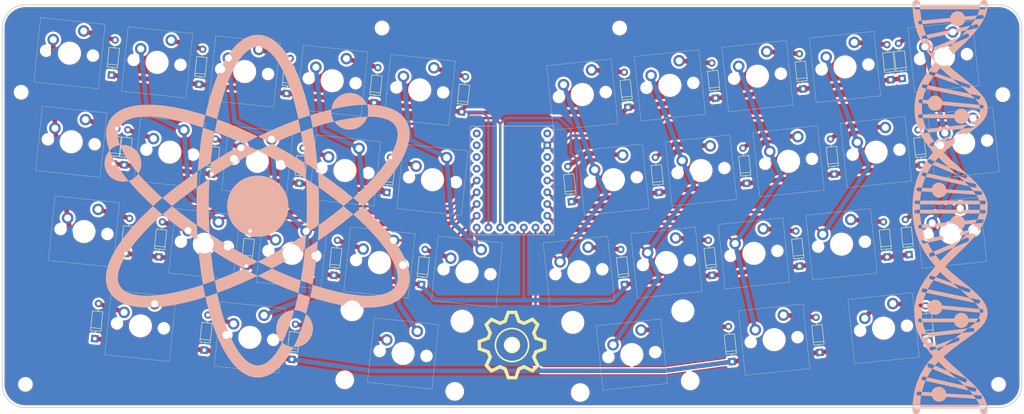
<source format=kicad_pcb>
(kicad_pcb (version 20211014) (generator pcbnew)
  (layers (0 "F.Cu" signal) (31 "B.Cu" signal) (34 "B.Paste" user) (35 "F.Paste" user) (36 "B.SilkS" user "B.Silkscreen") (37 "F.SilkS" user "F.Silkscreen") (38 "B.Mask" user) (39 "F.Mask" user) (44 "Edge.Cuts" user))
  (net 0 "")
  (net 1 "l3")
  (net 2 "Net-(D1-Pad2)")
  (net 3 "Net-(D2-Pad2)")
  (net 4 "Net-(D3-Pad2)")
  (net 5 "Net-(D4-Pad2)")
  (net 6 "Net-(D6-Pad2)")
  (net 7 "Net-(D7-Pad2)")
  (net 8 "Net-(D8-Pad2)")
  (net 9 "Net-(D9-Pad2)")
  (net 10 "Net-(D10-Pad2)")
  (net 11 "l2")
  (net 12 "Net-(D11-Pad2)")
  (net 13 "Net-(D12-Pad2)")
  (net 14 "Net-(D13-Pad2)")
  (net 15 "Net-(D14-Pad2)")
  (net 16 "Net-(D15-Pad2)")
  (net 17 "Net-(D16-Pad2)")
  (net 18 "Net-(D17-Pad2)")
  (net 19 "Net-(D18-Pad2)")
  (net 20 "Net-(D19-Pad2)")
  (net 21 "Net-(D20-Pad2)")
  (net 22 "l1")
  (net 23 "Net-(D22-Pad2)")
  (net 24 "Net-(D23-Pad2)")
  (net 25 "Net-(D24-Pad2)")
  (net 26 "Net-(D25-Pad2)")
  (net 27 "Net-(D26-Pad2)")
  (net 28 "Net-(D27-Pad2)")
  (net 29 "Net-(D28-Pad2)")
  (net 30 "Net-(D29-Pad2)")
  (net 31 "Net-(D30-Pad2)")
  (net 32 "l0")
  (net 33 "Net-(D31-Pad2)")
  (net 34 "Net-(D32-Pad2)")
  (net 35 "Net-(D33-Pad2)")
  (net 36 "Net-(D34-Pad2)")
  (net 37 "Net-(D35-Pad2)")
  (net 38 "Net-(D36-Pad2)")
  (net 39 "c0")
  (net 40 "c1")
  (net 41 "c2")
  (net 42 "c3")
  (net 43 "c4")
  (net 44 "c5")
  (net 45 "c6")
  (net 46 "c7")
  (net 47 "c8")
  (net 48 "c9")
  (net 56 "GND")
  (net 58 "Net-(D5-Pad2)")
  (net 59 "Net-(D21-Pad2)")
  (footprint "keyb-libs:Diode" (layer "F.Cu") (at 193.168198 114.935252 96)
    (fp_text reference "D27" hide)
    (fp_text value "Diode" hide)
  )
  (footprint "keyb-libs:MX-5pin" (layer "F.Cu") (at 209.679819 90.303788 6)
    (fp_text reference "SW18" hide)
    (fp_text value "key" hide)
  )
  (footprint "keyb-libs:Diode" (layer "F.Cu") (at 216.412145 131.596873 96)
    (fp_text reference "D35" hide)
    (fp_text value "Diode" hide)
  )
  (footprint "keyb-libs:Diode" (layer "F.Cu") (at 234.198232 72.413507 96)
    (fp_text reference "D10" hide)
    (fp_text value "Diode" hide)
  )
  (footprint "keyb-libs:MX-5pin_stab" (layer "F.Cu") (at 175.860069 132.067701 6)
    (fp_text reference "SW34" hide)
    (fp_text value "key" hide)
  )
  (footprint "keyb-libs:MX-5pin" (layer "F.Cu") (at 113.940075 92.289827 -6)
    (fp_text reference "SW14" hide)
    (fp_text value "key" hide)
  )
  (footprint "keyb-libs:Diode" (layer "F.Cu") (at 59.967961 128.617811 84)
    (fp_text reference "D31" hide)
    (fp_text value "Diode" hide)
  )
  (footprint "keyb-libs:Diode" (layer "F.Cu") (at 102.483772 133.086403 84)
    (fp_text reference "D33" hide)
    (fp_text value "Diode" hide)
  )
  (footprint "MountingHole:MountingHole_2.2mm_M2" (layer "F.Cu") (at 44.073411 75.394217)
    (fp_text reference "H4" hide)
    (fp_text value "MountingHole" hide)
  )
  (footprint "keyb-libs:MX-5pin" (layer "F.Cu") (at 164.42607 114.164805 6)
    (fp_text reference "SW26" hide)
    (fp_text value "key" hide)
  )
  (footprint "MountingHole:MountingHole_2.2mm_M2" (layer "F.Cu") (at 255 138.5)
    (fp_text reference "H6" hide)
    (fp_text value "MountingHole" hide)
  )
  (footprint "keyb-libs:MX-5pin" (layer "F.Cu") (at 95.044159 90.303786 -6)
    (fp_text reference "SW13" hide)
    (fp_text value "key" hide)
  )
  (footprint "keyb-libs:Diode" (layer "F.Cu") (at 122.98978 97.032357 84)
    (fp_text reference "D15" hide)
    (fp_text value "Diode" hide)
  )
  (footprint "keyb-libs:MX-5pin" (layer "F.Cu") (at 171.887987 94.275869 6)
    (fp_text reference "SW16" hide)
    (fp_text value "key" hide)
  )
  (footprint "keyb-libs:Diode" (layer "F.Cu") (at 104.093864 95.046316 84)
    (fp_text reference "D14" hide)
    (fp_text value "Diode" hide)
  )
  (footprint "keyb-libs:MX-5pin" (layer "F.Cu") (at 54.514389 66.939279 -6)
    (fp_text reference "SW1" hide)
    (fp_text value "key" hide)
  )
  (footprint "keyb-libs:MX-5pin" (layer "F.Cu") (at 244.733713 105.724132 6)
    (fp_text reference "SW30" hide)
    (fp_text value "key" hide)
  )
  (footprint "MountingHole:MountingHole_2.2mm_M2" (layer "F.Cu") (at 173.219269 61.5)
    (fp_text reference "H5" hide)
    (fp_text value "MountingHole" hide)
  )
  (footprint "keyb-libs:Diode" (layer "F.Cu") (at 83.587856 131.100362 84)
    (fp_text reference "D32" hide)
    (fp_text value "Diode" hide)
  )
  (footprint "keyb-libs:MX-5pin" (layer "F.Cu") (at 183.321986 112.178764 6)
    (fp_text reference "SW27" hide)
    (fp_text value "key" hide)
  )
  (footprint "keyb-libs:Diode" (layer "F.Cu") (at 63.564094 71.681808 84)
    (fp_text reference "D1" hide)
    (fp_text value "Diode" hide)
  )
  (footprint "keyb-libs:MX-5pin" (layer "F.Cu") (at 140.297909 114.164804 -6)
    (fp_text reference "SW25" hide)
    (fp_text value "key" hide)
  )
  (footprint "keyb-libs:Diode" (layer "F.Cu") (at 120.251842 77.639931 84)
    (fp_text reference "D4" hide)
    (fp_text value "Diode" hide)
  )
  (footprint "keyb-libs:MX-5pin" (layer "F.Cu") (at 111.202137 72.897401 -6)
    (fp_text reference "SW4" hide)
    (fp_text value "key" hide)
  )
  (footprint "keyb-libs:Diode" (layer "F.Cu") (at 66.302032 91.074234 84)
    (fp_text reference "D12" hide)
    (fp_text value "Diode" hide)
  )
  (footprint "keyb-libs:Diode" (layer "F.Cu") (at 174.272282 116.921293 96)
    (fp_text reference "D26" hide)
    (fp_text value "Diode" hide)
  )
  (footprint "keyb-libs:Diode" (layer "F.Cu") (at 230.96003 110.963171 96)
    (fp_text reference "D29" hide)
    (fp_text value "Diode" hide)
  )
  (footprint "keyb-libs:MX-5pin_stab" (layer "F.Cu") (at 126.50192 131.819445 -6)
    (fp_text reference "SW33" hide)
    (fp_text value "key" hide)
  )
  (footprint "keyb-libs:MX-5pin" (layer "F.Cu") (at 190.783903 92.289828 6)
    (fp_text reference "SW17" hide)
    (fp_text value "key" hide)
  )
  (footprint "keyb-libs:MX-5pin" (layer "F.Cu") (at 247.471651 86.331705 6)
    (fp_text reference "SW20" hide)
    (fp_text value "key" hide)
  )
  (footprint "keyb-libs:MX-5pin" (layer "F.Cu") (at 228.575735 88.317746 6)
    (fp_text reference "SW19" hide)
    (fp_text value "key" hide)
  )
  (footprint "keyb-libs:Diode" (layer "F.Cu") (at 111.555781 114.935252 84)
    (fp_text reference "D24" hide)
    (fp_text value "Diode" hide)
  )
  (footprint "keyb-libs:Diode" (layer "F.Cu") (at 82.46001 73.667849 84)
    (fp_text reference "D2" hide)
    (fp_text value "Diode" hide)
  )
  (footprint "keyb-libs:Diode" (layer "F.Cu") (at 92.659865 112.949212 84)
    (fp_text reference "D23" hide)
    (fp_text value "Diode" hide)
  )
  (footprint "keyb-libs:MX-5pin" (layer "F.Cu") (at 230.185827 126.357833 6)
    (fp_text reference "SW36" hide)
    (fp_text value "key" hide)
  )
  (footprint "keyb-libs:Diode" (layer "F.Cu") (at 162.838283 99.018398 96)
    (fp_text reference "D16" hide)
    (fp_text value "Diode" hide)
  )
  (footprint "keyb-libs:Diode" (layer "F.Cu") (at 181.734199 97.032357 96)
    (fp_text reference "D17" hide)
    (fp_text value "Diode" hide)
  )
  (footprint "keyb-libs:Diode" (layer "F.Cu") (at 240.03204 129.114322 96)
    (fp_text reference "D36" hide)
    (fp_text value "Diode" hide)
  )
  (footprint "keyb-libs:Diode" (layer "F.Cu") (at 231.711928 72.674829 96)
    (fp_text reference "D9" hide)
    (fp_text value "Diode" hide)
  )
  (footprint "keyb-libs:MX-5pin" (layer "F.Cu") (at 221.865715 69.91834 6)
    (fp_text reference "SW9" hide)
    (fp_text value "key" hide)
  )
  (footprint "keyb-libs:MX-5pin" (layer "F.Cu") (at 184.073883 73.890422 6)
    (fp_text reference "SW7" hide)
    (fp_text value "key" hide)
  )
  (footprint "keyb-libs:MX-5pin" (layer "F.Cu") (at 54.890338 86.08345 -6)
    (fp_text reference "SW11" hide)
    (fp_text value "key" hide)
  )
  (footprint "keyb-libs:MX-5pin" (layer "F.Cu") (at 92.306221 70.91136 -6)
    (fp_text reference "SW3" hide)
    (fp_text value "key" hide)
  )
  (footprint "keyb-libs:Diode" (layer "F.Cu") (at 219.526031 93.060275 96)
    (fp_text reference "D19" hide)
    (fp_text value "Diode" hide)
  )
  (footprint "keyb-libs:Diode" (layer "F.Cu") (at 85.197948 93.060275 84)
    (fp_text reference "D13" hide)
    (fp_text value "Diode" hide)
  )
  (footprint "keyb-libs:Diode" (layer "F.Cu") (at 73.763949 110.963171 84)
    (fp_text reference "D22" hide)
    (fp_text value "Diode" hide)
  )
  (footprint "MountingHole:MountingHole_2.2mm_M2" (layer "F.Cu") (at 150 130)
    (fp_text reference "H2" hide)
    (fp_text value "MountingHole" hide)
  )
  (footprint "keyb-libs:MX-5pin" (layer "F.Cu") (at 243.123621 67.684044 6)
    (fp_text reference "SW10" hide)
    (fp_text value "key" hide)
  )
  (footprint "keyb-libs:MX-5pin" (layer "F.Cu") (at 69.814172 125.861323 -6)
    (fp_text reference "SW31" hide)
    (fp_text value "key" hide)
  )
  (footprint "keyb-libs:MX-5pin" (layer "F.Cu") (at 202.217902 110.192723 6)
    (fp_text reference "SW28" hide)
    (fp_text value "key" hide)
  )
  (footprint "MountingHole:MountingHole_2.2mm_M2" (layer "F.Cu") (at 255.926589 75.890727)
    (fp_text reference "H3" hide)
    (fp_text value "MountingHole" hide)
  )
  (footprint "keyb-libs:MX-5pin" (layer "F.Cu") (at 102.506077 110.192723 -6)
    (fp_text reference "SW23" hide)
    (fp_text value "key" hide)
  )
  (footprint "keyb-libs:MX-5pin" (layer "F.Cu") (at 165.177967 75.876463 6)
    (fp_text reference "SW6" hide)
    (fp_text value "key" hide)
  )
  (footprint "keyb-libs:Diode" (layer "F.Cu") (at 139.147758 79.625971 84)
    (fp_text reference "D5" hide)
    (fp_text value "Diode" hide)
  )
  (footprint "keyb-libs:Diode" (layer "F.Cu") (at 101.355926 75.65389 84)
    (fp_text reference "D3" hide)
    (fp_text value "Diode" hide)
  )
  (footprint "keyb-libs:Diode" (layer "F.Cu") (at 235.684009 110.466661 96)
    (fp_text reference "D30" hide)
    (fp_text value "Diode" hide)
  )
  (footprint "keyb-libs:MX-5pin" (layer "F.Cu") (at 73.410305 68.925319 -6)
    (fp_text reference "SW2" hide)
    (fp_text value "key" hide)
  )
  (footprint "keyb-libs:Diode" (layer "F.Cu") (at 66.677981 110.218406 84)
    (fp_text reference "D21" hide)
    (fp_text value "Diode" hide)
  )
  (footprint "MountingHole:MountingHole_2.2mm_M2" (layer "F.Cu") (at 45 138.5)
    (fp_text reference "H1" hide)
    (fp_text value "MountingHole" hide)
  )
  (footprint "keyb-libs:Diode" (layer "F.Cu") (at 193.920096 76.64691 96)
    (fp_text reference "D7" hide)
    (fp_text value "Diode" hide)
  )
  (footprint "keyb-libs:MX-5pin" (layer "F.Cu") (at 206.565932 128.840384 6)
    (fp_text reference "SW35" hide)
    (fp_text value "key" hide)
  )
  (footprint "keyb-libs:MX-5pin" (layer "F.Cu") (at 76.148243 88.317746 -6)
    (fp_text reference "SW12" hide)
    (fp_text value "key" hide)
  )
  (footprint "keyb-libs:Diode" (layer "F.Cu") (at 238.421948 91.074234 96)
    (fp_text reference "D20" hide)
    (fp_text value "Diode" hide)
  )
  (footprint "keyb-libs:MX-5pin" (layer "F.Cu") (at 221.113818 108.206683 6)
    (fp_text reference "SW29" hide)
    (fp_text value "key" hide)
  )
  (footprint "keyb-libs:Diode" (layer "F.Cu") (at 63.940042 90.825979 84)
    (fp_text reference "D11" hide)
    (fp_text value "Diode" hide)
  )
  (footprint "keyb-libs:MX-5pin" (layer "F.Cu") (at 83.610161 108.206682 -6)
    (fp_text reference "SW22" hide)
    (fp_text value "key" hide)
  )
  (footprint "keyb-libs:MX-5pin" (layer "F.Cu") (at 121.401993 112.178764 -6)
    (fp_text reference "SW24" hide)
    (fp_text value "key" hide)
  )
  (footprint "keyb-libs:Diode" (layer "F.Cu") (at 175.02418 78.632951 96)
    (fp_text reference "D6" hide)
    (fp_text value "Diode" hide)
  )
  (footprint "keyb-libs:MX-5pin" (layer "F.Cu") (at 132.835991 94.275868 -6)
    (fp_text reference "SW15" hide)
    (fp_text value "key" hide)
  )
  (footprint "keyb-libs:Diode" (layer "F.Cu") (at 212.816012 74.660869 96)
    (fp_text reference "D8" hide)
    (fp_text value "Diode" hide)
  )
  (footprint "keyb-libs:Diode" (layer "F.Cu") (at 197.516229 133.582913 96)
    (fp_text reference "D34" hide)
    (fp_text value "Diode" hide)
  )
  (footprint "MountingHole:MountingHole_2.2mm_M2" (layer "F.Cu") (at 121.952381 61.5)
    (fp_text reference "H7" hide)
    (fp_text value "MountingHole" hide)
  )
  (footprint "keyb-libs:Diode" (layer "F.Cu") (at 130.451697 116.921293 84)
    (fp_text reference "D25" hide)
    (fp_text value "Diode" hide)
  )
  (footprint "keyb-libs:Diode" (layer "F.Cu") (at 212.064114 112.949212 96)
    (fp_text reference "D28" hide)
    (fp_text value "Diode" hide)
  )
  (footprint "keyb-libs:Diode" (layer "F.Cu") (at 200.630115 95.046316 96)
    (fp_text reference "D18" hide)
    (fp_text value "Diode" hide)
  )
  (footprint "keyb-libs:MX-5pin" (layer "F.Cu") (at 57.628276 105.475876 -6)
    (fp_text reference "SW21" hide)
    (fp_text value "key" hide)
  )
  (footprint "keyb-libs:MX-5pin" (layer "F.Cu") (at 202.969799 71.904381 6)
    (fp_text reference "SW8" hide)
    (fp_text value "key" hide)
  )
  (footprint "keyb-libs:MX-5pin" (layer "F.Cu") (at 130.098053 74.883442 -6)
    (fp_text reference "SW5" hide)
    (fp_text value "key" hide)
  )
  (footprint "keyb-libs:MX-5pin" (layer "F.Cu") (at 93.434067 128.343874 -6)
    (fp_text reference "SW32" hide)
    (fp_text value "key" hide)
  )
  (footprint "keyb-libs:RP2040" (layer "B.Cu") (at 150 94.457234 180)
    (fp_text reference "U1" hide)
    (fp_text value "RP2040" hide)
  )
  (gr_poly (pts (xy 82.475761 111.032757) (xy 82.900477 114.438395) (xy 83.316048 116.95534) (xy 85.566272 116.179699) (xy 85.86479 116.063839) (xy 85.449162 113.411069) (xy 85.070148 110.248213) (xy 84.994853 109.359329) (xy 82.188634 107.527708) (xy 82.169218 107.514033)) (layer "B.SilkS") (width 0) (fill solid))
  (gr_poly (pts (xy 105.468286 123.581731) (xy 105.062456 124.924894) (xy 104.633518 126.210285) (xy 104.1821 127.435602) (xy 103.708833 128.598543) (xy 103.214346 129.696809) (xy 102.852726 130.420846) (xy 102.869838 130.42208) (xy 103.079092 130.427083) (xy 103.288345 130.42208) (xy 103.49428 130.40722) (xy 103.696678 130.382718) (xy 103.895321 130.348793) (xy 104.089992 130.305663) (xy 104.280472 130.253547) (xy 104.466544 130.192662) (xy 104.647989 130.123226) (xy 104.824589 130.045457) (xy 104.996126 129.959573) (xy 105.162383 129.865793) (xy 105.323141 129.764333) (xy 105.478183 129.655413) (xy 105.627289 129.539251) (xy 105.770243 129.416063) (xy 105.906826 129.286069) (xy 106.036821 129.149485) (xy 106.160009 129.006531) (xy 106.276172 128.857425) (xy 106.385092 128.702383) (xy 106.486551 128.541625) (xy 106.580332 128.375369) (xy 106.666215 128.203831) (xy 106.743984 128.027231) (xy 106.813421 127.845786) (xy 106.874306 127.659714) (xy 106.926422 127.469234) (xy 106.969552 127.274563) (xy 107.003477 127.075919) (xy 107.027979 126.873521) (xy 107.04284 126.667586) (xy 107.047842 126.458333) (xy 107.04284 126.24908) (xy 107.027979 126.043145) (xy 107.003477 125.840747) (xy 106.969552 125.642104) (xy 106.926422 125.447433) (xy 106.874306 125.256953) (xy 106.813421 125.070882) (xy 106.743984 124.889437) (xy 106.666215 124.712837) (xy 106.580332 124.541299) (xy 106.486551 124.375043) (xy 106.385092 124.214284) (xy 106.276172 124.059243) (xy 106.160009 123.910136) (xy 106.036821 123.767182) (xy 105.906826 123.630599) (xy 105.770243 123.500604) (xy 105.627289 123.377417) (xy 105.54221 123.311135)) (layer "B.SilkS") (width 0) (fill solid))
  (gr_poly (pts (xy 251.794286 55.451697) (xy 251.750166 55.454511) (xy 251.707055 55.459165) (xy 251.664983 55.465629) (xy 251.623979 55.473873) (xy 251.584073 55.483868) (xy 251.545295 55.495584) (xy 251.507674 55.508992) (xy 251.471239 55.524061) (xy 251.436022 55.540762) (xy 251.402051 55.559066) (xy 251.369355 55.578942) (xy 251.337966 55.600362) (xy 251.307911 55.623294) (xy 251.279222 55.647711) (xy 251.251927 55.673581) (xy 251.226057 55.700876) (xy 251.20164 55.729565) (xy 251.178708 55.75962) (xy 251.157288 55.791009) (xy 251.137412 55.823705) (xy 251.119108 55.857676) (xy 251.102407 55.892894) (xy 251.087338 55.929328) (xy 251.07393 55.966949) (xy 251.062214 56.005727) (xy 251.052219 56.045633) (xy 251.043975 56.086637) (xy 251.037511 56.128709) (xy 251.032857 56.17182) (xy 251.030043 56.21594) (xy 251.029099 56.261039) (xy 251.018634 56.580188) (xy 251.010169 56.666184) (xy 238.072631 56.666184) (xy 238.064512 56.261041) (xy 238.063568 56.215942) (xy 238.060754 56.171822) (xy 238.0561 56.128712) (xy 238.049636 56.08664) (xy 238.041391 56.045636) (xy 238.031396 56.00573) (xy 238.01968 55.966951) (xy 238.006273 55.92933) (xy 237.991203 55.892896) (xy 237.974502 55.857678) (xy 237.956198 55.823707) (xy 237.936322 55.791012) (xy 237.914902 55.759622) (xy 237.89197 55.729568) (xy 237.867553 55.700878) (xy 237.841683 55.673583) (xy 237.814388 55.647713) (xy 237.785699 55.623297) (xy 237.755644 55.600364) (xy 237.724254 55.578945) (xy 237.691559 55.559068) (xy 237.657588 55.540765) (xy 237.62237 55.524063) (xy 237.585936 55.508994) (xy 237.548314 55.495587) (xy 237.509536 55.48387) (xy 237.46963 55.473875) (xy 237.428626 55.465631) (xy 237.386554 55.459167) (xy 237.343443 55.454513) (xy 237.299323 55.451699) (xy 237.254224 55.450755) (xy 237.209126 55.451699) (xy 237.165006 55.454513) (xy 237.121895 55.459167) (xy 237.079823 55.465631) (xy 237.038819 55.473875) (xy 236.998913 55.48387) (xy 236.960134 55.495587) (xy 236.922513 55.508994) (xy 236.886079 55.524063) (xy 236.850861 55.540765) (xy 236.81689 55.559068) (xy 236.784195 55.578945) (xy 236.752805 55.600364) (xy 236.72275 55.623297) (xy 236.694061 55.647713) (xy 236.666766 55.673583) (xy 236.640896 55.700878) (xy 236.616479 55.729568) (xy 236.593546 55.759622) (xy 236.572127 55.791012) (xy 236.552251 55.823707) (xy 236.533947 55.857678) (xy 236.517246 55.892896) (xy 236.502176 55.92933) (xy 236.488769 55.966951) (xy 236.477053 56.00573) (xy 236.467057 56.045636) (xy 236.458813 56.08664) (xy 236.452349 56.128712) (xy 236.447695 56.171822) (xy 236.444881 56.215942) (xy 236.443937 56.261041) (xy 236.463838 57.204186) (xy 236.523383 58.120269) (xy 236.622334 59.010713) (xy 236.760455 59.876944) (xy 236.937507 60.720386) (xy 237.153254 61.542463) (xy 237.407458 62.344599) (xy 237.699881 63.128219) (xy 238.030286 63.894746) (xy 238.398436 64.645606) (xy 238.804094 65.382223) (xy 239.247021 66.106021) (xy 239.726981 66.818424) (xy 240.243737 67.520857) (xy 240.79705 68.214744) (xy 241.386684 68.901509) (xy 240.814953 69.561825) (xy 240.284409 70.207305) (xy 239.794458 70.840202) (xy 239.344508 71.462774) (xy 238.933964 72.077274) (xy 238.562234 72.685958) (xy 238.228723 73.291081) (xy 237.932838 73.894899) (xy 237.673986 74.499666) (xy 237.451573 75.107638) (xy 237.265006 75.72107) (xy 237.113691 76.342217) (xy 236.997034 76.973334) (xy 236.914443 77.616677) (xy 236.865324 78.274501) (xy 236.849082 78.94906) (xy 236.864315 79.594085) (xy 236.91017 80.223679) (xy 236.986886 80.839504) (xy 237.0947 81.443223) (xy 237.233849 82.036497) (xy 237.404571 82.620987) (xy 237.607103 83.198356) (xy 237.841682 83.770265) (xy 238.108547 84.338375) (xy 238.407933 84.904349) (xy 238.740079 85.469849) (xy 239.105222 86.036535) (xy 239.5036 86.60607) (xy 239.935449 87.180115) (xy 240.401008 87.760333) (xy 240.900514 88.348384) (xy 240.369752 88.946781) (xy 239.871513 89.557641) (xy 239.406033 90.182033) (xy 238.973551 90.821024) (xy 238.574303 91.475682) (xy 238.208526 92.147076) (xy 237.876459 92.836275) (xy 237.578338 93.544346) (xy 237.314402 94.272357) (xy 237.084886 95.021378) (xy 236.89003 95.792475) (xy 236.730069 96.586718) (xy 236.605242 97.405175) (xy 236.515786 98.248913) (xy 236.461939 99.119002) (xy 236.443937 100.016509) (xy 236.444881 100.061607) (xy 236.447695 100.105727) (xy 236.452349 100.148837) (xy 236.458813 100.190909) (xy 236.467057 100.231913) (xy 236.477053 100.271819) (xy 236.488769 100.310597) (xy 236.502176 100.348218) (xy 236.517246 100.384652) (xy 236.533947 100.419869) (xy 236.552251 100.453841) (xy 236.572127 100.486536) (xy 236.593546 100.517925) (xy 236.616479 100.54798) (xy 236.640896 100.576669) (xy 236.666766 100.603964) (xy 236.694061 100.629834) (xy 236.72275 100.654251) (xy 236.752805 100.677183) (xy 236.784195 100.698603) (xy 236.81689 100.718479) (xy 236.850861 100.736783) (xy 236.886079 100.753484) (xy 236.922513 100.768553) (xy 236.960134 100.781961) (xy 236.998913 100.793677) (xy 237.038819 100.803672) (xy 237.079823 100.811916) (xy 237.121895 100.81838) (xy 237.165006 100.823034) (xy 237.209126 100.825848) (xy 237.254224 100.826793) (xy 237.299323 100.825848) (xy 237.343443 100.823034) (xy 237.386554 100.81838) (xy 237.428626 100.811916) (xy 237.46963 100.803672) (xy 237.509536 100.793677) (xy 237.548314 100.781961) (xy 237.585936 100.768553) (xy 237.62237 100.753484) (xy 237.657588 100.736783) (xy 237.691559 100.718479) (xy 237.724254 100.698603) (xy 237.755644 100.677183) (xy 237.785699 100.654251) (xy 237.814388 100.629834) (xy 237.841683 100.603964) (xy 237.867553 100.576669) (xy 237.89197 100.54798) (xy 237.914902 100.517925) (xy 237.936322 100.486536) (xy 237.956198 100.453841) (xy 237.974502 100.419869) (xy 237.991203 100.384652) (xy 238.006273 100.348218) (xy 238.01968 100.310597) (xy 238.031396 100.271819) (xy 238.041391 100.231913) (xy 238.049636 100.190909) (xy 238.0561 100.148837) (xy 238.060754 100.105727) (xy 238.063568 100.061607) (xy 238.064512 100.016509) (xy 238.072146 99.611363) (xy 251.005285 99.611363) (xy 251.013586 99.681946) (xy 251.025257 99.849344) (xy 251.029095 100.016505) (xy 251.030039 100.061604) (xy 251.032853 100.105724) (xy 251.037507 100.148834) (xy 251.043971 100.190907) (xy 251.052215 100.231911) (xy 251.062211 100.271817) (xy 251.073927 100.310595) (xy 251.087334 100.348216) (xy 251.102403 100.384651) (xy 251.119105 100.419868) (xy 251.137408 100.45384) (xy 251.157285 100.486535) (xy 251.178704 100.517925) (xy 251.201637 100.547979) (xy 251.226053 100.576669) (xy 251.251924 100.603963) (xy 251.279218 100.629834) (xy 251.307908 100.65425) (xy 251.337962 100.677183) (xy 251.369352 100.698602) (xy 251.402047 100.718479) (xy 251.436019 100.736783) (xy 251.471236 100.753484) (xy 251.507671 100.768553) (xy 251.545292 100.781961) (xy 251.58407 100.793677) (xy 251.623976 100.803672) (xy 251.66498 100.811916) (xy 251.707053 100.81838) (xy 251.750164 100.823034) (xy 251.794284 100.825848) (xy 251.839383 100.826793) (xy 251.884481 100.825848) (xy 251.928601 100.823034) (xy 251.971712 100.81838) (xy 252.013784 100.811916) (xy 252.054788 100.803672) (xy 252.094694 100.793677) (xy 252.133472 100.781961) (xy 252.171093 100.768553) (xy 252.207528 100.753484) (xy 252.242745 100.736783) (xy 252.276717 100.718479) (xy 252.309412 100.698602) (xy 252.340801 100.677183) (xy 252.370856 100.65425) (xy 252.399545 100.629834) (xy 252.42684 100.603963) (xy 252.45271 100.576669) (xy 252.477127 100.547979) (xy 252.500059 100.517925) (xy 252.521479 100.486535) (xy 252.541355 100.45384) (xy 252.559659 100.419868) (xy 252.57636 100.384651) (xy 252.591429 100.348216) (xy 252.604837 100.310595) (xy 252.616553 100.271817) (xy 252.626548 100.231911) (xy 252.634792 100.190907) (xy 252.641256 100.148834) (xy 252.64591 100.105724) (xy 252.648724 100.061604) (xy 252.649668 100.016505) (xy 252.643971 99.77433) (xy 252.626879 99.533816) (xy 252.598392 99.294726) (xy 252.583556 99.206221) (xy 252.244523 99.206221) (xy 252.24405 99.228771) (xy 252.242643 99.25083) (xy 252.240316 99.272386) (xy 252.237085 99.293422) (xy 252.232962 99.313924) (xy 252.227965 99.333877) (xy 252.222107 99.353266) (xy 252.215403 99.372076) (xy 252.207868 99.390293) (xy 252.199518 99.407902) (xy 252.190366 99.424888) (xy 252.180428 99.441235) (xy 252.169718 99.45693) (xy 252.158252 99.471957) (xy 252.146043 99.486302) (xy 252.133108 99.499949) (xy 252.119461 99.512884) (xy 252.105116 99.525093) (xy 252.090089 99.536559) (xy 252.074394 99.547269) (xy 252.058047 99.557207) (xy 252.041061 99.566358) (xy 252.023452 99.574709) (xy 252.005235 99.582244) (xy 251.986425 99.588947) (xy 251.967036 99.594805) (xy 251.947083 99.599803) (xy 251.926581 99.603925) (xy 251.905545 99.607157) (xy 251.88399 99.609484) (xy 251.86193 99.610891) (xy 251.839381 99.611363) (xy 251.005285 99.611363) (xy 250.993843 99.514072) (xy 250.965791 99.345487) (xy 250.929194 99.175952) (xy 250.883813 99.00523) (xy 250.829412 98.833083) (xy 250.81769 98.801079) (xy 238.103586 98.801079) (xy 238.079725 99.209189) (xy 238.072146 99.611363) (xy 237.254224 99.611363) (xy 237.231675 99.610891) (xy 237.209615 99.609484) (xy 237.18806 99.607157) (xy 237.167024 99.603925) (xy 237.146522 99.599803) (xy 237.126569 99.594805) (xy 237.10718 99.588947) (xy 237.088369 99.582244) (xy 237.070152 99.574709) (xy 237.052543 99.566358) (xy 237.035558 99.557207) (xy 237.01921 99.547269) (xy 237.003515 99.536559) (xy 236.988488 99.525093) (xy 236.974144 99.512884) (xy 236.960496 99.499949) (xy 236.947561 99.486302) (xy 236.935353 99.471957) (xy 236.923887 99.45693) (xy 236.913177 99.441235) (xy 236.903239 99.424888) (xy 236.894087 99.407902) (xy 236.885736 99.390293) (xy 236.878202 99.372076) (xy 236.871498 99.353266) (xy 236.86564 99.333877) (xy 236.860643 99.313924) (xy 236.856521 99.293422) (xy 236.853289 99.272386) (xy 236.850962 99.25083) (xy 236.849555 99.228771) (xy 236.849082 99.206221) (xy 236.849555 99.183672) (xy 236.850962 99.161612) (xy 236.853289 99.140056) (xy 236.856521 99.11902) (xy 236.860643 99.098518) (xy 236.86564 99.078565) (xy 236.871498 99.059176) (xy 236.878202 99.040366) (xy 236.885736 99.022149) (xy 236.894087 99.00454) (xy 236.903239 98.987554) (xy 236.913177 98.971207) (xy 236.923887 98.955512) (xy 236.935353 98.940485) (xy 236.947561 98.92614) (xy 236.960496 98.912493) (xy 236.974144 98.899558) (xy 236.988488 98.88735) (xy 237.003515 98.875883) (xy 237.01921 98.865174) (xy 237.035558 98.855236) (xy 237.052543 98.846084) (xy 237.070152 98.837733) (xy 237.088369 98.830199) (xy 237.10718 98.823495) (xy 237.126569 98.817637) (xy 237.146522 98.812639) (xy 237.167024 98.808517) (xy 237.18806 98.805285) (xy 237.209615 98.802958) (xy 237.231675 98.801551) (xy 237.254224 98.801079) (xy 238.103586 98.801079) (xy 238.125442 98.42727) (xy 238.201782 97.669565) (xy 238.308864 96.934886) (xy 238.333359 96.808305) (xy 240.657426 96.937421) (xy 240.674031 97.00507) (xy 240.69341 97.071249) (xy 240.71549 97.135915) (xy 240.740195 97.199024) (xy 240.767453 97.26053) (xy 240.797188 97.320389) (xy 240.829327 97.378556) (xy 240.863796 97.434988) (xy 240.900519 97.489639) (xy 240.939424 97.542466) (xy 240.980435 97.593423) (xy 241.023479 97.642466) (xy 241.068482 97.68955) (xy 241.115368 97.734632) (xy 241.164065 97.777666) (xy 241.214498 97.818608) (xy 241.266592 97.857414) (xy 241.320274 97.894038) (xy 241.37547 97.928437) (xy 241.432104 97.960566) (xy 241.490104 97.990381) (xy 241.549394 98.017836) (xy 241.609901 98.042888) (xy 241.67155 98.065492) (xy 241.734268 98.085603) (xy 241.79798 98.103178) (xy 241.862611 98.11817) (xy 241.928089 98.130537) (xy 241.994337 98.140233) (xy 242.061284 98.147213) (xy 242.128853 98.151434) (xy 242.196971 98.152851) (xy 242.318415 98.148143) (xy 242.439265 98.134177) (xy 242.558929 98.111189) (xy 242.676812 98.079419) (xy 242.792321 98.039102) (xy 242.904863 97.990477) (xy 243.013844 97.93378) (xy 243.118671 97.86925) (xy 243.21875 97.797123) (xy 243.313488 97.717637) (xy 243.402291 97.63103) (xy 243.484566 97.537538) (xy 243.55972 97.4374) (xy 243.627159 97.330852) (xy 243.657799 97.275249) (xy 243.686289 97.218132) (xy 243.712553 97.159532) (xy 243.736517 97.099478) (xy 250.146961 97.526841) (xy 250.176079 97.568238) (xy 250.300273 97.757001) (xy 250.413784 97.942678) (xy 250.516851 98.125507) (xy 250.609709 98.305725) (xy 250.692597 98.483568) (xy 250.765752 98.659275) (xy 250.81769 98.801079) (xy 251.839381 98.801079) (xy 251.86193 98.801551) (xy 251.88399 98.802958) (xy 251.905545 98.805285) (xy 251.926581 98.808517) (xy 251.947083 98.812639) (xy 251.967036 98.817637) (xy 251.986425 98.823495) (xy 252.005235 98.830199) (xy 252.023452 98.837733) (xy 252.041061 98.846084) (xy 252.058047 98.855236) (xy 252.074394 98.865174) (xy 252.090089 98.875883) (xy 252.105116 98.88735) (xy 252.119461 98.899558) (xy 252.133108 98.912493) (xy 252.146043 98.92614) (xy 252.158252 98.940485) (xy 252.169718 98.955512) (xy 252.180428 98.971207) (xy 252.190366 98.987554) (xy 252.199518 99.00454) (xy 252.207868 99.022149) (xy 252.215403 99.040366) (xy 252.222107 99.059176) (xy 252.227965 99.078565) (xy 252.232962 99.098518) (xy 252.237085 99.11902) (xy 252.240316 99.140056) (xy 252.242643 99.161612) (xy 252.24405 99.183672) (xy 252.244523 99.206221) (xy 252.583556 99.206221) (xy 252.558511 99.056823) (xy 252.507235 98.81987) (xy 252.444565 98.583629) (xy 252.370499 98.347863) (xy 252.285039 98.112333) (xy 252.188185 97.876804) (xy 252.079936 97.641038) (xy 251.960292 97.404796) (xy 251.836255 97.180504) (xy 251.434237 97.180504) (xy 251.433765 97.203053) (xy 251.432358 97.225113) (xy 251.430031 97.246668) (xy 251.426799 97.267705) (xy 251.422676 97.288207) (xy 251.417679 97.30816) (xy 251.411821 97.327549) (xy 251.405117 97.34636) (xy 251.397582 97.364577) (xy 251.389232 97.382186) (xy 251.38008 97.399171) (xy 251.370142 97.415519) (xy 251.359432 97.431214) (xy 251.347966 97.446241) (xy 251.335757 97.460586) (xy 251.322822 97.474234) (xy 251.309175 97.487169) (xy 251.29483 97.499377) (xy 251.279803 97.510844) (xy 251.264108 97.521554) (xy 251.24776 97.531492) (xy 251.230775 97.540644) (xy 251.213166 97.548995) (xy 251.194949 97.556529) (xy 251.176138 97.563233) (xy 251.156749 97.569091) (xy 251.136796 97.574089) (xy 251.116294 97.578211) (xy 251.095258 97.581443) (xy 251.073702 97.58377) (xy 251.051642 97.585177) (xy 251.029093 97.585649) (xy 250.146961 97.526841) (xy 250.040966 97.376151) (xy 249.894695 97.180504) (xy 249.673923 96.876171) (xy 249.53084 96.692126) (xy 243.736517 96.37022) (xy 243.727039 96.294745) (xy 243.713866 96.220309) (xy 243.697103 96.147) (xy 243.676853 96.074908) (xy 243.653221 96.004122) (xy 243.626309 95.93473) (xy 243.596223 95.866822) (xy 243.563065 95.800487) (xy 243.52694 95.735813) (xy 243.487951 95.67289) (xy 243.446203 95.611807) (xy 243.401799 95.552653) (xy 243.354843 95.495516) (xy 243.305439 95.440487) (xy 243.25369 95.387653) (xy 243.199702 95.337104) (xy 243.143576 95.288929) (xy 243.085419 95.243217) (xy 243.025332 95.200057) (xy 242.963421 95.159537) (xy 242.899788 95.121748) (xy 242.834538 95.086778) (xy 242.767775 95.054716) (xy 242.699603 95.02565) (xy 242.630124 94.999671) (xy 242.559444 94.976867) (xy 242.487666 94.957327) (xy 242.414894 94.94114) (xy 242.341232 94.928395) (xy 242.266784 94.919182) (xy 242.191653 94.913588) (xy 242.115943 94.911704) (xy 242.047825 94.913121) (xy 241.980256 94.917342) (xy 241.913309 94.924323) (xy 241.84706 94.934019) (xy 241.716952 94.961378) (xy 241.590522 94.999063) (xy 241.468366 95.046719) (xy 241.351076 95.103989) (xy 241.239246 95.170517) (xy 241.13347 95.245947) (xy 241.03434 95.329923) (xy 240.942451 95.42209) (xy 240.899407 95.471133) (xy 240.858396 95.52209) (xy 240.819491 95.574916) (xy 240.782768 95.629567) (xy 240.748299 95.685999) (xy 240.71616 95.744167) (xy 240.686425 95.804026) (xy 240.659167 95.865532) (xy 240.634462 95.92864) (xy 240.612382 95.993306) (xy 240.593003 96.059485) (xy 240.576398 96.127134) (xy 238.49894 96.00842) (xy 238.446806 96.222048) (xy 238.333359 96.808305) (xy 237.740396 96.775362) (xy 237.717847 96.774889) (xy 237.695787 96.773482) (xy 237.674232 96.771156) (xy 237.653195 96.767924) (xy 237.632693 96.763801) (xy 237.61274 96.758804) (xy 237.593351 96.752946) (xy 237.57454 96.746242) (xy 237.556323 96.738708) (xy 237.538714 96.730357) (xy 237.521729 96.721205) (xy 237.505381 96.711267) (xy 237.489686 96.700558) (xy 237.474659 96.689091) (xy 237.460314 96.676883) (xy 237.446666 96.663948) (xy 237.433731 96.650301) (xy 237.421523 96.635956) (xy 237.410056 96.620929) (xy 237.399346 96.605234) (xy 237.389408 96.588886) (xy 237.380256 96.571901) (xy 237.371905 96.554292) (xy 237.364371 96.536075) (xy 237.357667 96.517265) (xy 237.351809 96.497875) (xy 237.346811 96.477922) (xy 237.342689 96.45742) (xy 237.339457 96.436384) (xy 237.33713 96.414829) (xy 237.335723 96.392769) (xy 237.335251 96.37022) (xy 237.335723 96.34767) (xy 237.33713 96.32561) (xy 237.339457 96.304055) (xy 237.342689 96.283019) (xy 237.346811 96.262517) (xy 237.351809 96.242564) (xy 237.357667 96.223174) (xy 237.364371 96.204364) (xy 237.371905 96.186147) (xy 237.380256 96.168538) (xy 237.389408 96.151552) (xy 237.399346 96.135204) (xy 237.410056 96.119509) (xy 237.421523 96.104482) (xy 237.433731 96.090137) (xy 237.446666 96.07649) (xy 237.460314 96.063554) (xy 237.474659 96.051346) (xy 237.489686 96.03988) (xy 237.505381 96.02917) (xy 237.521729 96.019231) (xy 237.538714 96.01008) (xy 237.556323 96.001729) (xy 237.57454 95.994194) (xy 237.593351 95.98749) (xy 237.61274 95.981632) (xy 237.632693 95.976635) (xy 237.653195 95.972512) (xy 237.674232 95.96928) (xy 237.695787 95.966953) (xy 237.717847 95.965546) (xy 237.740396 95.965074) (xy 238.49894 96.00842) (xy 238.615728 95.529862) (xy 238.815747 94.857142) (xy 239.046983 94.202701) (xy 239.278047 93.641832) (xy 248.708208 95.737423) (xy 248.891965 95.934687) (xy 249.175407 96.256111) (xy 249.43511 96.56899) (xy 249.53084 96.692126) (xy 251.029093 96.775362) (xy 251.051642 96.775834) (xy 251.073702 96.777241) (xy 251.095258 96.779568) (xy 251.116294 96.7828) (xy 251.136796 96.786922) (xy 251.156749 96.79192) (xy 251.176138 96.797778) (xy 251.194949 96.804482) (xy 251.213166 96.812016) (xy 251.230775 96.820367) (xy 251.24776 96.829519) (xy 251.264108 96.839457) (xy 251.279803 96.850167) (xy 251.29483 96.861633) (xy 251.309175 96.873842) (xy 251.322822 96.886777) (xy 251.335757 96.900424) (xy 251.347966 96.914769) (xy 251.359432 96.929796) (xy 251.370142 96.945491) (xy 251.38008 96.961839) (xy 251.389232 96.978824) (xy 251.397582 96.996433) (xy 251.405117 97.01465) (xy 251.411821 97.03346) (xy 251.417679 97.052849) (xy 251.422676 97.072802) (xy 251.426799 97.093304) (xy 251.430031 97.11434) (xy 251.432358 97.135895) (xy 251.433765 97.157955) (xy 251.434237 97.180504) (xy 251.836255 97.180504) (xy 251.829253 97.167842) (xy 251.68682 96.929939) (xy 251.532992 96.690848) (xy 251.36777 96.450333) (xy 251.191153 96.208156) (xy 250.939996 95.873597) (xy 250.753863 95.640958) (xy 250.218809 95.640958) (xy 250.202667 95.685548) (xy 250.184625 95.728002) (xy 250.164685 95.768081) (xy 250.142845 95.80555) (xy 250.131213 95.82323) (xy 250.119106 95.840169) (xy 250.106524 95.856336) (xy 250.093468 95.871702) (xy 250.079937 95.886237) (xy 250.065931 95.899912) (xy 250.05145 95.912696) (xy 250.036495 95.924561) (xy 250.021065 95.935476) (xy 250.00516 95.945412) (xy 249.98878 95.954338) (xy 249.971925 95.962226) (xy 249.954596 95.969046) (xy 249.936791 95.974768) (xy 249.918513 95.979363) (xy 249.899759 95.9828) (xy 249.88053 95.98505) (xy 249.860827 95.986084) (xy 249.840649 95.985871) (xy 249.819996 95.984382) (xy 249.798869 95.981588) (xy 249.777266 95.977458) (xy 249.755189 95.971963) (xy 249.732637 95.965074) (xy 248.708208 95.737423) (xy 248.581935 95.601868) (xy 248.24247 95.254806) (xy 247.870719 94.890652) (xy 247.613525 94.647864) (xy 239.640036 92.875977) (xy 239.60358 92.943909) (xy 239.309555 93.565353) (xy 239.278047 93.641832) (xy 238.79377 93.534215) (xy 238.74918 93.518073) (xy 238.706726 93.500032) (xy 238.666647 93.480091) (xy 238.629179 93.458252) (xy 238.611499 93.44662) (xy 238.59456 93.434513) (xy 238.578393 93.421932) (xy 238.563027 93.408876) (xy 238.548492 93.395345) (xy 238.534817 93.381339) (xy 238.522033 93.366858) (xy 238.510169 93.351903) (xy 238.499254 93.336473) (xy 238.489318 93.320568) (xy 238.480391 93.304188) (xy 238.472503 93.287334) (xy 238.465683 93.270004) (xy 238.459961 93.2522) (xy 238.455367 93.233921) (xy 238.45193 93.215168) (xy 238.44968 93.195939) (xy 238.448646 93.176236) (xy 238.448859 93.156058) (xy 238.450347 93.135405) (xy 238.453141 93.114278) (xy 238.457271 93.092676) (xy 238.462765 93.070598) (xy 238.469654 93.048046) (xy 238.485796 93.003456) (xy 238.503837 92.961003) (xy 238.523778 92.920923) (xy 238.545617 92.883455) (xy 238.557249 92.865774) (xy 238.569356 92.848836) (xy 238.581938 92.832668) (xy 238.594994 92.817302) (xy 238.608525 92.802767) (xy 238.622531 92.789093) (xy 238.637012 92.776308) (xy 238.651968 92.764444) (xy 238.667398 92.753529) (xy 238.683303 92.743593) (xy 238.699683 92.734666) (xy 238.716538 92.726778) (xy 238.733867 92.719958) (xy 238.751671 92.714236) (xy 238.76995 92.709642) (xy 238.788704 92.706205) (xy 238.807933 92.703955) (xy 238.827636 92.702921) (xy 238.847814 92.703134) (xy 238.868467 92.704623) (xy 238.889595 92.707417) (xy 238.911197 92.711547) (xy 238.933274 92.717041) (xy 238.955826 92.723931) (xy 239.640036 92.875977) (xy 239.929179 92.337183) (xy 240.286468 91.743989) (xy 240.675568 91.163139) (xy 240.760246 91.048561) (xy 246.109587 93.300916) (xy 246.718119 93.84567) (xy 247.463836 94.506558) (xy 247.613525 94.647864) (xy 249.894693 95.15479) (xy 249.894695 95.15479) (xy 249.938394 95.170932) (xy 249.978414 95.188973) (xy 249.997081 95.198706) (xy 250.014873 95.208914) (xy 250.031804 95.219596) (xy 250.04789 95.230753) (xy 250.063144 95.242385) (xy 250.077583 95.254492) (xy 250.091221 95.267074) (xy 250.104072 95.28013) (xy 250.116151 95.293661) (xy 250.127474 95.307667) (xy 250.138055 95.322148) (xy 250.147909 95.337103) (xy 250.157051 95.352533) (xy 250.165496 95.368438) (xy 250.180352 95.401673) (xy 250.192598 95.436806) (xy 250.20235 95.473838) (xy 250.209729 95.51277) (xy 250.214853 95.5536) (xy 250.21784 95.59633) (xy 250.218809 95.640958) (xy 250.753863 95.640958) (xy 250.670798 95.537139) (xy 250.380709 95.196882) (xy 250.066882 94.850928) (xy 249.726467 94.497377) (xy 249.356615 94.134331) (xy 248.954479 93.75989) (xy 248.692837 93.527887) (xy 248.223477 93.527887) (xy 248.223002 93.547533) (xy 248.221578 93.567551) (xy 248.219204 93.587954) (xy 248.215881 93.608757) (xy 248.211608 93.629976) (xy 248.206385 93.651626) (xy 248.193092 93.696274) (xy 248.162686 93.739954) (xy 248.132162 93.779835) (xy 248.1014 93.815918) (xy 248.070282 93.848203) (xy 248.03869 93.876689) (xy 248.022678 93.889508) (xy 248.006504 93.901378) (xy 247.990151 93.912297) (xy 247.973605 93.922268) (xy 247.956852 93.931288) (xy 247.939876 93.939359) (xy 247.922663 93.946481) (xy 247.905198 93.952653) (xy 247.887465 93.957876) (xy 247.869451 93.962149) (xy 247.85114 93.965472) (xy 247.832517 93.967846) (xy 247.813568 93.96927) (xy 247.794278 93.969745) (xy 247.774631 93.96927) (xy 247.754614 93.967846) (xy 247.734211 93.965472) (xy 247.713407 93.962149) (xy 247.692188 93.957876) (xy 247.670539 93.952654) (xy 247.62589 93.93936) (xy 246.109587 93.300916) (xy 245.691334 92.926501) (xy 244.740513 92.068103) (xy 244.22269 91.589527) (xy 244.161749 91.534018) (xy 241.307904 90.3324) (xy 241.096597 90.593446) (xy 240.760246 91.048561) (xy 239.92817 90.698213) (xy 239.897843 90.681161) (xy 239.867873 90.660547) (xy 239.838615 90.63661) (xy 239.810425 90.609587) (xy 239.783659 90.579716) (xy 239.758674 90.547233) (xy 239.735826 90.512377) (xy 239.71547 90.475383) (xy 239.697962 90.436491) (xy 239.68366 90.395937) (xy 239.677821 90.375111) (xy 239.672918 90.353959) (xy 239.668994 90.33251) (xy 239.666093 90.310794) (xy 239.664261 90.28884) (xy 239.663541 90.266679) (xy 239.663979 90.24434) (xy 239.665618 90.221852) (xy 239.668504 90.199246) (xy 239.67268 90.176551) (xy 239.678192 90.153796) (xy 239.685084 90.131012) (xy 239.715489 90.087333) (xy 239.746014 90.047452) (xy 239.776776 90.011369) (xy 239.807893 89.979085) (xy 239.839486 89.950598) (xy 239.855497 89.93778) (xy 239.871672 89.92591) (xy 239.888025 89.91499) (xy 239.90457 89.90502) (xy 239.921323 89.896) (xy 239.938299 89.887928) (xy 239.955512 89.880807) (xy 239.972978 89.874635) (xy 239.99071 89.869412) (xy 240.008725 89.865139) (xy 240.027036 89.861816) (xy 240.045658 89.859442) (xy 240.064608 89.858018) (xy 240.083898 89.857543) (xy 240.103544 89.858018) (xy 240.123562 89.859442) (xy 240.143965 89.861816) (xy 240.164768 89.86514) (xy 240.185987 89.869413) (xy 240.207637 89.874635) (xy 240.252286 89.887929) (xy 241.307904 90.3324) (xy 241.549673 90.033723) (xy 242.034915 89.482784) (xy 242.53628 89.982882) (xy 243.068031 90.505771) (xy 243.345301 90.773387) (xy 243.630168 91.043851) (xy 243.922631 91.316215) (xy 244.161749 91.534018) (xy 247.950006 93.129073) (xy 247.993685 93.159479) (xy 248.033566 93.190003) (xy 248.069649 93.220765) (xy 248.101934 93.251883) (xy 248.130421 93.283476) (xy 248.14324 93.299487) (xy 248.155109 93.315662) (xy 248.166029 93.332014) (xy 248.175999 93.34856) (xy 248.18502 93.365313) (xy 248.193091 93.382289) (xy 248.200213 93.399502) (xy 248.206385 93.416967) (xy 248.211608 93.4347) (xy 248.215881 93.452714) (xy 248.219204 93.471025) (xy 248.221578 93.489648) (xy 248.223002 93.508597) (xy 248.223477 93.527887) (xy 248.692837 93.527887) (xy 248.517209 93.372155) (xy 247.771492 92.69987) (xy 246.744707 91.76171) (xy 245.793886 90.899516) (xy 245.458535 90.603731) (xy 245.276062 90.455127) (xy 244.979484 90.185294) (xy 244.696201 89.922109) (xy 244.424311 89.664621) (xy 244.161918 89.411881) (xy 243.658022 88.916847) (xy 243.169319 88.42941) (xy 243.276598 88.32397) (xy 243.385659 88.220191) (xy 243.608646 88.01667) (xy 243.83733 87.816947) (xy 244.070762 87.619123) (xy 244.548071 87.221577) (xy 244.790049 87.018056) (xy 245.032976 86.808838) (xy 247.656279 84.904665) (xy 247.971429 84.672976) (xy 246.602904 84.672976) (xy 246.60243 84.690594) (xy 246.601005 84.708287) (xy 246.598632 84.72601) (xy 246.595308 84.743717) (xy 246.591035 84.761366) (xy 246.585813 84.77891) (xy 246.57964 84.796306) (xy 246.572519 84.813509) (xy 246.564448 84.830475) (xy 246.555427 84.847159) (xy 246.545457 84.863517) (xy 246.534537 84.879504) (xy 246.522667 84.895075) (xy 246.509848 84.910186) (xy 246.49608 84.924793) (xy 246.481362 84.938851) (xy 246.465694 84.952315) (xy 246.449077 84.965142) (xy 246.43151 84.977286) (xy 246.412994 84.988703) (xy 246.393529 84.999348) (xy 246.373113 85.009178) (xy 246.351748 85.018147) (xy 246.329434 85.026211) (xy 243.301314 86.10768) (xy 243.274403 86.129119) (xy 243.027519 86.332798) (xy 242.788231 86.540276) (xy 242.671436 86.646329) (xy 242.55654 86.7544) (xy 242.443543 86.864845) (xy 242.332445 86.97802) (xy 242.223246 87.094281) (xy 242.115947 87.213984) (xy 242.115943 87.213984) (xy 241.675675 86.688265) (xy 240.657428 87.051924) (xy 240.642005 87.058816) (xy 240.626152 87.064328) (xy 240.609914 87.068505) (xy 240.593334 87.07139) (xy 240.576457 87.07303) (xy 240.559328 87.073468) (xy 240.541992 87.072748) (xy 240.524492 87.070916) (xy 240.506873 87.068015) (xy 240.48918 87.064091) (xy 240.471458 87.059187) (xy 240.45375 87.053349) (xy 240.436102 87.04662) (xy 240.418558 87.039046) (xy 240.401162 87.030671) (xy 240.383958 87.021538) (xy 240.366993 87.011694) (xy 240.350309 87.001182) (xy 240.333951 86.990047) (xy 240.317964 86.978334) (xy 240.302393 86.966086) (xy 240.287282 86.953348) (xy 240.272675 86.940166) (xy 240.258617 86.926583) (xy 240.245153 86.912644) (xy 240.232326 86.898393) (xy 240.220182 86.883875) (xy 240.208765 86.869135) (xy 240.19812 86.854216) (xy 240.18829 86.839164) (xy 240.179321 86.824024) (xy 240.171258 86.808838) (xy 240.164136 86.793416) (xy 240.157964 86.777563) (xy 240.152741 86.761325) (xy 240.148468 86.744745) (xy 240.145144 86.727868) (xy 240.14277 86.710739) (xy 240.141346 86.693403) (xy 240.140871 86.675903) (xy 240.141346 86.658284) (xy 240.14277 86.640592) (xy 240.145144 86.622869) (xy 240.148468 86.605162) (xy 240.152741 86.587513) (xy 240.157963 86.569969) (xy 240.164135 86.552573) (xy 240.171257 86.535369) (xy 240.179328 86.518404) (xy 240.188349 86.50172) (xy 240.198319 86.485362) (xy 240.209239 86.469375) (xy 240.221109 86.453804) (xy 240.233928 86.438693) (xy 240.247696 86.424086) (xy 240.262415 86.410028) (xy 240.278082 86.396564) (xy 240.2947 86.383738) (xy 240.312266 86.371594) (xy 240.330783 86.360177) (xy 240.350249 86.349532) (xy 240.370664 86.339702) (xy 240.392029 86.330734) (xy 240.414344 86.32267) (xy 241.174115 86.051323) (xy 241.261344 86.167574) (xy 241.6744 86.686743) (xy 241.675675 86.688265) (xy 243.301314 86.10768) (xy 243.528884 85.926389) (xy 244.060634 85.512382) (xy 245.08995 84.755271) (xy 245.369905 84.552825) (xy 246.086346 84.296953) (xy 246.101769 84.290061) (xy 246.117622 84.284549) (xy 246.133861 84.280372) (xy 246.150441 84.277487) (xy 246.167318 84.275847) (xy 246.184447 84.275409) (xy 246.201784 84.276129) (xy 246.219284 84.277961) (xy 246.236903 84.280862) (xy 246.254596 84.284786) (xy 246.272318 84.28969) (xy 246.290026 84.295528) (xy 246.307674 84.302257) (xy 246.325219 84.309831) (xy 246.342615 84.318206) (xy 246.359818 84.327338) (xy 246.376784 84.337183) (xy 246.393468 84.347695) (xy 246.409826 84.35883) (xy 246.425812 84.370543) (xy 246.441384 84.382791) (xy 246.456495 84.395529) (xy 246.471102 84.408711) (xy 246.485159 84.422294) (xy 246.498624 84.436233) (xy 246.51145 84.450484) (xy 246.523594 84.465002) (xy 246.535011 84.479742) (xy 246.545656 84.494661) (xy 246.555486 84.509712) (xy 246.564454 84.524853) (xy 246.572518 84.540039) (xy 246.57964 84.555461) (xy 246.585812 84.571314) (xy 246.591035 84.587553) (xy 246.595308 84.604133) (xy 246.598631 84.62101) (xy 246.601005 84.638139) (xy 246.60243 84.655476) (xy 246.602904 84.672976) (xy 247.971429 84.672976) (xy 248.52338 84.267197) (xy 249.328761 83.663913) (xy 249.999305 83.14419) (xy 250.461897 82.757405) (xy 250.587366 82.649456) (xy 249.834674 82.649456) (xy 249.83364 82.671303) (xy 249.83139 82.692838) (xy 249.827953 82.714018) (xy 249.823358 82.734797) (xy 249.817636 82.75513) (xy 249.810816 82.774974) (xy 249.802928 82.794284) (xy 249.794001 82.813016) (xy 249.784065 82.831124) (xy 249.77315 82.848565) (xy 249.761285 82.865293) (xy 249.748501 82.881265) (xy 249.734826 82.896435) (xy 249.720291 82.91076) (xy 249.704925 82.924195) (xy 249.688758 82.936695) (xy 249.671819 82.948216) (xy 249.654139 82.958713) (xy 249.635746 82.968142) (xy 249.616671 82.976458) (xy 249.596943 82.983616) (xy 249.576592 82.989573) (xy 249.555647 82.994284) (xy 249.534139 82.997704) (xy 249.512096 82.999788) (xy 249.489549 83.000493) (xy 247.133577 83.272336) (xy 246.704193 83.587952) (xy 245.369905 84.552825) (xy 241.174115 86.051323) (xy 240.876775 85.655052) (xy 240.520692 85.147752) (xy 240.193095 84.644251) (xy 239.893986 84.143124) (xy 239.875933 84.109757) (xy 238.955826 84.215923) (xy 238.933044 84.222812) (xy 238.910307 84.228306) (xy 238.887658 84.232436) (xy 238.865144 84.23523) (xy 238.842807 84.236718) (xy 238.820693 84.236931) (xy 238.798845 84.235897) (xy 238.77731 84.233647) (xy 238.75613 84.230209) (xy 238.735351 84.225615) (xy 238.715018 84.219893) (xy 238.695173 84.213073) (xy 238.675863 84.205184) (xy 238.657132 84.196258) (xy 238.639023 84.186322) (xy 238.621583 84.175407) (xy 238.604854 84.163543) (xy 238.588883 84.150758) (xy 238.573712 84.137084) (xy 238.559387 84.122548) (xy 238.545952 84.107183) (xy 238.533452 84.091015) (xy 238.521932 84.074077) (xy 238.511435 84.056396) (xy 238.502006 84.038004) (xy 238.49369 84.018929) (xy 238.486531 83.999201) (xy 238.480574 83.978849) (xy 238.475863 83.957905) (xy 238.472443 83.936396) (xy 238.470359 83.914354) (xy 238.469654 83.891807) (xy 238.462765 83.869025) (xy 238.457271 83.846288) (xy 238.453141 83.823639) (xy 238.450347 83.801125) (xy 238.448859 83.778788) (xy 238.448646 83.756674) (xy 238.44968 83.734827) (xy 238.45193 83.713291) (xy 238.455368 83.692112) (xy 238.459962 83.671333) (xy 238.465684 83.650999) (xy 238.472504 83.631155) (xy 238.480393 83.611845) (xy 238.489319 83.593114) (xy 238.499255 83.575005) (xy 238.51017 83.557565) (xy 238.522034 83.540836) (xy 238.534819 83.524865) (xy 238.548493 83.509694) (xy 238.563029 83.495369) (xy 238.578394 83.481935) (xy 238.594562 83.469435) (xy 238.6115 83.457914) (xy 238.629181 83.447417) (xy 238.647573 83.437988) (xy 238.666648 83.429672) (xy 238.686376 83.422514) (xy 238.706728 83.416557) (xy 238.727672 83.411846) (xy 238.749181 83.408426) (xy 238.771223 83.406342) (xy 238.79377 83.405637) (xy 239.470808 83.327517) (xy 239.623363 83.642946) (xy 239.875933 84.109757) (xy 247.133577 83.272336) (xy 248.333629 82.390247) (xy 248.464991 82.289727) (xy 249.327491 82.190207) (xy 249.350044 82.183318) (xy 249.372121 82.177824) (xy 249.393723 82.173694) (xy 249.414851 82.1709) (xy 249.435504 82.169411) (xy 249.455682 82.169199) (xy 249.475385 82.170232) (xy 249.494614 82.172483) (xy 249.513368 82.17592) (xy 249.531647 82.180515) (xy 249.549451 82.186237) (xy 249.56678 82.193057) (xy 249.583635 82.200945) (xy 249.600015 82.209872) (xy 249.61592 82.219808) (xy 249.63135 82.230723) (xy 249.646306 82.242587) (xy 249.660786 82.255371) (xy 249.674792 82.269046) (xy 249.688323 82.283581) (xy 249.70138 82.298947) (xy 249.713961 82.315114) (xy 249.726068 82.332053) (xy 249.7377 82.349734) (xy 249.75954 82.387201) (xy 249.779481 82.427281) (xy 249.797523 82.469734) (xy 249.813665 82.514323) (xy 249.820554 82.537105) (xy 249.826049 82.559842) (xy 249.830178 82.58249) (xy 249.832973 82.605005) (xy 249.834461 82.627342) (xy 249.834674 82.649456) (xy 250.587366 82.649456) (xy 250.726822 82.529473) (xy 250.974656 82.301303) (xy 251.205397 82.072658) (xy 251.419047 81.843301) (xy 251.615605 81.612994) (xy 251.79507 81.381501) (xy 251.957444 81.148583) (xy 252.102726 80.914004) (xy 252.230916 80.677525) (xy 252.342014 80.43891) (xy 252.43602 80.197921) (xy 252.512934 79.95432) (xy 252.572756 79.707871) (xy 252.615486 79.458336) (xy 252.641124 79.205478) (xy 252.64967 78.949058) (xy 252.644942 78.766763) (xy 252.630837 78.584587) (xy 252.625615 78.543918) (xy 251.758356 78.543918) (xy 251.757884 78.566468) (xy 251.756477 78.588527) (xy 251.75415 78.610082) (xy 251.750918 78.631118) (xy 251.746796 78.65162) (xy 251.741798 78.671573) (xy 251.73594 78.690962) (xy 251.729237 78.709773) (xy 251.721702 78.72799) (xy 251.713351 78.745599) (xy 251.704199 78.762584) (xy 251.694261 78.778932) (xy 251.683552 78.794627) (xy 251.672085 78.809654) (xy 251.659877 78.823998) (xy 251.646942 78.837646) (xy 251.633294 78.850581) (xy 251.61895 78.862789) (xy 251.603922 78.874256) (xy 251.588228 78.884965) (xy 251.57188 78.894903) (xy 251.554894 78.904055) (xy 251.537285 78.912406) (xy 251.519068 78.919941) (xy 251.500258 78.926644) (xy 251.480868 78.932502) (xy 251.460915 78.9375) (xy 251.440413 78.941622) (xy 251.419377 78.944854) (xy 251.397822 78.947181) (xy 251.375762 78.948588) (xy 251.353213 78.94906) (xy 251.029097 78.94906) (xy 251.02336 79.101029) (xy 251.005991 79.253235) (xy 250.976753 79.405915) (xy 250.935407 79.559308) (xy 250.881718 79.71365) (xy 250.815447 79.869179) (xy 250.736357 80.026133) (xy 250.655376 80.165528) (xy 250.66856 80.166369) (xy 250.690116 80.168696) (xy 250.711152 80.171928) (xy 250.731654 80.17605) (xy 250.751607 80.181048) (xy 250.770996 80.186906) (xy 250.789806 80.19361) (xy 250.808023 80.201144) (xy 250.825632 80.209495) (xy 250.842618 80.218647) (xy 250.858965 80.228585) (xy 250.87466 80.239295) (xy 250.889687 80.250761) (xy 250.904032 80.262969) (xy 250.917679 80.275905) (xy 250.930614 80.289552) (xy 250.942823 80.303897) (xy 250.954289 80.318924) (xy 250.964998 80.334619) (xy 250.974937 80.350967) (xy 250.984088 80.367952) (xy 250.992439 80.385561) (xy 250.999974 80.403778) (xy 251.006677 80.422589) (xy 251.012535 80.441978) (xy 251.017533 80.461931) (xy 251.021655 80.482433) (xy 251.024887 80.503469) (xy 251.027214 80.525025) (xy 251.028621 80.547084) (xy 251.029093 80.569634) (xy 251.028621 80.592183) (xy 251.027214 80.614243) (xy 251.024887 80.635798) (xy 251.021655 80.656835) (xy 251.017533 80.677337) (xy 251.012535 80.69729) (xy 251.006677 80.716679) (xy 250.999974 80.735489) (xy 250.992439 80.753707) (xy 250.984088 80.771315) (xy 250.974937 80.788301) (xy 250.964998 80.804649) (xy 250.954289 80.820344) (xy 250.942823 80.835371) (xy 250.930614 80.849716) (xy 250.917679 80.863363) (xy 250.904032 80.876298) (xy 250.889687 80.888506) (xy 250.87466 80.899973) (xy 250.858965 80.910683) (xy 250.842618 80.920621) (xy 250.825632 80.929773) (xy 250.808023 80.938123) (xy 250.789806 80.945658) (xy 250.770996 80.952362) (xy 250.751607 80.95822) (xy 250.731654 80.963217) (xy 250.711152 80.967339) (xy 250.690116 80.970571) (xy 250.66856 80.972898) (xy 250.6465 80.974305) (xy 250.623951 80.974778) (xy 250.013585 80.974778) (xy 249.979325 81.011058) (xy 249.803856 81.184629) (xy 249.613668 81.361523) (xy 249.408525 81.541978) (xy 248.976003 81.898694) (xy 248.464991 82.289727) (xy 239.470808 83.327517) (xy 239.381226 83.142293) (xy 239.167577 82.639741) (xy 238.982414 82.133866) (xy 238.825737 81.623243) (xy 238.697547 81.106448) (xy 238.672512 80.974778) (xy 238.064512 80.974778) (xy 238.041963 80.974305) (xy 238.019903 80.972898) (xy 237.998347 80.970571) (xy 237.977311 80.967339) (xy 237.956809 80.963217) (xy 237.936856 80.95822) (xy 237.917467 80.952362) (xy 237.898656 80.945658) (xy 237.880439 80.938123) (xy 237.86283 80.929773) (xy 237.845844 80.920621) (xy 237.829497 80.910683) (xy 237.813802 80.899973) (xy 237.798774 80.888506) (xy 237.78443 80.876298) (xy 237.770782 80.863363) (xy 237.757847 80.849716) (xy 237.745638 80.835371) (xy 237.734172 80.820344) (xy 237.723462 80.804649) (xy 237.713524 80.788301) (xy 237.704372 80.771315) (xy 237.696021 80.753707) (xy 237.688486 80.735489) (xy 237.681783 80.716679) (xy 237.675925 80.69729) (xy 237.670927 80.677337) (xy 237.666805 80.656835) (xy 237.663573 80.635798) (xy 237.661246 80.614243) (xy 237.659839 80.592183) (xy 237.659366 80.569634) (xy 237.659839 80.547084) (xy 237.661246 80.525025) (xy 237.663573 80.503469) (xy 237.666805 80.482433) (xy 237.670927 80.461931) (xy 237.675925 80.441978) (xy 237.681783 80.422589) (xy 237.688486 80.403778) (xy 237.696021 80.385561) (xy 237.704372 80.367952) (xy 237.713524 80.350967) (xy 237.723462 80.334619) (xy 237.734172 80.318924) (xy 237.745638 80.303897) (xy 237.757847 80.289552) (xy 237.770782 80.275905) (xy 237.78443 80.262969) (xy 237.798774 80.250761) (xy 237.813802 80.239295) (xy 237.829497 80.228585) (xy 237.845844 80.218647) (xy 237.86283 80.209495) (xy 237.880439 80.201144) (xy 237.898656 80.19361) (xy 237.917467 80.186906) (xy 237.936856 80.181048) (xy 237.956809 80.17605) (xy 237.977311 80.171928) (xy 237.998347 80.168696) (xy 238.019903 80.166369) (xy 238.041963 80.164962) (xy 238.064512 80.16449) (xy 238.542094 80.16449) (xy 238.526627 80.048645) (xy 238.483897 79.504787) (xy 238.469654 78.94906) (xy 238.483977 78.377172) (xy 238.52726 77.815134) (xy 238.532613 77.774375) (xy 239.685088 77.895688) (xy 239.694336 77.971163) (xy 239.706848 78.0456) (xy 239.722565 78.118908) (xy 239.741427 78.191) (xy 239.763376 78.261787) (xy 239.788351 78.331178) (xy 239.816293 78.399086) (xy 239.847144 78.465422) (xy 239.880843 78.530095) (xy 239.917332 78.593018) (xy 239.95655 78.654101) (xy 239.998439 78.713255) (xy 240.04294 78.770392) (xy 240.089992 78.825421) (xy 240.139537 78.878255) (xy 240.191516 78.928804) (xy 240.245868 78.976979) (xy 240.302534 79.022691) (xy 240.361456 79.065851) (xy 240.422574 79.106371) (xy 240.485828 79.14416) (xy 240.551159 79.17913) (xy 240.618509 79.211193) (xy 240.687816 79.240258) (xy 240.759023 79.266237) (xy 240.832069 79.289041) (xy 240.906896 79.308581) (xy 240.983444 79.324768) (xy 241.061654 79.337513) (xy 241.141466 79.346726) (xy 241.222821 79.35232) (xy 241.305659 79.354204) (xy 241.373778 79.352787) (xy 241.441347 79.348566) (xy 241.508293 79.341585) (xy 241.574542 79.33189) (xy 241.704651 79.304531) (xy 241.83108 79.266845) (xy 241.953237 79.21919) (xy 242.070526 79.16192) (xy 242.182356 79.095392) (xy 242.288133 79.019962) (xy 242.387262 78.935986) (xy 242.479151 78.843819) (xy 242.522195 78.794776) (xy 242.563207 78.743819) (xy 242.602111 78.690993) (xy 242.638835 78.636342) (xy 242.673303 78.57991) (xy 242.705442 78.521742) (xy 242.735177 78.461883) (xy 242.762435 78.400377) (xy 242.787141 78.337269) (xy 242.809221 78.272603) (xy 242.8286 78.206423) (xy 242.845205 78.138774) (xy 251.028269 78.918113) (xy 251.029097 78.94906) (xy 251.353213 78.94906) (xy 251.028269 78.918113) (xy 251.026228 78.841781) (xy 251.017544 78.73272) (xy 251.002925 78.621998) (xy 250.982252 78.509733) (xy 250.955407 78.396044) (xy 250.922272 78.281049) (xy 250.882727 78.164867) (xy 250.853783 78.09121) (xy 242.845205 77.328489) (xy 242.845203 77.328489) (xy 242.828598 77.26084) (xy 242.809219 77.194661) (xy 242.787139 77.129995) (xy 242.762433 77.066886) (xy 242.735175 77.00538) (xy 242.70544 76.945521) (xy 242.673301 76.887354) (xy 242.638833 76.830922) (xy 242.602109 76.776271) (xy 242.563204 76.723444) (xy 242.522193 76.672487) (xy 242.479149 76.623444) (xy 242.434146 76.57636) (xy 242.38726 76.531278) (xy 242.338563 76.488244) (xy 242.28813 76.447302) (xy 242.236036 76.408496) (xy 242.182354 76.371872) (xy 242.127158 76.337473) (xy 242.070524 76.305344) (xy 242.012524 76.275529) (xy 241.953234 76.248074) (xy 241.892727 76.223022) (xy 241.831078 76.200418) (xy 241.76836 76.180307) (xy 241.704648 76.162732) (xy 241.640017 76.14774) (xy 241.57454 76.135373) (xy 241.508291 76.125678) (xy 241.441345 76.118697) (xy 241.373776 76.114476) (xy 241.305657 76.113059) (xy 241.185123 76.117747) (xy 241.066844 76.131575) (xy 240.951177 76.154186) (xy 240.838476 76.185225) (xy 240.7291 76.224335) (xy 240.623402 76.271159) (xy 240.521741 76.325343) (xy 240.424471 76.38653) (xy 240.331948 76.454364) (xy 240.24453 76.528488) (xy 240.162572 76.608548) (xy 240.086429 76.694186) (xy 240.016459 76.785046) (xy 239.953017 76.880773) (xy 239.896459 76.981011) (xy 239.847142 77.085403) (xy 238.654322 76.9718) (xy 238.599981 77.261406) (xy 238.532613 77.774375) (xy 238.145542 77.733631) (xy 238.122993 77.733158) (xy 238.100933 77.731751) (xy 238.079377 77.729424) (xy 238.058341 77.726192) (xy 238.037839 77.72207) (xy 238.017886 77.717073) (xy 237.998497 77.711215) (xy 237.979687 77.704511) (xy 237.96147 77.696976) (xy 237.943861 77.688626) (xy 237.926875 77.679474) (xy 237.910528 77.669536) (xy 237.894833 77.658826) (xy 237.879806 77.647359) (xy 237.865461 77.635151) (xy 237.851814 77.622216) (xy 237.838879 77.608569) (xy 237.826671 77.594224) (xy 237.815204 77.579197) (xy 237.804495 77.563502) (xy 237.794556 77.547154) (xy 237.785405 77.530169) (xy 237.777054 77.51256) (xy 237.76952 77.494343) (xy 237.762816 77.475533) (xy 237.756958 77.456144) (xy 237.75196 77.436191) (xy 237.747838 77.415689) (xy 237.744606 77.394653) (xy 237.742279 77.373098) (xy 237.740872 77.351038) (xy 237.7404 77.328489) (xy 237.740872 77.305939) (xy 237.742279 77.283879) (xy 237.744606 77.262324) (xy 237.747838 77.241288) (xy 237.75196 77.220786) (xy 237.756958 77.200833) (xy 237.762816 77.181444) (xy 237.76952 77.162633) (xy 237.777054 77.144416) (xy 237.785405 77.126807) (xy 237.794556 77.109821) (xy 237.804495 77.093474) (xy 237.815204 77.077779) (xy 237.826671 77.062752) (xy 237.838879 77.048407) (xy 237.851814 77.034759) (xy 237.865461 77.021824) (xy 237.879806 77.009616) (xy 237.894833 76.99815) (xy 237.910528 76.98744) (xy 237.926875 76.977502) (xy 237.943861 76.96835) (xy 237.96147 76.959999) (xy 237.979687 76.952464) (xy 237.998497 76.945761) (xy 238.017886 76.939903) (xy 238.037839 76.934905) (xy 238.058341 76.930783) (xy 238.079377 76.927551) (xy 238.100933 76.925224) (xy 238.122993 76.923817) (xy 238.145542 76.923345) (xy 238.654322 76.9718) (xy 238.702612 76.714443) (xy 238.835628 76.172702) (xy 238.999506 75.634641) (xy 239.194718 75.098717) (xy 239.398729 74.617649) (xy 249.951154 76.80091) (xy 249.995626 76.844591) (xy 250.218811 77.085403) (xy 250.321382 77.206926) (xy 250.416476 77.32833) (xy 250.504211 77.449497) (xy 250.584706 77.570308) (xy 250.658078 77.690644) (xy 250.724448 77.810387) (xy 250.783934 77.929417) (xy 250.836654 78.047617) (xy 250.853783 78.09121) (xy 251.353213 78.138774) (xy 251.375762 78.139247) (xy 251.397822 78.140654) (xy 251.419377 78.142981) (xy 251.440413 78.146213) (xy 251.460915 78.150335) (xy 251.480868 78.155332) (xy 251.500258 78.16119) (xy 251.519068 78.167894) (xy 251.537285 78.175429) (xy 251.554894 78.18378) (xy 251.57188 78.192931) (xy 251.588228 78.20287) (xy 251.603922 78.213579) (xy 251.61895 78.225046) (xy 251.633294 78.237254) (xy 251.646942 78.250189) (xy 251.659877 78.263837) (xy 251.672085 78.278181) (xy 251.683552 78.293208) (xy 251.694261 78.308903) (xy 251.704199 78.325251) (xy 251.713351 78.342237) (xy 251.721702 78.359846) (xy 251.729237 78.378063) (xy 251.73594 78.396873) (xy 251.741798 78.416263) (xy 251.746796 78.436215) (xy 251.750918 78.456717) (xy 251.75415 78.477754) (xy 251.756477 78.499309) (xy 251.757884 78.521369) (xy 251.758356 78.543918) (xy 252.625615 78.543918) (xy 252.607474 78.402648) (xy 252.574972 78.221066) (xy 252.533449 78.039958) (xy 252.483023 77.859444) (xy 252.423815 77.679642) (xy 252.355941 77.500671) (xy 252.279522 77.322649) (xy 252.194675 77.145696) (xy 252.10152 76.969929) (xy 252.000175 76.795468) (xy 251.890758 76.622432) (xy 251.787147 76.471041) (xy 251.050102 76.471041) (xy 251.04989 76.491219) (xy 251.048401 76.511872) (xy 251.045607 76.532999) (xy 251.041477 76.554602) (xy 251.035982 76.576679) (xy 251.029093 76.599231) (xy 251.012951 76.64382) (xy 250.994909 76.686273) (xy 250.974969 76.726352) (xy 250.953129 76.76382) (xy 250.941497 76.781501) (xy 250.92939 76.79844) (xy 250.916808 76.814607) (xy 250.903752 76.829973) (xy 250.890221 76.844508) (xy 250.876215 76.858182) (xy 250.861734 76.870967) (xy 250.846779 76.882831) (xy 250.831349 76.893746) (xy 250.815443 76.903682) (xy 250.799064 76.912609) (xy 250.782209 76.920497) (xy 250.76488 76.927317) (xy 250.747075 76.933039) (xy 250.728796 76.937633) (xy 250.710043 76.94107) (xy 250.690814 76.943321) (xy 250.671111 76.944354) (xy 250.650933 76.944141) (xy 250.63028 76.942653) (xy 250.609153 76.939858) (xy 250.58755 76.935729) (xy 250.565473 76.930234) (xy 250.542921 76.923345) (xy 250.542923 76.923345) (xy 249.951154 76.80091) (xy 249.671551 76.526273) (xy 248.794804 75.71785) (xy 239.776028 73.851897) (xy 239.681048 74.027105) (xy 239.421741 74.563386) (xy 239.398729 74.617649) (xy 238.79377 74.492485) (xy 238.74918 74.476343) (xy 238.706726 74.458302) (xy 238.666647 74.438361) (xy 238.629179 74.416521) (xy 238.611499 74.404889) (xy 238.59456 74.392782) (xy 238.578393 74.380201) (xy 238.563027 74.367144) (xy 238.548492 74.353613) (xy 238.534817 74.339607) (xy 238.522033 74.325127) (xy 238.510169 74.310171) (xy 238.499254 74.294741) (xy 238.489318 74.278836) (xy 238.480391 74.262456) (xy 238.472503 74.245601) (xy 238.465683 74.228272) (xy 238.459961 74.210468) (xy 238.455367 74.192189) (xy 238.45193 74.173435) (xy 238.44968 74.154207) (xy 238.448646 74.134503) (xy 238.448859 74.114325) (xy 238.450347 74.093673) (xy 238.453141 74.072545) (xy 238.457271 74.050943) (xy 238.462765 74.028865) (xy 238.469654 74.006313) (xy 238.485796 73.961724) (xy 238.503837 73.919271) (xy 238.523778 73.879192) (xy 238.545617 73.841724) (xy 238.557249 73.824043) (xy 238.569356 73.807105) (xy 238.581938 73.790938) (xy 238.594994 73.775572) (xy 238.608525 73.761037) (xy 238.622531 73.747362) (xy 238.637012 73.734578) (xy 238.651968 73.722713) (xy 238.667398 73.711798) (xy 238.683303 73.701862) (xy 238.699683 73.692936) (xy 238.716538 73.685047) (xy 238.733867 73.678228) (xy 238.751671 73.672505) (xy 238.76995 73.667911) (xy 238.788704 73.664474) (xy 238.807933 73.662224) (xy 238.827636 73.66119) (xy 238.847814 73.661403) (xy 238.868467 73.662892) (xy 238.889595 73.665686) (xy 238.911197 73.669816) (xy 238.933274 73.67531) (xy 238.955826 73.6822) (xy 239.776028 73.851897) (xy 239.973116 73.488332) (xy 240.298417 72.945523) (xy 240.657428 72.397135) (xy 241.013231 71.894454) (xy 246.707098 73.887307) (xy 247.70344 74.750922) (xy 248.788148 75.711713) (xy 248.794804 75.71785) (xy 250.704979 76.113059) (xy 250.749569 76.129201) (xy 250.792022 76.147243) (xy 250.832101 76.167183) (xy 250.869569 76.189023) (xy 250.887249 76.200655) (xy 250.904188 76.212762) (xy 250.920355 76.225343) (xy 250.935721 76.2384) (xy 250.950256 76.251931) (xy 250.963931 76.265937) (xy 250.976715 76.280418) (xy 250.988579 76.295373) (xy 250.999494 76.310803) (xy 251.00943 76.326708) (xy 251.018357 76.343088) (xy 251.026245 76.359943) (xy 251.033065 76.377272) (xy 251.038787 76.395076) (xy 251.043382 76.413355) (xy 251.046819 76.432109) (xy 251.049069 76.451338) (xy 251.050102 76.471041) (xy 251.787147 76.471041) (xy 251.773389 76.450938) (xy 251.648186 76.281107) (xy 251.515269 76.113055) (xy 251.263795 75.808565) (xy 251.130878 75.655133) (xy 250.992381 75.500276) (xy 250.847713 75.343521) (xy 250.696279 75.184391) (xy 250.537486 75.022413) (xy 250.37074 74.857111) (xy 250.011018 74.514639) (xy 249.612363 74.153175) (xy 249.530751 74.082279) (xy 248.952737 74.082279) (xy 248.952262 74.101507) (xy 248.950838 74.12121) (xy 248.948464 74.141388) (xy 248.94514 74.162041) (xy 248.940867 74.183168) (xy 248.935645 74.204771) (xy 248.922351 74.249399) (xy 248.906209 74.293079) (xy 248.897425 74.313494) (xy 248.888167 74.33296) (xy 248.878434 74.351477) (xy 248.868226 74.369043) (xy 248.857543 74.385661) (xy 248.846386 74.401328) (xy 248.834754 74.416046) (xy 248.822647 74.429815) (xy 248.810065 74.442634) (xy 248.797009 74.454504) (xy 248.783478 74.465423) (xy 248.769472 74.475394) (xy 248.754991 74.484415) (xy 248.740035 74.492486) (xy 248.724605 74.499608) (xy 248.7087 74.50578) (xy 248.69232 74.511002) (xy 248.675466 74.515275) (xy 248.658136 74.518599) (xy 248.640332 74.520973) (xy 248.622053 74.522397) (xy 248.603299 74.522872) (xy 248.584071 74.522397) (xy 248.564367 74.520972) (xy 248.544189 74.518599) (xy 248.523537 74.515275) (xy 248.502409 74.511002) (xy 248.480807 74.505779) (xy 248.436178 74.492485) (xy 248.436179 74.492485) (xy 246.707098 73.887307) (xy 246.552264 73.753099) (xy 245.086458 72.505745) (xy 241.500166 71.250544) (xy 241.478477 71.277452) (xy 241.050623 71.841626) (xy 241.013231 71.894454) (xy 240.333315 71.656484) (xy 240.289636 71.640341) (xy 240.269221 71.631558) (xy 240.249755 71.6223) (xy 240.231239 71.612567) (xy 240.213672 71.602359) (xy 240.197055 71.591676) (xy 240.181387 71.580519) (xy 240.166669 71.568887) (xy 240.152901 71.55678) (xy 240.140082 71.544198) (xy 240.128212 71.531142) (xy 240.117293 71.51761) (xy 240.107322 71.503604) (xy 240.098302 71.489124) (xy 240.09023 71.474168) (xy 240.083109 71.458738) (xy 240.076937 71.442833) (xy 240.071714 71.426453) (xy 240.067441 71.409598) (xy 240.064118 71.392269) (xy 240.061744 71.374465) (xy 240.06032 71.356186) (xy 240.059845 71.337432) (xy 240.06032 71.318203) (xy 240.061744 71.2985) (xy 240.064118 71.278322) (xy 240.067441 71.257669) (xy 240.071714 71.236542) (xy 240.076936 71.214939) (xy 240.09023 71.17031) (xy 240.106372 71.126631) (xy 240.115155 71.106216) (xy 240.124413 71.08675) (xy 240.134146 71.068234) (xy 240.144354 71.050667) (xy 240.155036 71.03405) (xy 240.166194 71.018382) (xy 240.177826 71.003664) (xy 240.189933 70.989896) (xy 240.202514 70.977077) (xy 240.21557 70.965208) (xy 240.229102 70.954288) (xy 240.243108 70.944317) (xy 240.257588 70.935297) (xy 240.272544 70.927225) (xy 240.287974 70.920104) (xy 240.303879 70.913932) (xy 240.320259 70.908709) (xy 240.337114 70.904436) (xy 240.354443 70.901113) (xy 240.372247 70.898739) (xy 240.390526 70.897315) (xy 240.40928 70.89684) (xy 240.428508 70.897315) (xy 240.448212 70.898739) (xy 240.46839 70.901113) (xy 240.489042 70.904437) (xy 240.51017 70.90871) (xy 240.531772 70.913932) (xy 240.576401 70.927226) (xy 241.500166 71.250544) (xy 241.941464 70.703071) (xy 242.440059 70.116938) (xy 242.805953 70.481568) (xy 242.991275 70.663883) (xy 243.179445 70.846198) (xy 243.371413 71.028512) (xy 243.56813 71.210826) (xy 243.770544 71.39314) (xy 243.979605 71.575454) (xy 244.589851 72.083149) (xy 245.086458 72.505745) (xy 248.679265 73.763228) (xy 248.722945 73.77937) (xy 248.74336 73.788154) (xy 248.762826 73.797412) (xy 248.781342 73.807145) (xy 248.798909 73.817353) (xy 248.815526 73.828035) (xy 248.831194 73.839193) (xy 248.845912 73.850825) (xy 248.859681 73.862932) (xy 248.8725 73.875513) (xy 248.884369 73.88857) (xy 248.895289 73.902101) (xy 248.905259 73.916107) (xy 248.91428 73.930588) (xy 248.922351 73.945543) (xy 248.929473 73.960973) (xy 248.935645 73.976878) (xy 248.940867 73.993258) (xy 248.94514 74.010113) (xy 248.948464 74.027442) (xy 248.950838 74.045246) (xy 248.952262 74.063525) (xy 248.952737 74.082279) (xy 249.530751 74.082279) (xy 249.170029 73.768922) (xy 248.679267 73.358082) (xy 248.607616 73.29007) (xy 248.516261 73.209002) (xy 248.286785 73.016243) (xy 248.015529 72.796896) (xy 247.72718 72.568053) (xy 247.197962 72.150249) (xy 247.006468 71.995471) (xy 246.896636 71.899566) (xy 246.630444 71.690506) (xy 246.377546 71.488093) (xy 245.904035 71.099409) (xy 245.46091 70.725918) (xy 245.032978 70.360023) (xy 244.823918 70.177708) (xy 244.621505 69.995394) (xy 244.424789 69.813079) (xy 244.23282 69.630765) (xy 243.859329 69.266137) (xy 243.493435 68.901509) (xy 245.276064 67.118877) (xy 246.218023 66.187048) (xy 246.579328 65.835396) (xy 246.92829 65.500836) (xy 247.233572 65.215653) (xy 247.463839 65.012132) (xy 248.042434 64.432271) (xy 248.567854 63.897988) (xy 248.812997 63.643191) (xy 249.047695 63.394091) (xy 249.256914 63.166201) (xy 248.628621 63.166201) (xy 248.628146 63.187917) (xy 248.626722 63.209366) (xy 248.624348 63.230518) (xy 248.621025 63.251344) (xy 248.616752 63.271814) (xy 248.611529 63.291898) (xy 248.605357 63.311567) (xy 248.598235 63.33079) (xy 248.590164 63.349539) (xy 248.581143 63.367783) (xy 248.571173 63.385493) (xy 248.560253 63.40264) (xy 248.548384 63.419193) (xy 248.535565 63.435122) (xy 248.521796 63.450399) (xy 248.507078 63.464994) (xy 248.491411 63.478876) (xy 248.474793 63.492017) (xy 248.457227 63.504386) (xy 248.43871 63.515953) (xy 248.419244 63.52669) (xy 248.398829 63.536567) (xy 248.377464 63.545553) (xy 248.35515 63.553619) (xy 245.261844 64.856063) (xy 245.114008 65.002004) (xy 244.776916 65.329442) (xy 244.483504 65.608453) (xy 244.262259 65.8096) (xy 244.1876 65.871776) (xy 244.141666 65.903448) (xy 243.928966 66.142894) (xy 243.716265 66.375693) (xy 243.503564 66.602794) (xy 243.290864 66.825148) (xy 242.865464 67.259411) (xy 242.440065 67.686078) (xy 242.440064 67.686078) (xy 242.440063 67.686079) (xy 242.440062 67.686079) (xy 242.440062 67.68608) (xy 242.440061 67.68608) (xy 242.44006 67.68608) (xy 242.440059 67.68608) (xy 241.910207 67.061036) (xy 241.441251 66.464734) (xy 240.657428 66.794764) (xy 240.634643 66.801886) (xy 240.611889 66.808058) (xy 240.589194 66.813281) (xy 240.566587 66.817554) (xy 240.5441 66.820877) (xy 240.521761 66.823251) (xy 240.499599 66.824675) (xy 240.477646 66.82515) (xy 240.45593 66.824675) (xy 240.434481 66.823251) (xy 240.413328 66.820877) (xy 240.392502 66.817554) (xy 240.372032 66.813281) (xy 240.351948 66.808058) (xy 240.332279 66.801886) (xy 240.313056 66.794765) (xy 240.294307 66.786693) (xy 240.276063 66.777673) (xy 240.258352 66.767702) (xy 240.241206 66.756782) (xy 240.224653 66.744913) (xy 240.208723 66.732094) (xy 240.193446 66.718326) (xy 240.178852 66.703608) (xy 240.16497 66.68794) (xy 240.151829 66.671323) (xy 240.13946 66.653756) (xy 240.127893 66.63524) (xy 240.117156 66.615774) (xy 240.10728 66.595359) (xy 240.098294 66.573994) (xy 240.090228 66.551679) (xy 240.083106 66.528895) (xy 240.076933 66.50614) (xy 240.071711 66.483445) (xy 240.067437 66.460838) (xy 240.064114 66.438351) (xy 240.06174 66.416011) (xy 240.060315 66.39385) (xy 240.059841 66.371897) (xy 240.060315 66.35018) (xy 240.06174 66.328731) (xy 240.064113 66.307579) (xy 240.067437 66.286753) (xy 240.07171 66.266283) (xy 240.076932 66.246199) (xy 240.083105 66.226531) (xy 240.090226 66.207307) (xy 240.098298 66.188558) (xy 240.107318 66.170314) (xy 240.117289 66.152604) (xy 240.128209 66.135458) (xy 240.140078 66.118905) (xy 240.152897 66.102975) (xy 240.166666 66.087698) (xy 240.181384 66.073104) (xy 240.197051 66.059221) (xy 240.213668 66.046081) (xy 240.231235 66.033712) (xy 240.249751 66.022144) (xy 240.269217 66.011407) (xy 240.289633 66.001531) (xy 240.310997 65.992545) (xy 240.333312 65.984478) (xy 240.916629 65.738871) (xy 240.953056 65.793855) (xy 241.41454 66.430769) (xy 241.441251 66.464734) (xy 245.261844 64.856063) (xy 245.805284 64.319591) (xy 246.329438 63.796702) (xy 246.895372 63.229502) (xy 246.908771 63.215864) (xy 248.031034 62.743332) (xy 248.053818 62.736211) (xy 248.076573 62.730039) (xy 248.099268 62.724816) (xy 248.121874 62.720543) (xy 248.144362 62.71722) (xy 248.166701 62.714846) (xy 248.188863 62.713422) (xy 248.210816 62.712947) (xy 248.232532 62.713422) (xy 248.253981 62.714846) (xy 248.275134 62.71722) (xy 248.29596 62.720543) (xy 248.316429 62.724816) (xy 248.336513 62.730039) (xy 248.356182 62.736211) (xy 248.375406 62.743333) (xy 248.394154 62.751404) (xy 248.412399 62.760425) (xy 248.430109 62.770395) (xy 248.447255 62.781315) (xy 248.463808 62.793184) (xy 248.479738 62.806003) (xy 248.495015 62.819772) (xy 248.50961 62.83449) (xy 248.523492 62.850157) (xy 248.536633 62.866774) (xy 248.549002 62.884341) (xy 248.560569 62.902858) (xy 248.571306 62.922323) (xy 248.581183 62.942739) (xy 248.590169 62.964104) (xy 248.598235 62.986418) (xy 248.605357 63.009203) (xy 248.611529 63.031957) (xy 248.616752 63.054653) (xy 248.621025 63.077259) (xy 248.624348 63.099747) (xy 248.626722 63.122086) (xy 248.628146 63.144247) (xy 248.628621 63.166201) (xy 249.256914 63.166201) (xy 249.272898 63.14879) (xy 249.489555 62.905387) (xy 249.872225 62.454211) (xy 250.230208 62.011698) (xy 250.563501 61.57702) (xy 250.872107 61.149345) (xy 250.944593 61.041731) (xy 250.623951 61.041731) (xy 250.622982 61.08636) (xy 250.619995 61.12909) (xy 250.614871 61.169921) (xy 250.611471 61.189624) (xy 250.607492 61.208852) (xy 250.60292 61.227606) (xy 250.597739 61.245885) (xy 250.591935 61.263689) (xy 250.585494 61.281018) (xy 250.578399 61.297873) (xy 250.570637 61.314253) (xy 250.562193 61.330158) (xy 250.553051 61.345588) (xy 250.543196 61.360544) (xy 250.532615 61.375024) (xy 250.521292 61.38903) (xy 250.509213 61.402561) (xy 250.496362 61.415618) (xy 250.482724 61.428199) (xy 250.468286 61.440306) (xy 250.453031 61.451938) (xy 250.436945 61.463095) (xy 250.420014 61.473778) (xy 250.402223 61.483986) (xy 250.383556 61.493719) (xy 250.363998 61.502977) (xy 250.343536 61.51176) (xy 250.322154 61.520069) (xy 250.299837 61.527903) (xy 250.299835 61.527903) (xy 248.06451 62.006901) (xy 248.06095 62.010907) (xy 247.844926 62.24703) (xy 247.623205 62.483152) (xy 247.392938 62.723073) (xy 246.908771 63.215864) (xy 240.916629 65.738871) (xy 240.525756 65.14887) (xy 240.132641 64.49439) (xy 239.773709 63.82899) (xy 239.753943 63.787737) (xy 238.955826 63.958762) (xy 238.911197 63.957793) (xy 238.868467 63.954806) (xy 238.827636 63.949682) (xy 238.807933 63.946282) (xy 238.788704 63.942303) (xy 238.76995 63.937731) (xy 238.751671 63.93255) (xy 238.733867 63.926747) (xy 238.716538 63.920305) (xy 238.699683 63.913211) (xy 238.683303 63.905449) (xy 238.667398 63.897004) (xy 238.651968 63.887862) (xy 238.637012 63.878008) (xy 238.622531 63.867427) (xy 238.608525 63.856104) (xy 238.594994 63.844025) (xy 238.581938 63.831174) (xy 238.569356 63.817536) (xy 238.557249 63.803097) (xy 238.545617 63.787843) (xy 238.53446 63.771757) (xy 238.523778 63.754826) (xy 238.51357 63.737034) (xy 238.503837 63.718367) (xy 238.494579 63.69881) (xy 238.485796 63.678347) (xy 238.477488 63.656965) (xy 238.469654 63.634648) (xy 238.470623 63.590019) (xy 238.473611 63.547289) (xy 238.478734 63.506458) (xy 238.482135 63.486755) (xy 238.486113 63.467526) (xy 238.490686 63.448773) (xy 238.495866 63.430494) (xy 238.50167 63.41269) (xy 238.508111 63.39536) (xy 238.515206 63.378505) (xy 238.522968 63.362126) (xy 238.531413 63.346221) (xy 238.540555 63.33079) (xy 238.550409 63.315835) (xy 238.56099 63.301354) (xy 238.572313 63.287348) (xy 238.584393 63.273817) (xy 238.597244 63.26076) (xy 238.610882 63.248179) (xy 238.62532 63.236072) (xy 238.640575 63.22444) (xy 238.656661 63.213283) (xy 238.673592 63.2026) (xy 238.691384 63.192392) (xy 238.710051 63.182659) (xy 238.729608 63.173401) (xy 238.750071 63.164618) (xy 238.771453 63.156309) (xy 238.79377 63.148475) (xy 239.393774 63.019903) (xy 239.448962 63.151245) (xy 239.753943 63.787737) (xy 248.06451 62.006901) (xy 248.274125 61.770987) (xy 248.612186 61.380621) (xy 248.927577 60.999157) (xy 248.948531 60.972456) (xy 250.137779 60.717617) (xy 250.182408 60.718586) (xy 250.225138 60.721573) (xy 250.265969 60.726697) (xy 250.285672 60.730097) (xy 250.304901 60.734076) (xy 250.323654 60.738648) (xy 250.341933 60.743828) (xy 250.359737 60.749632) (xy 250.377067 60.756074) (xy 250.393921 60.763168) (xy 250.410301 60.77093) (xy 250.426206 60.779375) (xy 250.441636 60.788517) (xy 250.456592 60.798371) (xy 250.471072 60.808952) (xy 250.485078 60.820275) (xy 250.498609 60.832354) (xy 250.511666 60.845205) (xy 250.524247 60.858843) (xy 250.536354 60.873281) (xy 250.547986 60.888536) (xy 250.559143 60.904622) (xy 250.569826 60.921553) (xy 250.580034 60.939345) (xy 250.589767 60.958012) (xy 250.599025 60.977569) (xy 250.607808 60.998031) (xy 250.616117 61.019414) (xy 250.623951 61.041731) (xy 250.944593 61.041731) (xy 251.156023 60.727842) (xy 251.415252 60.31168) (xy 251.649792 59.900028) (xy 251.859643 59.492056) (xy 252.040185 59.097044) (xy 251.839381 59.097044) (xy 251.838908 59.112464) (xy 251.837501 59.1283) (xy 251.835174 59.144492) (xy 251.831942 59.16098) (xy 251.822823 59.19461) (xy 251.810261 59.228715) (xy 251.794376 59.26282) (xy 251.775286 59.29645) (xy 251.753109 59.32913) (xy 251.740901 59.344966) (xy 251.727966 59.360387) (xy 251.714319 59.375332) (xy 251.699974 59.389744) (xy 251.684947 59.403562) (xy 251.669252 59.416727) (xy 251.652904 59.42918) (xy 251.635918 59.440861) (xy 251.61831 59.451712) (xy 251.600092 59.461672) (xy 251.581282 59.470683) (xy 251.561893 59.478685) (xy 251.54194 59.485619) (xy 251.521438 59.491425) (xy 251.500402 59.496044) (xy 251.478846 59.499417) (xy 251.456786 59.501484) (xy 251.434237 59.502187) (xy 249.908727 59.637787) (xy 249.738911 59.902244) (xy 249.49082 60.260562) (xy 249.220415 60.626002) (xy 248.948531 60.972456) (xy 239.393774 63.019903) (xy 239.158398 62.459732) (xy 238.902019 61.753026) (xy 238.679823 61.029703) (xy 238.589178 60.672274) (xy 238.064512 60.717616) (xy 238.049092 60.716914) (xy 238.033256 60.714846) (xy 238.017063 60.711473) (xy 238.000575 60.706854) (xy 237.983848 60.701048) (xy 237.966944 60.694114) (xy 237.949921 60.686112) (xy 237.932839 60.677102) (xy 237.898734 60.65629) (xy 237.865104 60.632156) (xy 237.832423 60.605173) (xy 237.801167 60.575816) (xy 237.77181 60.544559) (xy 237.744826 60.511879) (xy 237.720692 60.478249) (xy 237.699881 60.444144) (xy 237.69087 60.427062) (xy 237.682868 60.410039) (xy 237.675934 60.393135) (xy 237.670128 60.376409) (xy 237.665509 60.35992) (xy 237.662136 60.343728) (xy 237.660069 60.327892) (xy 237.659366 60.312472) (xy 237.659839 60.297052) (xy 237.661246 60.281216) (xy 237.663573 60.265024) (xy 237.666805 60.248535) (xy 237.675925 60.214905) (xy 237.688486 60.180801) (xy 237.704372 60.146696) (xy 237.723462 60.113066) (xy 237.745638 60.080385) (xy 237.757847 60.06455) (xy 237.770782 60.049129) (xy 237.78443 60.034184) (xy 237.798774 60.019772) (xy 237.813802 60.005954) (xy 237.829497 59.992789) (xy 237.845844 59.980336) (xy 237.86283 59.968654) (xy 237.880439 59.957804) (xy 237.898656 59.947843) (xy 237.917467 59.938833) (xy 237.936856 59.930831) (xy 237.956809 59.923897) (xy 237.977311 59.918091) (xy 237.998347 59.913472) (xy 238.019903 59.910099) (xy 238.041963 59.908031) (xy 238.064512 59.907329) (xy 238.408688 59.877214) (xy 238.491811 60.288339) (xy 238.589178 60.672274) (xy 244.627831 60.150415) (xy 244.651565 60.203108) (xy 244.677168 60.254807) (xy 244.704611 60.305467) (xy 244.733864 60.355044) (xy 244.764898 60.403494) (xy 244.797682 60.450771) (xy 244.832188 60.496832) (xy 244.868385 60.541632) (xy 244.906243 60.585126) (xy 244.945734 60.62727) (xy 244.986827 60.668019) (xy 245.029493 60.707329) (xy 245.073701 60.745155) (xy 245.119423 60.781453) (xy 245.166629 60.816179) (xy 245.215289 60.849287) (xy 245.265373 60.880734) (xy 245.316852 60.910474) (xy 245.369696 60.938464) (xy 245.423875 60.964658) (xy 245.479359 60.989013) (xy 245.53612 61.011483) (xy 245.594127 61.032024) (xy 245.65335 61.050593) (xy 245.713761 61.067143) (xy 245.775329 61.081631) (xy 245.838024 61.094013) (xy 245.901817 61.104243) (xy 245.966679 61.112277) (xy 246.032579 61.11807) (xy 246.099488 61.121579) (xy 246.167376 61.122759) (xy 246.242856 61.121109) (xy 246.317326 61.116211) (xy 246.390729 61.108137) (xy 246.463004 61.096963) (xy 246.534092 61.082761) (xy 246.603933 61.065608) (xy 246.672469 61.045575) (xy 246.73964 61.022739) (xy 246.805387 60.997173) (xy 246.86965 60.968951) (xy 246.93237 60.938147) (xy 246.993488 60.904836) (xy 247.110678 60.830989) (xy 247.220747 60.748001) (xy 247.32322 60.656468) (xy 247.417622 60.556983) (xy 247.503477 60.450138) (xy 247.580312 60.336528) (xy 247.647651 60.216745) (xy 247.70502 60.091384) (xy 247.751944 59.961038) (xy 247.77134 59.894181) (xy 247.787948 59.8263) (xy 249.908727 59.637787) (xy 249.964806 59.550454) (xy 250.168624 59.204598) (xy 250.269341 59.016015) (xy 247.706922 59.016015) (xy 247.70692 59.016015) (xy 247.706922 59.016015) (xy 250.269341 59.016015) (xy 250.350484 58.864084) (xy 250.389236 58.78277) (xy 251.434237 58.6919) (xy 251.449657 58.692373) (xy 251.465493 58.69378) (xy 251.481685 58.696107) (xy 251.498174 58.699339) (xy 251.531804 58.708458) (xy 251.565909 58.72102) (xy 251.600014 58.736905) (xy 251.633644 58.755995) (xy 251.666324 58.778171) (xy 251.68216 58.790379) (xy 251.69758 58.803315) (xy 251.712526 58.816962) (xy 251.726938 58.831307) (xy 251.740756 58.846334) (xy 251.753921 58.862029) (xy 251.766374 58.878376) (xy 251.778055 58.895362) (xy 251.788906 58.912971) (xy 251.798866 58.931188) (xy 251.807877 58.949999) (xy 251.815879 58.969388) (xy 251.822813 58.989341) (xy 251.828619 59.009843) (xy 251.833238 59.030879) (xy 251.836611 59.052434) (xy 251.838678 59.074494) (xy 251.839381 59.097044) (xy 252.040185 59.097044) (xy 252.044806 59.086932) (xy 252.205281 58.683827) (xy 252.341067 58.281908) (xy 252.452165 57.880345) (xy 252.538574 57.478308) (xy 252.600295 57.074965) (xy 252.600628 57.071328) (xy 252.244523 57.071328) (xy 252.24405 57.093877) (xy 252.242643 57.115937) (xy 252.240316 57.137492) (xy 252.237085 57.158528) (xy 252.232962 57.17903) (xy 252.227965 57.198983) (xy 252.222107 57.218373) (xy 252.215403 57.237183) (xy 252.207868 57.2554) (xy 252.199518 57.273009) (xy 252.190366 57.289995) (xy 252.180428 57.306342) (xy 252.169718 57.322037) (xy 252.158252 57.337064) (xy 252.146043 57.351409) (xy 252.133108 57.365056) (xy 252.119461 57.377992) (xy 252.105116 57.3902) (xy 252.090089 57.401666) (xy 252.074394 57.412376) (xy 252.058047 57.422314) (xy 252.041061 57.431466) (xy 252.023452 57.439816) (xy 252.005235 57.447351) (xy 251.986425 57.454055) (xy 251.967036 57.459913) (xy 251.947083 57.46491) (xy 251.926581 57.469033) (xy 251.905545 57.472264) (xy 251.88399 57.474591) (xy 251.86193 57.475998) (xy 251.839381 57.476471) (xy 250.876066 57.476471) (xy 250.860711 57.54357) (xy 250.765498 57.868654) (xy 250.648802 58.196705) (xy 250.510503 58.528317) (xy 250.389236 58.78277) (xy 247.706922 59.016015) (xy 247.690317 58.955728) (xy 247.670937 58.89645) (xy 247.648858 58.83824) (xy 247.624152 58.781158) (xy 247.596894 58.725263) (xy 247.567159 58.670614) (xy 247.53502 58.617271) (xy 247.500551 58.565293) (xy 247.463828 58.514739) (xy 247.424923 58.465669) (xy 247.383912 58.418142) (xy 247.340868 58.372217) (xy 247.295865 58.327954) (xy 247.248978 58.285412) (xy 247.200282 58.24465) (xy 247.149849 58.205728) (xy 247.097754 58.168705) (xy 247.044072 58.133641) (xy 246.988877 58.100595) (xy 246.932242 58.069625) (xy 246.874243 58.040793) (xy 246.814953 58.014156) (xy 246.754446 57.989774) (xy 246.692796 57.967707) (xy 246.630079 57.948013) (xy 246.566367 57.930753) (xy 246.501736 57.915985) (xy 246.436258 57.90377) (xy 246.37001 57.894165) (xy 246.303063 57.887232) (xy 246.235494 57.883028) (xy 246.167376 57.881614) (xy 246.091667 57.883498) (xy 246.016536 57.889091) (xy 245.942087 57.898305) (xy 245.868425 57.91105) (xy 245.795653 57.927237) (xy 245.723875 57.946777) (xy 245.653195 57.969581) (xy 245.583717 57.99556) (xy 245.515544 58.024625) (xy 245.448781 58.056688) (xy 245.383532 58.091658) (xy 245.319899 58.129447) (xy 245.257988 58.169967) (xy 245.197901 58.213127) (xy 245.139744 58.258839) (xy 245.083619 58.307014) (xy 245.02963 58.357563) (xy 244.977882 58.410397) (xy 244.928478 58.465426) (xy 244.881522 58.522563) (xy 244.837118 58.581717) (xy 244.79537 58.6428) (xy 244.756381 58.705723) (xy 244.720256 58.770396) (xy 244.687098 58.836732) (xy 244.657012 58.90464) (xy 244.6301 58.974031) (xy 244.606468 59.044818) (xy 244.586218 59.116909) (xy 244.569455 59.190218) (xy 244.556283 59.264654) (xy 244.546804 59.340129) (xy 238.408688 59.877214) (xy 238.337984 59.527508) (xy 238.21834 58.745788) (xy 238.13288 57.941752) (xy 238.104058 57.476471) (xy 237.254224 57.476471) (xy 237.231675 57.475998) (xy 237.209615 57.474591) (xy 237.18806 57.472264) (xy 237.167024 57.469033) (xy 237.146522 57.46491) (xy 237.126569 57.459913) (xy 237.10718 57.454055) (xy 237.088369 57.447351) (xy 237.070152 57.439816) (xy 237.052543 57.431466) (xy 237.035558 57.422314) (xy 237.01921 57.412376) (xy 237.003515 57.401666) (xy 236.988488 57.3902) (xy 236.974144 57.377992) (xy 236.960496 57.365056) (xy 236.947561 57.351409) (xy 236.935353 57.337064) (xy 236.923887 57.322037) (xy 236.913177 57.306342) (xy 236.903239 57.289995) (xy 236.894087 57.273009) (xy 236.885736 57.2554) (xy 236.878202 57.237183) (xy 236.871498 57.218373) (xy 236.86564 57.198983) (xy 236.860643 57.17903) (xy 236.856521 57.158528) (xy 236.853289 57.137492) (xy 236.850962 57.115937) (xy 236.849555 57.093877) (xy 236.849082 57.071328) (xy 236.849555 57.048778) (xy 236.850962 57.026718) (xy 236.853289 57.005163) (xy 236.856521 56.984127) (xy 236.860643 56.963625) (xy 236.86564 56.943672) (xy 236.871498 56.924283) (xy 236.878202 56.905472) (xy 236.885736 56.887255) (xy 236.894087 56.869646) (xy 236.903239 56.85266) (xy 236.913177 56.836313) (xy 236.923887 56.820618) (xy 236.935353 56.805591) (xy 236.947561 56.791246) (xy 236.960496 56.777599) (xy 236.974144 56.764663) (xy 236.988488 56.752455) (xy 237.003515 56.740989) (xy 237.01921 56.730279) (xy 237.035558 56.720341) (xy 237.052543 56.711189) (xy 237.070152 56.702839) (xy 237.088369 56.695304) (xy 237.10718 56.6886) (xy 237.126569 56.682742) (xy 237.146522 56.677745) (xy 237.167024 56.673623) (xy 237.18806 56.670391) (xy 237.209615 56.668064) (xy 237.231675 56.666657) (xy 237.254224 56.666184) (xy 238.072631 56.666184) (xy 238.081604 57.113978) (xy 238.104058 57.476471) (xy 250.876066 57.476471) (xy 250.934559 57.22086) (xy 250.98716 56.899931) (xy 251.010169 56.666184) (xy 251.839381 56.666184) (xy 251.86193 56.666657) (xy 251.88399 56.668064) (xy 251.905545 56.670391) (xy 251.926581 56.673623) (xy 251.947083 56.677745) (xy 251.967036 56.682742) (xy 251.986425 56.6886) (xy 252.005235 56.695304) (xy 252.023452 56.702839) (xy 252.041061 56.711189) (xy 252.058047 56.720341) (xy 252.074394 56.730279) (xy 252.090089 56.740989) (xy 252.105116 56.752455) (xy 252.119461 56.764663) (xy 252.133108 56.777599) (xy 252.146043 56.791246) (xy 252.158252 56.805591) (xy 252.169718 56.820618) (xy 252.180428 56.836313) (xy 252.190366 56.85266) (xy 252.199518 56.869646) (xy 252.207868 56.887255) (xy 252.215403 56.905472) (xy 252.222107 56.924283) (xy 252.227965 56.943672) (xy 252.232962 56.963625) (xy 252.237085 56.984127) (xy 252.240316 57.005163) (xy 252.242643 57.026718) (xy 252.24405 57.048778) (xy 252.244523 57.071328) (xy 252.600628 57.071328) (xy 252.637328 56.669486) (xy 252.649672 56.261039) (xy 252.648728 56.21594) (xy 252.645913 56.17182) (xy 252.64126 56.128709) (xy 252.634796 56.086637) (xy 252.626551 56.045633) (xy 252.616556 56.005727) (xy 252.60484 55.966949) (xy 252.591433 55.929328) (xy 252.576363 55.892894) (xy 252.559662 55.857676) (xy 252.541358 55.823705) (xy 252.521482 55.791009) (xy 252.500062 55.75962) (xy 252.47713 55.729565) (xy 252.452713 55.700876) (xy 252.426843 55.673581) (xy 252.399548 55.647711) (xy 252.370858 55.623294) (xy 252.340804 55.600362) (xy 252.309414 55.578942) (xy 252.276719 55.559066) (xy 252.242748 55.540762) (xy 252.20753 55.524061) (xy 252.171096 55.508992) (xy 252.133474 55.495584) (xy 252.094696 55.483868) (xy 252.05479 55.473873) (xy 252.013786 55.465629) (xy 251.971714 55.459165) (xy 251.928603 55.454511) (xy 251.884483 55.451697) (xy 251.839384 55.450752)) (layer "B.SilkS") (width 0) (fill solid))
  (gr_poly (pts (xy 76.345099 100.239199) (xy 74.577032 101.773873) (xy 76.540142 103.394111) (xy 79.271467 105.473118) (xy 82.169218 107.514033) (xy 82.166154 107.478872) (xy 81.991209 104.077345) (xy 81.261788 103.569747) (xy 78.71469 101.666052) (xy 76.642592 100.000003)) (layer "B.SilkS") (width 0) (fill solid))
  (gr_poly (pts (xy 251.767375 99.555071) (xy 251.723255 99.557885) (xy 251.680144 99.562539) (xy 251.638072 99.569003) (xy 251.597068 99.577247) (xy 251.557162 99.587242) (xy 251.518384 99.598958) (xy 251.480763 99.612366) (xy 251.444328 99.627435) (xy 251.409111 99.644136) (xy 251.37514 99.66244) (xy 251.342444 99.682316) (xy 251.311055 99.703736) (xy 251.281 99.726668) (xy 251.252311 99.751085) (xy 251.225016 99.776955) (xy 251.199146 99.80425) (xy 251.174729 99.832939) (xy 251.151797 99.862994) (xy 251.130377 99.894383) (xy 251.110501 99.927079) (xy 251.092197 99.96105) (xy 251.075496 99.996268) (xy 251.060427 100.032702) (xy 251.047019 100.070323) (xy 251.035303 100.109101) (xy 251.025308 100.149007) (xy 251.017064 100.190011) (xy 251.0106 100.232083) (xy 251.005946 100.275194) (xy 251.003132 100.319314) (xy 251.002188 100.364413) (xy 250.991723 100.683562) (xy 250.983258 100.769558) (xy 238.04572 100.769558) (xy 238.037601 100.364415) (xy 238.036657 100.319316) (xy 238.033843 100.275196) (xy 238.029189 100.232086) (xy 238.022725 100.190014) (xy 238.01448 100.14901) (xy 238.004485 100.109104) (xy 237.992769 100.070325) (xy 237.979362 100.032704) (xy 237.964292 99.99627) (xy 237.947591 99.961052) (xy 237.929287 99.927081) (xy 237.909411 99.894386) (xy 237.887991 99.862996) (xy 237.865059 99.832942) (xy 237.840642 99.804252) (xy 237.814772 99.776957) (xy 237.787477 99.751087) (xy 237.758788 99.726671) (xy 237.728733 99.703738) (xy 237.697343 99.682319) (xy 237.664648 99.662442) (xy 237.630677 99.644139) (xy 237.595459 99.627437) (xy 237.559025 99.612368) (xy 237.521403 99.598961) (xy 237.482625 99.587244) (xy 237.442719 99.577249) (xy 237.401715 99.569005) (xy 237.359643 99.562541) (xy 237.316532 99.557887) (xy 237.272412 99.555073) (xy 237.227313 99.554129) (xy 237.182215 99.555073) (xy 237.138095 99.557887) (xy 237.094984 99.562541) (xy 237.052912 99.569005) (xy 237.011908 99.577249) (xy 236.972002 99.587244) (xy 236.933223 99.598961) (xy 236.895602 99.612368) (xy 236.859168 99.627437) (xy 236.82395 99.644139) (xy 236.789979 99.662442) (xy 236.757284 99.682319) (xy 236.725894 99.703738) (xy 236.695839 99.726671) (xy 236.66715 99.751087) (xy 236.639855 99.776957) (xy 236.613985 99.804252) (xy 236.589568 99.832942) (xy 236.566635 99.862996) (xy 236.545216 99.894386) (xy 236.52534 99.927081) (xy 236.507036 99.961052) (xy 236.490335 99.99627) (xy 236.475265 100.032704) (xy 236.461858 100.070325) (xy 236.450142 100.109104) (xy 236.440146 100.14901) (xy 236.431902 100.190014) (xy 236.425438 100.232086) (xy 236.420784 100.275196) (xy 236.41797 100.319316) (xy 236.417026 100.364415) (xy 236.436927 101.30756) (xy 236.496472 102.223643) (xy 236.595423 103.114087) (xy 236.733544 103.980318) (xy 236.910596 104.82376) (xy 237.126343 105.645837) (xy 237.380547 106.447973) (xy 237.67297 107.231593) (xy 238.003375 107.99812) (xy 238.371525 108.74898) (xy 238.777183 109.485597) (xy 239.22011 110.209395) (xy 239.70007 110.921798) (xy 240.216826 111.624231) (xy 240.770139 112.318118) (xy 241.359773 113.004883) (xy 240.788042 113.665199) (xy 240.257498 114.310679) (xy 239.767547 114.943576) (xy 239.317597 115.566148) (xy 238.907053 116.180648) (xy 238.535323 116.789332) (xy 238.201812 117.394455) (xy 237.905927 117.998273) (xy 237.647075 118.60304) (xy 237.424662 119.211012) (xy 237.238095 119.824444) (xy 237.08678 120.445591) (xy 236.970123 121.076708) (xy 236.887532 121.720051) (xy 236.838413 122.377875) (xy 236.822171 123.052434) (xy 236.837404 123.697459) (xy 236.883259 124.327053) (xy 236.959975 124.942878) (xy 237.067789 125.546597) (xy 237.206938 126.139871) (xy 237.37766 126.724361) (xy 237.580192 127.30173) (xy 237.814771 127.873639) (xy 238.081636 128.441749) (xy 238.381022 129.007723) (xy 238.713168 129.573223) (xy 239.078311 130.139909) (xy 239.476689 130.709444) (xy 239.908538 131.283489) (xy 240.374097 131.863707) (xy 240.873603 132.451758) (xy 240.342841 133.050155) (xy 239.844602 133.661015) (xy 239.379122 134.285407) (xy 238.94664 134.924398) (xy 238.547392 135.579056) (xy 238.181615 136.25045) (xy 237.849548 136.939649) (xy 237.551427 137.64772) (xy 237.287491 138.375731) (xy 237.057975 139.124752) (xy 236.863119 139.895849) (xy 236.703158 140.690092) (xy 236.578331 141.508549) (xy 236.488875 142.352287) (xy 236.435028 143.222376) (xy 236.417026 144.119883) (xy 236.41797 144.164981) (xy 236.420784 144.209101) (xy 236.425438 144.252211) (xy 236.431902 144.294283) (xy 236.440146 144.335287) (xy 236.450142 144.375193) (xy 236.461858 144.413971) (xy 236.475265 144.451592) (xy 236.490335 144.488026) (xy 236.507036 144.523243) (xy 236.52534 144.557215) (xy 236.545216 144.58991) (xy 236.566635 144.621299) (xy 236.589568 144.651354) (xy 236.613985 144.680043) (xy 236.639855 144.707338) (xy 236.66715 144.733208) (xy 236.695839 144.757625) (xy 236.725894 144.780557) (xy 236.757284 144.801977) (xy 236.789979 144.821853) (xy 236.82395 144.840157) (xy 236.859168 144.856858) (xy 236.895602 144.871927) (xy 236.933223 144.885335) (xy 236.972002 144.897051) (xy 237.011908 144.907046) (xy 237.052912 144.91529) (xy 237.094984 144.921754) (xy 237.138095 144.926408) (xy 237.182215 144.929222) (xy 237.227313 144.930167) (xy 237.272412 144.929222) (xy 237.316532 144.926408) (xy 237.359643 144.921754) (xy 237.401715 144.91529) (xy 237.442719 144.907046) (xy 237.482625 144.897051) (xy 237.521403 144.885335) (xy 237.559025 144.871927) (xy 237.595459 144.856858) (xy 237.630677 144.840157) (xy 237.664648 144.821853) (xy 237.697343 144.801977) (xy 237.728733 144.780557) (xy 237.758788 144.757625) (xy 237.787477 144.733208) (xy 237.814772 144.707338) (xy 237.840642 144.680043) (xy 237.865059 144.651354) (xy 237.887991 144.621299) (xy 237.909411 144.58991) (xy 237.929287 144.557215) (xy 237.947591 144.523243) (xy 237.964292 144.488026) (xy 237.979362 144.451592) (xy 237.992769 144.413971) (xy 238.004485 144.375193) (xy 238.01448 144.335287) (xy 238.022725 144.294283) (xy 238.029189 144.252211) (xy 238.033843 144.209101) (xy 238.036657 144.164981) (xy 238.037601 144.119883) (xy 238.045235 143.714737) (xy 250.978374 143.714737) (xy 250.986675 143.78532) (xy 250.998346 143.952718) (xy 251.002184 144.119879) (xy 251.003128 144.164978) (xy 251.005942 144.209098) (xy 251.010596 144.252208) (xy 251.01706 144.294281) (xy 251.025304 144.335285) (xy 251.0353 144.375191) (xy 251.047016 144.413969) (xy 251.060423 144.45159) (xy 251.075492 144.488025) (xy 251.092194 144.523242) (xy 251.110497 144.557214) (xy 251.130374 144.589909) (xy 251.151793 144.621299) (xy 251.174726 144.651353) (xy 251.199142 144.680043) (xy 251.225013 144.707337) (xy 251.252307 144.733208) (xy 251.280997 144.757624) (xy 251.311051 144.780557) (xy 251.342441 144.801976) (xy 251.375136 144.821853) (xy 251.409108 144.840157) (xy 251.444325 144.856858) (xy 251.48076 144.871927) (xy 251.518381 144.885335) (xy 251.557159 144.897051) (xy 251.597065 144.907046) (xy 251.638069 144.91529) (xy 251.680142 144.921754) (xy 251.723253 144.926408) (xy 251.767373 144.929222) (xy 251.812472 144.930167) (xy 251.85757 144.929222) (xy 251.90169 144.926408) (xy 251.944801 144.921754) (xy 251.986873 144.91529) (xy 252.027877 144.907046) (xy 252.067783 144.897051) (xy 252.106561 144.885335) (xy 252.144182 144.871927) (xy 252.180617 144.856858) (xy 252.215834 144.840157) (xy 252.249806 144.821853) (xy 252.282501 144.801976) (xy 252.31389 144.780557) (xy 252.343945 144.757624) (xy 252.372634 144.733208) (xy 252.399929 144.707337) (xy 252.425799 144.680043) (xy 252.450216 144.651353) (xy 252.473148 144.621299) (xy 252.494568 144.589909) (xy 252.514444 144.557214) (xy 252.532748 144.523242) (xy 252.549449 144.488025) (xy 252.564518 144.45159) (xy 252.577926 144.413969) (xy 252.589642 144.375191) (xy 252.599637 144.335285) (xy 252.607881 144.294281) (xy 252.614345 144.252208) (xy 252.618999 144.209098) (xy 252.621813 144.164978) (xy 252.622757 144.119879) (xy 252.61706 143.877704) (xy 252.599968 143.63719) (xy 252.571481 143.3981) (xy 252.556645 143.309595) (xy 252.217612 143.309595) (xy 252.217139 143.332145) (xy 252.215732 143.354204) (xy 252.213405 143.37576) (xy 252.210174 143.396796) (xy 252.206051 143.417298) (xy 252.201054 143.437251) (xy 252.195196 143.45664) (xy 252.188492 143.47545) (xy 252.180957 143.493667) (xy 252.172607 143.511276) (xy 252.163455 143.528262) (xy 252.153517 143.544609) (xy 252.142807 143.560304) (xy 252.131341 143.575331) (xy 252.119132 143.589676) (xy 252.106197 143.603323) (xy 252.09255 143.616258) (xy 252.078205 143.628467) (xy 252.063178 143.639933) (xy 252.047483 143.650643) (xy 252.031136 143.660581) (xy 252.01415 143.669732) (xy 251.996541 143.678083) (xy 251.978324 143.685618) (xy 251.959514 143.692321) (xy 251.940125 143.698179) (xy 251.920172 143.703177) (xy 251.89967 143.707299) (xy 251.878634 143.710531) (xy 251.857079 143.712858) (xy 251.835019 143.714265) (xy 251.81247 143.714737) (xy 250.978374 143.714737) (xy 250.966932 143.617446) (xy 250.93888 143.448861) (xy 250.902283 143.279326) (xy 250.856902 143.108604) (xy 250.802501 142.936457) (xy 250.790779 142.904453) (xy 238.076675 142.904453) (xy 238.052814 143.312563) (xy 238.045235 143.714737) (xy 237.227313 143.714737) (xy 237.204764 143.714265) (xy 237.182704 143.712858) (xy 237.161149 143.710531) (xy 237.140113 143.707299) (xy 237.119611 143.703177) (xy 237.099658 143.698179) (xy 237.080269 143.692321) (xy 237.061458 143.685618) (xy 237.043241 143.678083) (xy 237.025632 143.669732) (xy 237.008647 143.660581) (xy 236.992299 143.650643) (xy 236.976604 143.639933) (xy 236.961577 143.628467) (xy 236.947233 143.616258) (xy 236.933585 143.603323) (xy 236.92065 143.589676) (xy 236.908442 143.575331) (xy 236.896976 143.560304) (xy 236.886266 143.544609) (xy 236.876328 143.528262) (xy 236.867176 143.511276) (xy 236.858825 143.493667) (xy 236.851291 143.47545) (xy 236.844587 143.45664) (xy 236.838729 143.437251) (xy 236.833732 143.417298) (xy 236.82961 143.396796) (xy 236.826378 143.37576) (xy 236.824051 143.354204) (xy 236.822644 143.332145) (xy 236.822171 143.309595) (xy 236.822644 143.287046) (xy 236.824051 143.264986) (xy 236.826378 143.24343) (xy 236.82961 143.222394) (xy 236.833732 143.201892) (xy 236.838729 143.181939) (xy 236.844587 143.16255) (xy 236.851291 143.14374) (xy 236.858825 143.125523) (xy 236.867176 143.107914) (xy 236.876328 143.090928) (xy 236.886266 143.074581) (xy 236.896976 143.058886) (xy 236.908442 143.043859) (xy 236.92065 143.029514) (xy 236.933585 143.015867) (xy 236.947233 143.002932) (xy 236.961577 142.990724) (xy 236.976604 142.979257) (xy 236.992299 142.968548) (xy 237.008647 142.95861) (xy 237.025632 142.949458) (xy 237.043241 142.941107) (xy 237.061458 142.933573) (xy 237.080269 142.926869) (xy 237.099658 142.921011) (xy 237.119611 142.916013) (xy 237.140113 142.911891) (xy 237.161149 142.908659) (xy 237.182704 142.906332) (xy 237.204764 142.904925) (xy 237.227313 142.904453) (xy 238.076675 142.904453) (xy 238.098531 142.530644) (xy 238.174871 141.772939) (xy 238.281953 141.03826) (xy 238.306448 140.911679) (xy 240.630515 141.040795) (xy 240.64712 141.108444) (xy 240.666499 141.174623) (xy 240.688579 141.239289) (xy 240.713284 141.302398) (xy 240.740542 141.363904) (xy 240.770277 141.423763) (xy 240.802416 141.48193) (xy 240.836885 141.538362) (xy 240.873608 141.593013) (xy 240.912513 141.64584) (xy 240.953524 141.696797) (xy 240.996568 141.74584) (xy 241.041571 141.792924) (xy 241.088457 141.838006) (xy 241.137154 141.88104) (xy 241.187587 141.921982) (xy 241.239681 141.960788) (xy 241.293363 141.997412) (xy 241.348559 142.031811) (xy 241.405193 142.06394) (xy 241.463193 142.093755) (xy 241.522483 142.12121) (xy 241.58299 142.146262) (xy 241.644639 142.168866) (xy 241.707357 142.188977) (xy 241.771069 142.206552) (xy 241.8357 142.221544) (xy 241.901178 142.233911) (xy 241.967426 142.243607) (xy 242.034373 142.250587) (xy 242.101942 142.254808) (xy 242.17006 142.256225) (xy 242.291504 142.251517) (xy 242.412354 142.237551) (xy 242.532018 142.214563) (xy 242.649901 142.182793) (xy 242.76541 142.142476) (xy 242.877952 142.093851) (xy 242.986933 142.037154) (xy 243.09176 141.972624) (xy 243.191839 141.900497) (xy 243.286577 141.821011) (xy 243.37538 141.734404) (xy 243.457655 141.640912) (xy 243.532809 141.540774) (xy 243.600248 141.434226) (xy 243.630888 141.378623) (xy 243.659378 141.321506) (xy 243.685642 141.262906) (xy 243.709606 141.202852) (xy 250.12005 141.630215) (xy 250.149168 141.671612) (xy 250.273362 141.860375) (xy 250.386873 142.046052) (xy 250.48994 142.228881) (xy 250.582798 142.409099) (xy 250.665686 142.586942) (xy 250.738841 142.762649) (xy 250.790779 142.904453) (xy 251.81247 142.904453) (xy 251.835019 142.904925) (xy 251.857079 142.906332) (xy 251.878634 142.908659) (xy 251.89967 142.911891) (xy 251.920172 142.916013) (xy 251.940125 142.921011) (xy 251.959514 142.926869) (xy 251.978324 142.933573) (xy 251.996541 142.941107) (xy 252.01415 142.949458) (xy 252.031136 142.95861) (xy 252.047483 142.968548) (xy 252.063178 142.979257) (xy 252.078205 142.990724) (xy 252.09255 143.002932) (xy 252.106197 143.015867) (xy 252.119132 143.029514) (xy 252.131341 143.043859) (xy 252.142807 143.058886) (xy 252.153517 143.074581) (xy 252.163455 143.090928) (xy 252.172607 143.107914) (xy 252.180957 143.125523) (xy 252.188492 143.14374) (xy 252.195196 143.16255) (xy 252.201054 143.181939) (xy 252.206051 143.201892) (xy 252.210174 143.222394) (xy 252.213405 143.24343) (xy 252.215732 143.264986) (xy 252.217139 143.287046) (xy 252.217612 143.309595) (xy 252.556645 143.309595) (xy 252.5316 143.160197) (xy 252.480324 142.923244) (xy 252.417654 142.687003) (xy 252.343588 142.451237) (xy 252.258128 142.215707) (xy 252.161274 141.980178) (xy 252.053025 141.744412) (xy 251.933381 141.50817) (xy 251.809344 141.283878) (xy 251.407326 141.283878) (xy 251.406854 141.306427) (xy 251.405447 141.328487) (xy 251.40312 141.350042) (xy 251.399888 141.371079) (xy 251.395765 141.391581) (xy 251.390768 141.411534) (xy 251.38491 141.430923) (xy 251.378206 141.449734) (xy 251.370671 141.467951) (xy 251.362321 141.48556) (xy 251.353169 141.502545) (xy 251.343231 141.518893) (xy 251.332521 141.534588) (xy 251.321055 141.549615) (xy 251.308846 141.56396) (xy 251.295911 141.577608) (xy 251.282264 141.590543) (xy 251.267919 141.602751) (xy 251.252892 141.614218) (xy 251.237197 141.624928) (xy 251.220849 141.634866) (xy 251.203864 141.644018) (xy 251.186255 141.652369) (xy 251.168038 141.659903) (xy 251.149227 141.666607) (xy 251.129838 141.672465) (xy 251.109885 141.677463) (xy 251.089383 141.681585) (xy 251.068347 141.684817) (xy 251.046791 141.687144) (xy 251.024731 141.688551) (xy 251.002182 141.689023) (xy 250.12005 141.630215) (xy 250.014055 141.479525) (xy 249.867784 141.283878) (xy 249.647012 140.979545) (xy 249.503929 140.7955) (xy 243.709606 140.473594) (xy 243.700128 140.398119) (xy 243.686955 140.323683) (xy 243.670192 140.250374) (xy 243.649942 140.178282) (xy 243.62631 140.107496) (xy 243.599398 140.038104) (xy 243.569312 139.970196) (xy 243.536154 139.903861) (xy 243.500029 139.839187) (xy 243.46104 139.776264) (xy 243.419292 139.715181) (xy 243.374888 139.656027) (xy 243.327932 139.59889) (xy 243.278528 139.543861) (xy 243.226779 139.491027) (xy 243.172791 139.440478) (xy 243.116665 139.392303) (xy 243.058508 139.346591) (xy 242.998421 139.303431) (xy 242.93651 139.262911) (xy 242.872877 139.225122) (xy 242.807627 139.190152) (xy 242.740864 139.15809) (xy 242.672692 139.129024) (xy 242.603213 139.103045) (xy 242.532533 139.080241) (xy 242.460755 139.060701) (xy 242.387983 139.044514) (xy 242.314321 139.031769) (xy 242.239873 139.022556) (xy 242.164742 139.016962) (xy 242.089032 139.015078) (xy 242.020914 139.016495) (xy 241.953345 139.020716) (xy 241.886398 139.027697) (xy 241.820149 139.037393) (xy 241.690041 139.064752) (xy 241.563611 139.102437) (xy 241.441455 139.150093) (xy 241.324165 139.207363) (xy 241.212335 139.273891) (xy 241.106559 139.349321) (xy 241.007429 139.433297) (xy 240.91554 139.525464) (xy 240.872496 139.574507) (xy 240.831485 139.625464) (xy 240.79258 139.67829) (xy 240.755857 139.732941) (xy 240.721388 139.789373) (xy 240.689249 139.847541) (xy 240.659514 139.9074) (xy 240.632256 139.968906) (xy 240.607551 140.032014) (xy 240.585471 140.09668) (xy 240.566092 140.162859) (xy 240.549487 140.230508) (xy 238.472029 140.111794) (xy 238.419895 140.325422) (xy 238.306448 140.911679) (xy 237.713485 140.878736) (xy 237.690936 140.878263) (xy 237.668876 140.876856) (xy 237.647321 140.87453) (xy 237.626284 140.871298) (xy 237.605782 140.867175) (xy 237.585829 140.862178) (xy 237.56644 140.85632) (xy 237.547629 140.849616) (xy 237.529412 140.842082) (xy 237.511803 140.833731) (xy 237.494818 140.824579) (xy 237.47847 140.814641) (xy 237.462775 140.803932) (xy 237.447748 140.792465) (xy 237.433403 140.780257) (xy 237.419755 140.767322) (xy 237.40682 140.753675) (xy 237.394612 140.73933) (xy 237.383145 140.724303) (xy 237.372435 140.708608) (xy 237.362497 140.69226) (xy 237.353345 140.675275) (xy 237.344994 140.657666) (xy 237.33746 140.639449) (xy 237.330756 140.620639) (xy 237.324898 140.601249) (xy 237.3199 140.581296) (xy 237.315778 140.560794) (xy 237.312546 140.539758) (xy 237.310219 140.518203) (xy 237.308812 140.496143) (xy 237.30834 140.473594) (xy 237.308812 140.451044) (xy 237.310219 140.428984) (xy 237.312546 140.407429) (xy 237.315778 140.386393) (xy 237.3199 140.365891) (xy 237.324898 140.345938) (xy 237.330756 140.326548) (xy 237.33746 140.307738) (xy 237.344994 140.289521) (xy 237.353345 140.271912) (xy 237.362497 140.254926) (xy 237.372435 140.238578) (xy 237.383145 140.222883) (xy 237.394612 140.207856) (xy 237.40682 140.193511) (xy 237.419755 140.179864) (xy 237.433403 140.166928) (xy 237.447748 140.15472) (xy 237.462775 140.143254) (xy 237.47847 140.132544) (xy 237.494818 140.122605) (xy 237.511803 140.113454) (xy 237.529412 140.105103) (xy 237.547629 140.097568) (xy 237.56644 140.090864) (xy 237.585829 140.085006) (xy 237.605782 140.080009) (xy 237.626284 140.075886) (xy 237.647321 140.072654) (xy 237.668876 140.070327) (xy 237.690936 140.06892) (xy 237.713485 140.068448) (xy 238.472029 140.111794) (xy 238.588817 139.633236) (xy 238.788836 138.960516) (xy 239.020072 138.306075) (xy 239.251136 137.745206) (xy 248.681297 139.840797) (xy 248.865054 140.038061) (xy 249.148496 140.359485) (xy 249.408199 140.672364) (xy 249.503929 140.7955) (xy 251.002182 140.878736) (xy 251.024731 140.879208) (xy 251.046791 140.880615) (xy 251.068347 140.882942) (xy 251.089383 140.886174) (xy 251.109885 140.890296) (xy 251.129838 140.895294) (xy 251.149227 140.901152) (xy 251.168038 140.907856) (xy 251.186255 140.91539) (xy 251.203864 140.923741) (xy 251.220849 140.932893) (xy 251.237197 140.942831) (xy 251.252892 140.953541) (xy 251.267919 140.965007) (xy 251.282264 140.977216) (xy 251.295911 140.990151) (xy 251.308846 141.003798) (xy 251.321055 141.018143) (xy 251.332521 141.03317) (xy 251.343231 141.048865) (xy 251.353169 141.065213) (xy 251.362321 141.082198) (xy 251.370671 141.099807) (xy 251.378206 141.118024) (xy 251.38491 141.136834) (xy 251.390768 141.156223) (xy 251.395765 141.176176) (xy 251.399888 141.196678) (xy 251.40312 141.217714) (xy 251.405447 141.239269) (xy 251.406854 141.261329) (xy 251.407326 141.283878) (xy 251.809344 141.283878) (xy 251.802342 141.271216) (xy 251.659909 141.033313) (xy 251.506081 140.794222) (xy 251.340859 140.553707) (xy 251.164242 140.31153) (xy 250.913085 139.976971) (xy 250.726952 139.744332) (xy 250.191898 139.744332) (xy 250.175756 139.788922) (xy 250.157714 139.831376) (xy 250.137774 139.871455) (xy 250.115934 139.908924) (xy 250.104302 139.926604) (xy 250.092195 139.943543) (xy 250.079613 139.95971) (xy 250.066557 139.975076) (xy 250.053026 139.989611) (xy 250.03902 140.003286) (xy 250.024539 140.01607) (xy 250.009584 140.027935) (xy 249.994154 140.03885) (xy 249.978249 140.048786) (xy 249.961869 140.057712) (xy 249.945014 140.0656) (xy 249.927685 140.07242) (xy 249.90988 140.078142) (xy 249.891602 140.082737) (xy 249.872848 140.086174) (xy 249.853619 140.088424) (xy 249.833916 140.089458) (xy 249.813738 140.089245) (xy 249.793085 140.087756) (xy 249.771958 140.084962) (xy 249.750355 140.080832) (xy 249.728278 140.075337) (xy 249.705726 140.068448) (xy 248.681297 139.840797) (xy 248.555024 139.705242) (xy 248.215559 139.35818) (xy 247.843808 138.994026) (xy 247.586614 138.751238) (xy 239.613125 136.979351) (xy 239.576669 137.047283) (xy 239.282644 137.668727) (xy 239.251136 137.745206) (xy 238.766859 137.637589) (xy 238.722269 137.621447) (xy 238.679815 137.603406) (xy 238.639736 137.583465) (xy 238.602268 137.561626) (xy 238.584588 137.549994) (xy 238.567649 137.537887) (xy 238.551482 137.525306) (xy 238.536116 137.51225) (xy 238.521581 137.498719) (xy 238.507906 137.484713) (xy 238.495122 137.470232) (xy 238.483258 137.455277) (xy 238.472343 137.439847) (xy 238.462407 137.423942) (xy 238.45348 137.407562) (xy 238.445592 137.390708) (xy 238.438772 137.373378) (xy 238.43305 137.355574) (xy 238.428456 137.337295) (xy 238.425019 137.318542) (xy 238.422769 137.299313) (xy 238.421735 137.27961) (xy 238.421948 137.259432) (xy 238.423436 137.238779) (xy 238.42623 137.217652) (xy 238.43036 137.19605) (xy 238.435854 137.173972) (xy 238.442743 137.15142) (xy 238.458885 137.10683) (xy 238.476926 137.064377) (xy 238.496867 137.024297) (xy 238.518706 136.986829) (xy 238.530338 136.969148) (xy 238.542445 136.95221) (xy 238.555027 136.936042) (xy 238.568083 136.920676) (xy 238.581614 136.906141) (xy 238.59562 136.892467) (xy 238.610101 136.879682) (xy 238.625057 136.867818) (xy 238.640487 136.856903) (xy 238.656392 136.846967) (xy 238.672772 136.83804) (xy 238.689627 136.830152) (xy 238.706956 136.823332) (xy 238.72476 136.81761) (xy 238.743039 136.813016) (xy 238.761793 136.809579) (xy 238.781022 136.807329) (xy 238.800725 136.806295) (xy 238.820903 136.806508) (xy 238.841556 136.807997) (xy 238.862684 136.810791) (xy 238.884286 136.814921) (xy 238.906363 136.820415) (xy 238.928915 136.827305) (xy 239.613125 136.979351) (xy 239.902268 136.440557) (xy 240.259557 135.847363) (xy 240.648657 135.266513) (xy 240.733335 135.151935) (xy 246.082676 137.40429) (xy 246.691208 137.949044) (xy 247.436925 138.609932) (xy 247.586614 138.751238) (xy 249.867782 139.258164) (xy 249.867784 139.258164) (xy 249.911483 139.274306) (xy 249.951503 139.292347) (xy 249.97017 139.30208) (xy 249.987962 139.312288) (xy 250.004893 139.32297) (xy 250.020979 139.334127) (xy 250.036233 139.345759) (xy 250.050672 139.357866) (xy 250.06431 139.370448) (xy 250.077161 139.383504) (xy 250.08924 139.397035) (xy 250.100563 139.411041) (xy 250.111144 139.425522) (xy 250.120998 139.440477) (xy 250.13014 139.455907) (xy 250.138585 139.471812) (xy 250.153441 139.505047) (xy 250.165687 139.54018) (xy 250.175439 139.577212) (xy 250.182818 139.616144) (xy 250.187942 139.656974) (xy 250.190929 139.699704) (xy 250.191898 139.744332) (xy 250.726952 139.744332) (xy 250.643887 139.640513) (xy 250.353798 139.300256) (xy 250.039971 138.954302) (xy 249.699556 138.600751) (xy 249.329704 138.237705) (xy 248.927568 137.863264) (xy 248.665926 137.631261) (xy 248.196566 137.631261) (xy 248.196091 137.650907) (xy 248.194667 137.670925) (xy 248.192293 137.691328) (xy 248.18897 137.712131) (xy 248.184697 137.73335) (xy 248.179474 137.755) (xy 248.166181 137.799648) (xy 248.135775 137.843328) (xy 248.105251 137.883209) (xy 248.074489 137.919292) (xy 248.043371 137.951577) (xy 248.011779 137.980063) (xy 247.995767 137.992882) (xy 247.979593 138.004752) (xy 247.96324 138.015671) (xy 247.946694 138.025642) (xy 247.929941 138.034662) (xy 247.912965 138.042733) (xy 247.895752 138.049855) (xy 247.878287 138.056027) (xy 247.860554 138.06125) (xy 247.84254 138.065523) (xy 247.824229 138.068846) (xy 247.805606 138.07122) (xy 247.786657 138.072644) (xy 247.767367 138.073119) (xy 247.74772 138.072644) (xy 247.727703 138.07122) (xy 247.7073 138.068846) (xy 247.686496 138.065523) (xy 247.665277 138.06125) (xy 247.643628 138.056028) (xy 247.598979 138.042734) (xy 246.082676 137.40429) (xy 245.664423 137.029875) (xy 244.713602 136.171477) (xy 244.195779 135.692901) (xy 244.134838 135.637392) (xy 241.280993 134.435774) (xy 241.069686 134.69682) (xy 240.733335 135.151935) (xy 239.901259 134.801587) (xy 239.870932 134.784535) (xy 239.840962 134.763921) (xy 239.811704 134.739984) (xy 239.783514 134.712961) (xy 239.756748 134.68309) (xy 239.731763 134.650607) (xy 239.708915 134.615751) (xy 239.688559 134.578757) (xy 239.671051 134.539865) (xy 239.656749 134.499311) (xy 239.65091 134.478485) (xy 239.646007 134.457333) (xy 239.642083 134.435884) (xy 239.639182 134.414168) (xy 239.63735 134.392214) (xy 239.63663 134.370053) (xy 239.637068 134.347714) (xy 239.638707 134.325226) (xy 239.641593 134.30262) (xy 239.645769 134.279925) (xy 239.651281 134.25717) (xy 239.658173 134.234386) (xy 239.688578 134.190707) (xy 239.719103 134.150826) (xy 239.749865 134.114743) (xy 239.780982 134.082459) (xy 239.812575 134.053972) (xy 239.828586 134.041154) (xy 239.844761 134.029284) (xy 239.861114 134.018364) (xy 239.877659 134.008394) (xy 239.894412 133.999374) (xy 239.911388 133.991302) (xy 239.928601 133.984181) (xy 239.946067 133.978009) (xy 239.963799 133.972786) (xy 239.981814 133.968513) (xy 240.000125 133.96519) (xy 240.018747 133.962816) (xy 240.037697 133.961392) (xy 240.056987 133.960917) (xy 240.076633 133.961392) (xy 240.096651 133.962816) (xy 240.117054 133.96519) (xy 240.137857 133.968514) (xy 240.159076 133.972787) (xy 240.180726 133.978009) (xy 240.225375 133.991303) (xy 241.280993 134.435774) (xy 241.522762 134.137097) (xy 242.008004 133.586158) (xy 242.509369 134.086256) (xy 243.04112 134.609145) (xy 243.31839 134.876761) (xy 243.603257 135.147225) (xy 243.89572 135.419589) (xy 244.134838 135.637392) (xy 247.923095 137.232447) (xy 247.966774 137.262853) (xy 248.006655 137.293377) (xy 248.042738 137.324139) (xy 248.075023 137.355257) (xy 248.10351 137.38685) (xy 248.116329 137.402861) (xy 248.128198 137.419036) (xy 248.139118 137.435388) (xy 248.149088 137.451934) (xy 248.158109 137.468687) (xy 248.16618 137.485663) (xy 248.173302 137.502876) (xy 248.179474 137.520341) (xy 248.184697 137.538074) (xy 248.18897 137.556088) (xy 248.192293 137.574399) (xy 248.194667 137.593022) (xy 248.196091 137.611971) (xy 248.196566 137.631261) (xy 248.665926 137.631261) (xy 248.490298 137.475529) (xy 247.744581 136.803244) (xy 246.717796 135.865084) (xy 245.766975 135.00289) (xy 245.431624 134.707105) (xy 245.249151 134.558501) (xy 244.952573 134.288668) (xy 244.66929 134.025483) (xy 244.3974 133.767995) (xy 244.135007 133.515255) (xy 243.631111 133.020221) (xy 243.142408 132.532784) (xy 243.249687 132.427344) (xy 243.358748 132.323565) (xy 243.581735 132.120044) (xy 243.810419 131.920321) (xy 244.043851 131.722497) (xy 244.52116 131.324951) (xy 244.763138 131.12143) (xy 245.006065 130.912212) (xy 247.629368 129.008039) (xy 247.944518 128.77635) (xy 246.575993 128.77635) (xy 246.575519 128.793968) (xy 246.574094 128.811661) (xy 246.571721 128.829384) (xy 246.568397 128.847091) (xy 246.564124 128.86474) (xy 246.558902 128.882284) (xy 246.552729 128.89968) (xy 246.545608 128.916883) (xy 246.537537 128.933849) (xy 246.528516 128.950533) (xy 246.518546 128.966891) (xy 246.507626 128.982878) (xy 246.495756 128.998449) (xy 246.482937 129.01356) (xy 246.469169 129.028167) (xy 246.454451 129.042225) (xy 246.438783 129.055689) (xy 246.422166 129.068516) (xy 246.404599 129.08066) (xy 246.386083 129.092077) (xy 246.366618 129.102722) (xy 246.346202 129.112552) (xy 246.324837 129.121521) (xy 246.302523 129.129585) (xy 243.274403 130.211054) (xy 243.247492 130.232493) (xy 243.000608 130.436172) (xy 242.76132 130.64365) (xy 242.644525 130.749703) (xy 242.529629 130.857774) (xy 242.416632 130.968219) (xy 242.305534 131.081394) (xy 242.196335 131.197655) (xy 242.089036 131.317358) (xy 242.089032 131.317358) (xy 241.648764 130.791639) (xy 240.630517 131.155298) (xy 240.615094 131.16219) (xy 240.599241 131.167702) (xy 240.583003 131.171879) (xy 240.566423 131.174764) (xy 240.549546 131.176404) (xy 240.532417 131.176842) (xy 240.515081 131.176122) (xy 240.497581 131.17429) (xy 240.479962 131.171389) (xy 240.462269 131.167465) (xy 240.444547 131.162561) (xy 240.426839 131.156723) (xy 240.409191 131.149994) (xy 240.391647 131.14242) (xy 240.374251 131.134045) (xy 240.357047 131.124912) (xy 240.340082 131.115068) (xy 240.323398 131.104556) (xy 240.30704 131.093421) (xy 240.291053 131.081708) (xy 240.275482 131.06946) (xy 240.260371 131.056722) (xy 240.245764 131.04354) (xy 240.231706 131.029957) (xy 240.218242 131.016018) (xy 240.205415 131.001767) (xy 240.193271 130.987249) (xy 240.181854 130.972509) (xy 240.171209 130.95759) (xy 240.161379 130.942538) (xy 240.15241 130.927398) (xy 240.144347 130.912212) (xy 240.137225 130.89679) (xy 240.131053 130.880937) (xy 240.12583 130.864699) (xy 240.121557 130.848119) (xy 240.118233 130.831242) (xy 240.115859 130.814113) (xy 240.114435 130.796777) (xy 240.11396 130.779277) (xy 240.114435 130.761658) (xy 240.115859 130.743966) (xy 240.118233 130.726243) (xy 240.121557 130.708536) (xy 240.12583 130.690887) (xy 240.131052 130.673343) (xy 240.137224 130.655947) (xy 240.144346 130.638743) (xy 240.152417 130.621778) (xy 240.161438 130.605094) (xy 240.171408 130.588736) (xy 240.182328 130.572749) (xy 240.194198 130.557178) (xy 240.207017 130.542067) (xy 240.220785 130.52746) (xy 240.235504 130.513402) (xy 240.251171 130.499938) (xy 240.267789 130.487112) (xy 240.285355 130.474968) (xy 240.303872 130.463551) (xy 240.323338 130.452906) (xy 240.343753 130.443076) (xy 240.365118 130.434108) (xy 240.387433 130.426044) (xy 241.147204 130.154697) (xy 241.234433 130.270948) (xy 241.647489 130.790117) (xy 241.648764 130.791639) (xy 243.274403 130.211054) (xy 243.501973 130.029763) (xy 244.033723 129.615756) (xy 245.063039 128.858645) (xy 245.342994 128.656199) (xy 246.059435 128.400327) (xy 246.074858 128.393435) (xy 246.090711 128.387923) (xy 246.10695 128.383746) (xy 246.12353 128.380861) (xy 246.140407 128.379221) (xy 246.157536 128.378783) (xy 246.174873 128.379503) (xy 246.192373 128.381335) (xy 246.209992 128.384236) (xy 246.227685 128.38816) (xy 246.245407 128.393064) (xy 246.263115 128.398902) (xy 246.280763 128.405631) (xy 246.298308 128.413205) (xy 246.315704 128.42158) (xy 246.332907 128.430712) (xy 246.349873 128.440557) (xy 246.366557 128.451069) (xy 246.382915 128.462204) (xy 246.398901 128.473917) (xy 246.414473 128.486165) (xy 246.429584 128.498903) (xy 246.444191 128.512085) (xy 246.458248 128.525668) (xy 246.471713 128.539607) (xy 246.484539 128.553858) (xy 246.496683 128.568376) (xy 246.5081 128.583116) (xy 246.518745 128.598035) (xy 246.528575 128.613086) (xy 246.537543 128.628227) (xy 246.545607 128.643413) (xy 246.552729 128.658835) (xy 246.558901 128.674688) (xy 246.564124 128.690927) (xy 246.568397 128.707507) (xy 246.57172 128.724384) (xy 246.574094 128.741513) (xy 246.575519 128.75885) (xy 246.575993 128.77635) (xy 247.944518 128.77635) (xy 248.496469 128.370571) (xy 249.30185 127.767287) (xy 249.972394 127.247564) (xy 250.434986 126.860779) (xy 250.560455 126.75283) (xy 249.807763 126.75283) (xy 249.806729 126.774677) (xy 249.804479 126.796212) (xy 249.801042 126.817392) (xy 249.796447 126.838171) (xy 249.790725 126.858504) (xy 249.783905 126.878348) (xy 249.776017 126.897658) (xy 249.76709 126.91639) (xy 249.757154 126.934498) (xy 249.746239 126.951939) (xy 249.734374 126.968667) (xy 249.72159 126.984639) (xy 249.707915 126.999809) (xy 249.69338 127.014134) (xy 249.678014 127.027569) (xy 249.661847 127.040069) (xy 249.644908 127.05159) (xy 249.627228 127.062087) (xy 249.608835 127.071516) (xy 249.58976 127.079832) (xy 249.570032 127.08699) (xy 249.549681 127.092947) (xy 249.528736 127.097658) (xy 249.507228 127.101078) (xy 249.485185 127.103162) (xy 249.462638 127.103867) (xy 247.106666 127.37571) (xy 246.677282 127.691326) (xy 245.342994 128.656199) (xy 241.147204 130.154697) (xy 240.849864 129.758426) (xy 240.493781 129.251126) (xy 240.166184 128.747625) (xy 239.867075 128.246498) (xy 239.849022 128.213131) (xy 238.928915 128.319297) (xy 238.906133 128.326186) (xy 238.883396 128.33168) (xy 238.860747 128.33581) (xy 238.838233 128.338604) (xy 238.815896 128.340092) (xy 238.793782 128.340305) (xy 238.771934 128.339271) (xy 238.750399 128.337021) (xy 238.729219 128.333583) (xy 238.70844 128.328989) (xy 238.688107 128.323267) (xy 238.668262 128.316447) (xy 238.648952 128.308558) (xy 238.630221 128.299632) (xy 238.612112 128.289696) (xy 238.594672 128.278781) (xy 238.577943 128.266917) (xy 238.561972 128.254132) (xy 238.546801 128.240458) (xy 238.532476 128.225922) (xy 238.519041 128.210557) (xy 238.506541 128.194389) (xy 238.495021 128.177451) (xy 238.484524 128.15977) (xy 238.475095 128.141378) (xy 238.466779 128.122303) (xy 238.45962 128.102575) (xy 238.453663 128.082223) (xy 238.448952 128.061279) (xy 238.445532 128.03977) (xy 238.443448 128.017728) (xy 238.442743 127.995181) (xy 238.435854 127.972399) (xy 238.43036 127.949662) (xy 238.42623 127.927013) (xy 238.423436 127.904499) (xy 238.421948 127.882162) (xy 238.421735 127.860048) (xy 238.422769 127.838201) (xy 238.425019 127.816665) (xy 238.428457 127.795486) (xy 238.433051 127.774707) (xy 238.438773 127.754373) (xy 238.445593 127.734529) (xy 238.453482 127.715219) (xy 238.462408 127.696488) (xy 238.472344 127.678379) (xy 238.483259 127.660939) (xy 238.495123 127.64421) (xy 238.507908 127.628239) (xy 238.521582 127.613068) (xy 238.536118 127.598743) (xy 238.551483 127.585309) (xy 238.567651 127.572809) (xy 238.584589 127.561288) (xy 238.60227 127.550791) (xy 238.620662 127.541362) (xy 238.639737 127.533046) (xy 238.659465 127.525888) (xy 238.679817 127.519931) (xy 238.700761 127.51522) (xy 238.72227 127.5118) (xy 238.744312 127.509716) (xy 238.766859 127.509011) (xy 239.443897 127.430891) (xy 239.596452 127.74632) (xy 239.849022 128.213131) (xy 247.106666 127.37571) (xy 248.306718 126.493621) (xy 248.43808 126.393101) (xy 249.30058 126.293581) (xy 249.323133 126.286692) (xy 249.34521 126.281198) (xy 249.366812 126.277068) (xy 249.38794 126.274274) (xy 249.408593 126.272785) (xy 249.428771 126.272573) (xy 249.448474 126.273606) (xy 249.467703 126.275857) (xy 249.486457 126.279294) (xy 249.504736 126.283889) (xy 249.52254 126.289611) (xy 249.539869 126.296431) (xy 249.556724 126.304319) (xy 249.573104 126.313246) (xy 249.589009 126.323182) (xy 249.604439 126.334097) (xy 249.619395 126.345961) (xy 249.633875 126.358745) (xy 249.647881 126.37242) (xy 249.661412 126.386955) (xy 249.674469 126.402321) (xy 249.68705 126.418488) (xy 249.699157 126.435427) (xy 249.710789 126.453108) (xy 249.732629 126.490575) (xy 249.75257 126.530655) (xy 249.770612 126.573108) (xy 249.786754 126.617697) (xy 249.793643 126.640479) (xy 249.799138 126.663216) (xy 249.803267 126.685864) (xy 249.806062 126.708379) (xy 249.80755 126.730716) (xy 249.807763 126.75283) (xy 250.560455 126.75283) (xy 250.699911 126.632847) (xy 250.947745 126.404677) (xy 251.178486 126.176032) (xy 251.392136 125.946675) (xy 251.588694 125.716368) (xy 251.768159 125.484875) (xy 251.930533 125.251957) (xy 252.075815 125.017378) (xy 252.204005 124.780899) (xy 252.315103 124.542284) (xy 252.409109 124.301295) (xy 252.486023 124.057694) (xy 252.545845 123.811245) (xy 252.588575 123.56171) (xy 252.614213 123.308852) (xy 252.622759 123.052432) (xy 252.618031 122.870137) (xy 252.603926 122.687961) (xy 252.598704 122.647292) (xy 251.731445 122.647292) (xy 251.730973 122.669842) (xy 251.729566 122.691901) (xy 251.727239 122.713456) (xy 251.724007 122.734492) (xy 251.719885 122.754994) (xy 251.714887 122.774947) (xy 251.709029 122.794336) (xy 251.702326 122.813147) (xy 251.694791 122.831364) (xy 251.68644 122.848973) (xy 251.677288 122.865958) (xy 251.66735 122.882306) (xy 251.656641 122.898001) (xy 251.645174 122.913028) (xy 251.632966 122.927372) (xy 251.620031 122.94102) (xy 251.606383 122.953955) (xy 251.592039 122.966163) (xy 251.577011 122.97763) (xy 251.561317 122.988339) (xy 251.544969 122.998277) (xy 251.527983 123.007429) (xy 251.510374 123.01578) (xy 251.492157 123.023315) (xy 251.473347 123.030018) (xy 251.453957 123.035876) (xy 251.434004 123.040874) (xy 251.413502 123.044996) (xy 251.392466 123.048228) (xy 251.370911 123.050555) (xy 251.348851 123.051962) (xy 251.326302 123.052434) (xy 251.002186 123.052434) (xy 250.996449 123.204403) (xy 250.97908 123.356609) (xy 250.949842 123.509289) (xy 250.908496 123.662682) (xy 250.854807 123.817024) (xy 250.788536 123.972553) (xy 250.709446 124.129507) (xy 250.628465 124.268902) (xy 250.641649 124.269743) (xy 250.663205 124.27207) (xy 250.684241 124.275302) (xy 250.704743 124.279424) (xy 250.724696 124.284422) (xy 250.744085 124.29028) (xy 250.762895 124.296984) (xy 250.781112 124.304518) (xy 250.798721 124.312869) (xy 250.815707 124.322021) (xy 250.832054 124.331959) (xy 250.847749 124.342669) (xy 250.862776 124.354135) (xy 250.877121 124.366343) (xy 250.890768 124.379279) (xy 250.903703 124.392926) (xy 250.915912 124.407271) (xy 250.927378 124.422298) (xy 250.938087 124.437993) (xy 250.948026 124.454341) (xy 250.957177 124.471326) (xy 250.965528 124.488935) (xy 250.973063 124.507152) (xy 250.979766 124.525963) (xy 250.985624 124.545352) (xy 250.990622 124.565305) (xy 250.994744 124.585807) (xy 250.997976 124.606843) (xy 251.000303 124.628399) (xy 251.00171 124.650458) (xy 251.002182 124.673008) (xy 251.00171 124.695557) (xy 251.000303 124.717617) (xy 250.997976 124.739172) (xy 250.994744 124.760209) (xy 250.990622 124.780711) (xy 250.985624 124.800664) (xy 250.979766 124.820053) (xy 250.973063 124.838863) (xy 250.965528 124.857081) (xy 250.957177 124.874689) (xy 250.948026 124.891675) (xy 250.938087 124.908023) (xy 250.927378 124.923718) (xy 250.915912 124.938745) (xy 250.903703 124.95309) (xy 250.890768 124.966737) (xy 250.877121 124.979672) (xy 250.862776 124.99188) (xy 250.847749 125.003347) (xy 250.832054 125.014057) (xy 250.815707 125.023995) (xy 250.798721 125.033147) (xy 250.781112 125.041497) (xy 250.762895 125.049032) (xy 250.744085 125.055736) (xy 250.724696 125.061594) (xy 250.704743 125.066591) (xy 250.684241 125.070713) (xy 250.663205 125.073945) (xy 250.641649 125.076272) (xy 250.619589 125.077679) (xy 250.59704 125.078152) (xy 249.986674 125.078152) (xy 249.952414 125.114432) (xy 249.776945 125.288003) (xy 249.586757 125.464897) (xy 249.381614 125.645352) (xy 248.949092 126.002068) (xy 248.43808 126.393101) (xy 239.443897 127.430891) (xy 239.354315 127.245667) (xy 239.140666 126.743115) (xy 238.955503 126.23724) (xy 238.798826 125.726617) (xy 238.670636 125.209822) (xy 238.645601 125.078152) (xy 238.037601 125.078152) (xy 238.015052 125.077679) (xy 237.992992 125.076272) (xy 237.971436 125.073945) (xy 237.9504 125.070713) (xy 237.929898 125.066591) (xy 237.909945 125.061594) (xy 237.890556 125.055736) (xy 237.871745 125.049032) (xy 237.853528 125.041497) (xy 237.835919 125.033147) (xy 237.818933 125.023995) (xy 237.802586 125.014057) (xy 237.786891 125.003347) (xy 237.771863 124.99188) (xy 237.757519 124.979672) (xy 237.743871 124.966737) (xy 237.730936 124.95309) (xy 237.718727 124.938745) (xy 237.707261 124.923718) (xy 237.696551 124.908023) (xy 237.686613 124.891675) (xy 237.677461 124.874689) (xy 237.66911 124.857081) (xy 237.661575 124.838863) (xy 237.654872 124.820053) (xy 237.649014 124.800664) (xy 237.644016 124.780711) (xy 237.639894 124.760209) (xy 237.636662 124.739172) (xy 237.634335 124.717617) (xy 237.632928 124.695557) (xy 237.632455 124.673008) (xy 237.632928 124.650458) (xy 237.634335 124.628399) (xy 237.636662 124.606843) (xy 237.639894 124.585807) (xy 237.644016 124.565305) (xy 237.649014 124.545352) (xy 237.654872 124.525963) (xy 237.661575 124.507152) (xy 237.66911 124.488935) (xy 237.677461 124.471326) (xy 237.686613 124.454341) (xy 237.696551 124.437993) (xy 237.707261 124.422298) (xy 237.718727 124.407271) (xy 237.730936 124.392926) (xy 237.743871 124.379279) (xy 237.757519 124.366343) (xy 237.771863 124.354135) (xy 237.786891 124.342669) (xy 237.802586 124.331959) (xy 237.818933 124.322021) (xy 237.835919 124.312869) (xy 237.853528 124.304518) (xy 237.871745 124.296984) (xy 237.890556 124.29028) (xy 237.909945 124.284422) (xy 237.929898 124.279424) (xy 237.9504 124.275302) (xy 237.971436 124.27207) (xy 237.992992 124.269743) (xy 238.015052 124.268336) (xy 238.037601 124.267864) (xy 238.515183 124.267864) (xy 238.499716 124.152019) (xy 238.456986 123.608161) (xy 238.442743 123.052434) (xy 238.457066 122.480546) (xy 238.500349 121.918508) (xy 238.505702 121.877749) (xy 239.658177 121.999062) (xy 239.667425 122.074537) (xy 239.679937 122.148974) (xy 239.695654 122.222282) (xy 239.714516 122.294374) (xy 239.736465 122.365161) (xy 239.76144 122.434552) (xy 239.789382 122.50246) (xy 239.820233 122.568796) (xy 239.853932 122.633469) (xy 239.890421 122.696392) (xy 239.929639 122.757475) (xy 239.971528 122.816629) (xy 240.016029 122.873766) (xy 240.063081 122.928795) (xy 240.112626 122.981629) (xy 240.164605 123.032178) (xy 240.218957 123.080353) (xy 240.275623 123.126065) (xy 240.334545 123.169225) (xy 240.395663 123.209745) (xy 240.458917 123.247534) (xy 240.524248 123.282504) (xy 240.591598 123.314567) (xy 240.660905 123.343632) (xy 240.732112 123.369611) (xy 240.805158 123.392415) (xy 240.879985 123.411955) (xy 240.956533 123.428142) (xy 241.034743 123.440887) (xy 241.114555 123.4501) (xy 241.19591 123.455694) (xy 241.278748 123.457578) (xy 241.346867 123.456161) (xy 241.414436 123.45194) (xy 241.481382 123.444959) (xy 241.547631 123.435264) (xy 241.67774 123.407905) (xy 241.804169 123.370219) (xy 241.926326 123.322564) (xy 242.043615 123.265294) (xy 242.155445 123.198766) (xy 242.261222 123.123336) (xy 242.360351 123.03936) (xy 242.45224 122.947193) (xy 242.495284 122.89815) (xy 242.536296 122.847193) (xy 242.5752 122.794367) (xy 242.611924 122.739716) (xy 242.646392 122.683284) (xy 242.678531 122.625116) (xy 242.708266 122.565257) (xy 242.735524 122.503751) (xy 242.76023 122.440643) (xy 242.78231 122.375977) (xy 242.801689 122.309797) (xy 242.818294 122.242148) (xy 251.001358 123.021487) (xy 251.002186 123.052434) (xy 251.326302 123.052434) (xy 251.001358 123.021487) (xy 250.999317 122.945155) (xy 250.990633 122.836094) (xy 250.976014 122.725372) (xy 250.955341 122.613107) (xy 250.928496 122.499418) (xy 250.895361 122.384423) (xy 250.855816 122.268241) (xy 250.826872 122.194584) (xy 242.818294 121.431863) (xy 242.818292 121.431863) (xy 242.801687 121.364214) (xy 242.782308 121.298035) (xy 242.760228 121.233369) (xy 242.735522 121.17026) (xy 242.708264 121.108754) (xy 242.678529 121.048895) (xy 242.64639 120.990728) (xy 242.611922 120.934296) (xy 242.575198 120.879645) (xy 242.536293 120.826818) (xy 242.495282 120.775861) (xy 242.452238 120.726818) (xy 242.407235 120.679734) (xy 242.360349 120.634652) (xy 242.311652 120.591618) (xy 242.261219 120.550676) (xy 242.209125 120.51187) (xy 242.155443 120.475246) (xy 242.100247 120.440847) (xy 242.043613 120.408718) (xy 241.985613 120.378903) (xy 241.926323 120.351448) (xy 241.865816 120.326396) (xy 241.804167 120.303792) (xy 241.741449 120.283681) (xy 241.677737 120.266106) (xy 241.613106 120.251114) (xy 241.547629 120.238747) (xy 241.48138 120.229052) (xy 241.414434 120.222071) (xy 241.346865 120.21785) (xy 241.278746 120.216433) (xy 241.158212 120.221121) (xy 241.039933 120.234949) (xy 240.924266 120.25756) (xy 240.811565 120.288599) (xy 240.702189 120.327709) (xy 240.596491 120.374533) (xy 240.49483 120.428717) (xy 240.39756 120.489904) (xy 240.305037 120.557738) (xy 240.217619 120.631862) (xy 240.135661 120.711922) (xy 240.059518 120.79756) (xy 239.989548 120.88842) (xy 239.926106 120.984147) (xy 239.869548 121.084385) (xy 239.820231 121.188777) (xy 238.627411 121.075174) (xy 238.57307 121.36478) (xy 238.505702 121.877749) (xy 238.118631 121.837005) (xy 238.096082 121.836532) (xy 238.074022 121.835125) (xy 238.052466 121.832798) (xy 238.03143 121.829566) (xy 238.010928 121.825444) (xy 237.990975 121.820447) (xy 237.971586 121.814589) (xy 237.952776 121.807885) (xy 237.934559 121.80035) (xy 237.91695 121.792) (xy 237.899964 121.782848) (xy 237.883617 121.77291) (xy 237.867922 121.7622) (xy 237.852895 121.750733) (xy 237.83855 121.738525) (xy 237.824903 121.72559) (xy 237.811968 121.711943) (xy 237.79976 121.697598) (xy 237.788293 121.682571) (xy 237.777584 121.666876) (xy 237.767645 121.650528) (xy 237.758494 121.633543) (xy 237.750143 121.615934) (xy 237.742609 121.597717) (xy 237.735905 121.578907) (xy 237.730047 121.559518) (xy 237.725049 121.539565) (xy 237.720927 121.519063) (xy 237.717695 121.498027) (xy 237.715368 121.476472) (xy 237.713961 121.454412) (xy 237.713489 121.431863) (xy 237.713961 121.409313) (xy 237.715368 121.387253) (xy 237.717695 121.365698) (xy 237.720927 121.344662) (xy 237.725049 121.32416) (xy 237.730047 121.304207) (xy 237.735905 121.284818) (xy 237.742609 121.266007) (xy 237.750143 121.24779) (xy 237.758494 121.230181) (xy 237.767645 121.213195) (xy 237.777584 121.196848) (xy 237.788293 121.181153) (xy 237.79976 121.166126) (xy 237.811968 121.151781) (xy 237.824903 121.138133) (xy 237.83855 121.125198) (xy 237.852895 121.11299) (xy 237.867922 121.101524) (xy 237.883617 121.090814) (xy 237.899964 121.080876) (xy 237.91695 121.071724) (xy 237.934559 121.063373) (xy 237.952776 121.055838) (xy 237.971586 121.049135) (xy 237.990975 121.043277) (xy 238.010928 121.038279) (xy 238.03143 121.034157) (xy 238.052466 121.030925) (xy 238.074022 121.028598) (xy 238.096082 121.027191) (xy 238.118631 121.026719) (xy 238.627411 121.075174) (xy 238.675701 120.817817) (xy 238.808717 120.276076) (xy 238.972595 119.738015) (xy 239.167807 119.202091) (xy 239.371818 118.721023) (xy 249.924243 120.904284) (xy 249.968715 120.947965) (xy 250.1919 121.188777) (xy 250.294471 121.3103) (xy 250.389565 121.431704) (xy 250.4773 121.552871) (xy 250.557795 121.673682) (xy 250.631167 121.794018) (xy 250.697537 121.913761) (xy 250.757023 122.032791) (xy 250.809743 122.150991) (xy 250.826872 122.194584) (xy 251.326302 122.242148) (xy 251.348851 122.242621) (xy 251.370911 122.244028) (xy 251.392466 122.246355) (xy 251.413502 122.249587) (xy 251.434004 122.253709) (xy 251.453957 122.258706) (xy 251.473347 122.264564) (xy 251.492157 122.271268) (xy 251.510374 122.278803) (xy 251.527983 122.287154) (xy 251.544969 122.296305) (xy 251.561317 122.306244) (xy 251.577011 122.316953) (xy 251.592039 122.32842) (xy 251.606383 122.340628) (xy 251.620031 122.353563) (xy 251.632966 122.367211) (xy 251.645174 122.381555) (xy 251.656641 122.396582) (xy 251.66735 122.412277) (xy 251.677288 122.428625) (xy 251.68644 122.445611) (xy 251.694791 122.46322) (xy 251.702326 122.481437) (xy 251.709029 122.500247) (xy 251.714887 122.519637) (xy 251.719885 122.539589) (xy 251.724007 122.560091) (xy 251.727239 122.581128) (xy 251.729566 122.602683) (xy 251.730973 122.624743) (xy 251.731445 122.647292) (xy 252.598704 122.647292) (xy 252.580563 122.506022) (xy 252.548061 122.32444) (xy 252.506538 122.143332) (xy 252.456112 121.962818) (xy 252.396904 121.783016) (xy 252.32903 121.604045) (xy 252.252611 121.426023) (xy 252.167764 121.24907) (xy 252.074609 121.073303) (xy 251.973264 120.898842) (xy 251.863847 120.725806) (xy 251.760236 120.574415) (xy 251.023191 120.574415) (xy 251.022979 120.594593) (xy 251.02149 120.615246) (xy 251.018696 120.636373) (xy 251.014566 120.657976) (xy 251.009071 120.680053) (xy 251.002182 120.702605) (xy 250.98604 120.747194) (xy 250.967998 120.789647) (xy 250.948058 120.829726) (xy 250.926218 120.867194) (xy 250.914586 120.884875) (xy 250.902479 120.901814) (xy 250.889897 120.917981) (xy 250.876841 120.933347) (xy 250.86331 120.947882) (xy 250.849304 120.961556) (xy 250.834823 120.974341) (xy 250.819868 120.986205) (xy 250.804438 120.99712) (xy 250.788532 121.007056) (xy 250.772153 121.015983) (xy 250.755298 121.023871) (xy 250.737969 121.030691) (xy 250.720164 121.036413) (xy 250.701885 121.041007) (xy 250.683132 121.044444) (xy 250.663903 121.046695) (xy 250.6442 121.047728) (xy 250.624022 121.047515) (xy 250.603369 121.046027) (xy 250.582242 121.043232) (xy 250.560639 121.039103) (xy 250.538562 121.033608) (xy 250.51601 121.026719) (xy 250.516012 121.026719) (xy 249.924243 120.904284) (xy 249.64464 120.629647) (xy 248.767893 119.821224) (xy 239.749117 117.955271) (xy 239.654137 118.130479) (xy 239.39483 118.66676) (xy 239.371818 118.721023) (xy 238.766859 118.595859) (xy 238.722269 118.579717) (xy 238.679815 118.561676) (xy 238.639736 118.541735) (xy 238.602268 118.519895) (xy 238.584588 118.508263) (xy 238.567649 118.496156) (xy 238.551482 118.483575) (xy 238.536116 118.470518) (xy 238.521581 118.456987) (xy 238.507906 118.442981) (xy 238.495122 118.428501) (xy 238.483258 118.413545) (xy 238.472343 118.398115) (xy 238.462407 118.38221) (xy 238.45348 118.36583) (xy 238.445592 118.348975) (xy 238.438772 118.331646) (xy 238.43305 118.313842) (xy 238.428456 118.295563) (xy 238.425019 118.276809) (xy 238.422769 118.257581) (xy 238.421735 118.237877) (xy 238.421948 118.217699) (xy 238.423436 118.197047) (xy 238.42623 118.175919) (xy 238.43036 118.154317) (xy 238.435854 118.132239) (xy 238.442743 118.109687) (xy 238.458885 118.065098) (xy 238.476926 118.022645) (xy 238.496867 117.982566) (xy 238.518706 117.945098) (xy 238.530338 117.927417) (xy 238.542445 117.910479) (xy 238.555027 117.894312) (xy 238.568083 117.878946) (xy 238.581614 117.864411) (xy 238.59562 117.850736) (xy 238.610101 117.837952) (xy 238.625057 117.826087) (xy 238.640487 117.815172) (xy 238.656392 117.805236) (xy 238.672772 117.79631) (xy 238.689627 117.788421) (xy 238.706956 117.781602) (xy 238.72476 117.775879) (xy 238.743039 117.771285) (xy 238.761793 117.767848) (xy 238.781022 117.765598) (xy 238.800725 117.764564) (xy 238.820903 117.764777) (xy 238.841556 117.766266) (xy 238.862684 117.76906) (xy 238.884286 117.77319) (xy 238.906363 117.778684) (xy 238.928915 117.785574) (xy 239.749117 117.955271) (xy 239.946205 117.591706) (xy 240.271506 117.048897) (xy 240.630517 116.500509) (xy 240.98632 115.997828) (xy 246.680187 117.990681) (xy 247.676529 118.854296) (xy 248.761237 119.815087) (xy 248.767893 119.821224) (xy 250.678068 120.216433) (xy 250.722658 120.232575) (xy 250.765111 120.250617) (xy 250.80519 120.270557) (xy 250.842658 120.292397) (xy 250.860338 120.304029) (xy 250.877277 120.316136) (xy 250.893444 120.328717) (xy 250.90881 120.341774) (xy 250.923345 120.355305) (xy 250.93702 120.369311) (xy 250.949804 120.383792) (xy 250.961668 120.398747) (xy 250.972583 120.414177) (xy 250.982519 120.430082) (xy 250.991446 120.446462) (xy 250.999334 120.463317) (xy 251.006154 120.480646) (xy 251.011876 120.49845) (xy 251.016471 120.516729) (xy 251.019908 120.535483) (xy 251.022158 120.554712) (xy 251.023191 120.574415) (xy 251.760236 120.574415) (xy 251.746478 120.554312) (xy 251.621275 120.384481) (xy 251.488358 120.216429) (xy 251.236884 119.911939) (xy 251.103967 119.758507) (xy 250.96547 119.60365) (xy 250.820802 119.446895) (xy 250.669368 119.287765) (xy 250.510575 119.125787) (xy 250.343829 118.960485) (xy 249.984107 118.618013) (xy 249.585452 118.256549) (xy 249.50384 118.185653) (xy 248.925826 118.185653) (xy 248.925351 118.204881) (xy 248.923927 118.224584) (xy 248.921553 118.244762) (xy 248.918229 118.265415) (xy 248.913956 118.286542) (xy 248.908734 118.308145) (xy 248.89544 118.352773) (xy 248.879298 118.396453) (xy 248.870514 118.416868) (xy 248.861256 118.436334) (xy 248.851523 118.454851) (xy 248.841315 118.472417) (xy 248.830632 118.489035) (xy 248.819475 118.504702) (xy 248.807843 118.51942) (xy 248.795736 118.533189) (xy 248.783154 118.546008) (xy 248.770098 118.557878) (xy 248.756567 118.568797) (xy 248.742561 118.578768) (xy 248.72808 118.587789) (xy 248.713124 118.59586) (xy 248.697694 118.602982) (xy 248.681789 118.609154) (xy 248.665409 118.614376) (xy 248.648555 118.618649) (xy 248.631225 118.621973) (xy 248.613421 118.624347) (xy 248.595142 118.625771) (xy 248.576388 118.626246) (xy 248.55716 118.625771) (xy 248.537456 118.624346) (xy 248.517278 118.621973) (xy 248.496626 118.618649) (xy 248.475498 118.614376) (xy 248.453896 118.609153) (xy 248.409267 118.595859) (xy 248.409268 118.595859) (xy 246.680187 117.990681) (xy 246.525353 117.856473) (xy 245.059547 116.609119) (xy 241.473255 115.353918) (xy 241.451566 115.380826) (xy 241.023712 115.945) (xy 240.98632 115.997828) (xy 240.306404 115.759858) (xy 240.262725 115.743715) (xy 240.24231 115.734932) (xy 240.222844 115.725674) (xy 240.204328 115.715941) (xy 240.186761 115.705733) (xy 240.170144 115.69505) (xy 240.154476 115.683893) (xy 240.139758 115.672261) (xy 240.12599 115.660154) (xy 240.113171 115.647572) (xy 240.101301 115.634516) (xy 240.090382 115.620984) (xy 240.080411 115.606978) (xy 240.071391 115.592498) (xy 240.063319 115.577542) (xy 240.056198 115.562112) (xy 240.050026 115.546207) (xy 240.044803 115.529827) (xy 240.04053 115.512972) (xy 240.037207 115.495643) (xy 240.034833 115.477839) (xy 240.033409 115.45956) (xy 240.032934 115.440806) (xy 240.033409 115.421577) (xy 240.034833 115.401874) (xy 240.037207 115.381696) (xy 240.04053 115.361043) (xy 240.044803 115.339916) (xy 240.050025 115.318313) (xy 240.063319 115.273684) (xy 240.079461 115.230005) (xy 240.088244 115.20959) (xy 240.097502 115.190124) (xy 240.107235 115.171608) (xy 240.117443 115.154041) (xy 240.128125 115.137424) (xy 240.139283 115.121756) (xy 240.150915 115.107038) (xy 240.163022 115.09327) (xy 240.175603 115.080451) (xy 240.188659 115.068582) (xy 240.202191 115.057662) (xy 240.216197 115.047691) (xy 240.230677 115.038671) (xy 240.245633 115.030599) (xy 240.261063 115.023478) (xy 240.276968 115.017306) (xy 240.293348 115.012083) (xy 240.310203 115.00781) (xy 240.327532 115.004487) (xy 240.345336 115.002113) (xy 240.363615 115.000689) (xy 240.382369 115.000214) (xy 240.401597 115.000689) (xy 240.421301 115.002113) (xy 240.441479 115.004487) (xy 240.462131 115.007811) (xy 240.483259 115.012084) (xy 240.504861 115.017306) (xy 240.54949 115.0306) (xy 241.473255 115.353918) (xy 241.914553 114.806445) (xy 242.413148 114.220312) (xy 242.779042 114.584942) (xy 242.964364 114.767257) (xy 243.152534 114.949572) (xy 243.344502 115.131886) (xy 243.541219 115.3142) (xy 243.743633 115.496514) (xy 243.952694 115.678828) (xy 244.56294 116.186523) (xy 245.059547 116.609119) (xy 248.652354 117.866602) (xy 248.696034 117.882744) (xy 248.716449 117.891528) (xy 248.735915 117.900786) (xy 248.754431 117.910519) (xy 248.771998 117.920727) (xy 248.788615 117.931409) (xy 248.804283 117.942567) (xy 248.819001 117.954199) (xy 248.83277 117.966306) (xy 248.845589 117.978887) (xy 248.857458 117.991944) (xy 248.868378 118.005475) (xy 248.878348 118.019481) (xy 248.887369 118.033962) (xy 248.89544 118.048917) (xy 248.902562 118.064347) (xy 248.908734 118.080252) (xy 248.913956 118.096632) (xy 248.918229 118.113487) (xy 248.921553 118.130816) (xy 248.923927 118.14862) (xy 248.925351 118.166899) (xy 248.925826 118.185653) (xy 249.50384 118.185653) (xy 249.143118 117.872296) (xy 248.652356 117.461456) (xy 248.580705 117.393444) (xy 248.48935 117.312376) (xy 248.259874 117.119617) (xy 247.988618 116.90027) (xy 247.700269 116.671427) (xy 247.171051 116.253623) (xy 246.979557 116.098845) (xy 246.869725 116.00294) (xy 246.603533 115.79388) (xy 246.350635 115.591467) (xy 245.877124 115.202783) (xy 245.433999 114.829292) (xy 245.006067 114.463397) (xy 244.797007 114.281082) (xy 244.594594 114.098768) (xy 244.397878 113.916453) (xy 244.205909 113.734139) (xy 243.832418 113.369511) (xy 243.466524 113.004883) (xy 245.249153 111.222251) (xy 246.191112 110.290422) (xy 246.552417 109.93877) (xy 246.901379 109.60421) (xy 247.206661 109.319027) (xy 247.436928 109.115506) (xy 248.015523 108.535645) (xy 248.540943 108.001362) (xy 248.786086 107.746565) (xy 249.020784 107.497465) (xy 249.230003 107.269575) (xy 248.60171 107.269575) (xy 248.601235 107.291291) (xy 248.599811 107.31274) (xy 248.597437 107.333892) (xy 248.594114 107.354718) (xy 248.589841 107.375188) (xy 248.584618 107.395272) (xy 248.578446 107.414941) (xy 248.571324 107.434164) (xy 248.563253 107.452913) (xy 248.554232 107.471157) (xy 248.544262 107.488867) (xy 248.533342 107.506014) (xy 248.521473 107.522567) (xy 248.508654 107.538496) (xy 248.494885 107.553773) (xy 248.480167 107.568368) (xy 248.4645 107.58225) (xy 248.447882 107.595391) (xy 248.430316 107.60776) (xy 248.411799 107.619327) (xy 248.392333 107.630064) (xy 248.371918 107.639941) (xy 248.350553 107.648927) (xy 248.328239 107.656993) (xy 245.234933 108.959437) (xy 245.087097 109.105378) (xy 244.750005 109.432816) (xy 244.456593 109.711827) (xy 244.235348 109.912974) (xy 244.160689 109.97515) (xy 244.114755 110.006822) (xy 243.902055 110.246268) (xy 243.689354 110.479067) (xy 243.476653 110.706168) (xy 243.263953 110.928522) (xy 242.838553 111.362785) (xy 242.413154 111.789452) (xy 242.413153 111.789452) (xy 242.413152 111.789453) (xy 242.413151 111.789453) (xy 242.413151 111.789454) (xy 242.41315 111.789454) (xy 242.413149 111.789454) (xy 242.413148 111.789454) (xy 241.883296 111.16441) (xy 241.41434 110.568108) (xy 240.630517 110.898138) (xy 240.607732 110.90526) (xy 240.584978 110.911432) (xy 240.562283 110.916655) (xy 240.539676 110.920928) (xy 240.517189 110.924251) (xy 240.49485 110.926625) (xy 240.472688 110.928049) (xy 240.450735 110.928524) (xy 240.429019 110.928049) (xy 240.40757 110.926625) (xy 240.386417 110.924251) (xy 240.365591 110.920928) (xy 240.345121 110.916655) (xy 240.325037 110.911432) (xy 240.305368 110.90526) (xy 240.286145 110.898139) (xy 240.267396 110.890067) (xy 240.249152 110.881047) (xy 240.231441 110.871076) (xy 240.214295 110.860156) (xy 240.197742 110.848287) (xy 240.181812 110.835468) (xy 240.166535 110.8217) (xy 240.151941 110.806982) (xy 240.138059 110.791314) (xy 240.124918 110.774697) (xy 240.112549 110.75713) (xy 240.100982 110.738614) (xy 240.090245 110.719148) (xy 240.080369 110.698733) (xy 240.071383 110.677368) (xy 240.063317 110.655053) (xy 240.056195 110.632269) (xy 240.050022 110.609514) (xy 240.0448 110.586819) (xy 240.040526 110.564212) (xy 240.037203 110.541725) (xy 240.034829 110.519385) (xy 240.033404 110.497224) (xy 240.03293 110.475271) (xy 240.033404 110.453554) (xy 240.034829 110.432105) (xy 240.037202 110.410953) (xy 240.040526 110.390127) (xy 240.044799 110.369657) (xy 240.050021 110.349573) (xy 240.056194 110.329905) (xy 240.063315 110.310681) (xy 240.071387 110.291932) (xy 240.080407 110.273688) (xy 240.090378 110.255978) (xy 240.101298 110.238832) (xy 240.113167 110.222279) (xy 240.125986 110.206349) (xy 240.139755 110.191072) (xy 240.154473 110.176478) (xy 240.17014 110.162595) (xy 240.186757 110.149455) (xy 240.204324 110.137086) (xy 240.22284 110.125518) (xy 240.242306 110.114781) (xy 240.262722 110.104905) (xy 240.284086 110.095919) (xy 240.306401 110.087852) (xy 240.889718 109.842245) (xy 240.926145 109.897229) (xy 241.387629 110.534143) (xy 241.41434 110.568108) (xy 245.234933 108.959437) (xy 245.778373 108.422965) (xy 246.302527 107.900076) (xy 246.868461 107.332876) (xy 246.88186 107.319238) (xy 248.004123 106.846706) (xy 248.026907 106.839585) (xy 248.049662 106.833413) (xy 248.072357 106.82819) (xy 248.094963 106.823917) (xy 248.117451 106.820594) (xy 248.13979 106.81822) (xy 248.161952 106.816796) (xy 248.183905 106.816321) (xy 248.205621 106.816796) (xy 248.22707 106.81822) (xy 248.248223 106.820594) (xy 248.269049 106.823917) (xy 248.289518 106.82819) (xy 248.309602 106.833413) (xy 248.329271 106.839585) (xy 248.348495 106.846707) (xy 248.367243 106.854778) (xy 248.385488 106.863799) (xy 248.403198 106.873769) (xy 248.420344 106.884689) (xy 248.436897 106.896558) (xy 248.452827 106.909377) (xy 248.468104 106.923146) (xy 248.482699 106.937864) (xy 248.496581 106.953531) (xy 248.509722 106.970148) (xy 248.522091 106.987715) (xy 248.533658 107.006232) (xy 248.544395 107.025697) (xy 248.554272 107.046113) (xy 248.563258 107.067478) (xy 248.571324 107.089792) (xy 248.578446 107.112577) (xy 248.584618 107.135331) (xy 248.589841 107.158027) (xy 248.594114 107.180633) (xy 248.597437 107.203121) (xy 248.599811 107.22546) (xy 248.601235 107.247621) (xy 248.60171 107.269575) (xy 249.230003 107.269575) (xy 249.245987 107.252164) (xy 249.462644 107.008761) (xy 249.845314 106.557585) (xy 250.203297 106.115072) (xy 250.53659 105.680394) (xy 250.845196 105.252719) (xy 250.917682 105.145105) (xy 250.59704 105.145105) (xy 250.596071 105.189734) (xy 250.593084 105.232464) (xy 250.58796 105.273295) (xy 250.58456 105.292998) (xy 250.580581 105.312226) (xy 250.576009 105.33098) (xy 250.570828 105.349259) (xy 250.565024 105.367063) (xy 250.558583 105.384392) (xy 250.551488 105.401247) (xy 250.543726 105.417627) (xy 250.535282 105.433532) (xy 250.52614 105.448962) (xy 250.516285 105.463918) (xy 250.505704 105.478398) (xy 250.494381 105.492404) (xy 250.482302 105.505935) (xy 250.469451 105.518992) (xy 250.455813 105.531573) (xy 250.441375 105.54368) (xy 250.42612 105.555312) (xy 250.410034 105.566469) (xy 250.393103 105.577152) (xy 250.375312 105.58736) (xy 250.356645 105.597093) (xy 250.337087 105.606351) (xy 250.316625 105.615134) (xy 250.295243 105.623443) (xy 250.272926 105.631277) (xy 250.272924 105.631277) (xy 248.037599 106.110275) (xy 248.034039 106.114281) (xy 247.818015 106.350404) (xy 247.596294 106.586526) (xy 247.366027 106.826447) (xy 246.88186 107.319238) (xy 240.889718 109.842245) (xy 240.498845 109.252244) (xy 240.10573 108.597764) (xy 239.746798 107.932364) (xy 239.727032 107.891111) (xy 238.928915 108.062136) (xy 238.884286 108.061167) (xy 238.841556 108.05818) (xy 238.800725 108.053056) (xy 238.781022 108.049656) (xy 238.761793 108.045677) (xy 238.743039 108.041105) (xy 238.72476 108.035924) (xy 238.706956 108.030121) (xy 238.689627 108.023679) (xy 238.672772 108.016585) (xy 238.656392 108.008823) (xy 238.640487 108.000378) (xy 238.625057 107.991236) (xy 238.610101 107.981382) (xy 238.59562 107.970801) (xy 238.581614 107.959478) (xy 238.568083 107.947399) (xy 238.555027 107.934548) (xy 238.542445 107.92091) (xy 238.530338 107.906471) (xy 238.518706 107.891217) (xy 238.507549 107.875131) (xy 238.496867 107.8582) (xy 238.486659 107.840408) (xy 238.476926 107.821741) (xy 238.467668 107.802184) (xy 238.458885 107.781721) (xy 238.450577 107.760339) (xy 238.442743 107.738022) (xy 238.443712 107.693393) (xy 238.4467 107.650663) (xy 238.451823 107.609832) (xy 238.455224 107.590129) (xy 238.459202 107.5709) (xy 238.463775 107.552147) (xy 238.468955 107.533868) (xy 238.474759 107.516064) (xy 238.4812 107.498734) (xy 238.488295 107.481879) (xy 238.496057 107.4655) (xy 238.504502 107.449595) (xy 238.513644 107.434164) (xy 238.523498 107.419209) (xy 238.534079 107.404728) (xy 238.545402 107.390722) (xy 238.557482 107.377191) (xy 238.570333 107.364134) (xy 238.583971 107.351553) (xy 238.598409 107.339446) (xy 238.613664 107.327814) (xy 238.62975 107.316657) (xy 238.646681 107.305974) (xy 238.664473 107.295766) (xy 238.68314 107.286033) (xy 238.702697 107.276775) (xy 238.72316 107.267992) (xy 238.744542 107.259683) (xy 238.766859 107.251849) (xy 239.366863 107.123277) (xy 239.422051 107.254619) (xy 239.727032 107.891111) (xy 248.037599 106.110275) (xy 248.247214 105.874361) (xy 248.585275 105.483995) (xy 248.900666 105.102531) (xy 248.92162 105.07583) (xy 250.110868 104.820991) (xy 250.155497 104.82196) (xy 250.198227 104.824947) (xy 250.239058 104.830071) (xy 250.258761 104.833471) (xy 250.27799 104.83745) (xy 250.296743 104.842022) (xy 250.315022 104.847202) (xy 250.332826 104.853006) (xy 250.350156 104.859448) (xy 250.36701 104.866542) (xy 250.38339 104.874304) (xy 250.399295 104.882749) (xy 250.414725 104.891891) (xy 250.429681 104.901745) (xy 250.444161 104.912326) (xy 250.458167 104.923649) (xy 250.471698 104.935728) (xy 250.484755 104.948579) (xy 250.497336 104.962217) (xy 250.509443 104.976655) (xy 250.521075 104.99191) (xy 250.532232 105.007996) (xy 250.542915 105.024927) (xy 250.553123 105.042719) (xy 250.562856 105.061386) (xy 250.572114 105.080943) (xy 250.580897 105.101405) (xy 250.589206 105.122788) (xy 250.59704 105.145105) (xy 250.917682 105.145105) (xy 251.129112 104.831216) (xy 251.388341 104.415054) (xy 251.622881 104.003402) (xy 251.832732 103.59543) (xy 252.013274 103.200418) (xy 251.81247 103.200418) (xy 251.811997 103.215838) (xy 251.81059 103.231674) (xy 251.808263 103.247866) (xy 251.805031 103.264354) (xy 251.795912 103.297984) (xy 251.78335 103.332089) (xy 251.767465 103.366194) (xy 251.748375 103.399824) (xy 251.726198 103.432504) (xy 251.71399 103.44834) (xy 251.701055 103.463761) (xy 251.687408 103.478706) (xy 251.673063 103.493118) (xy 251.658036 103.506936) (xy 251.642341 103.520101) (xy 251.625993 103.532554) (xy 251.609007 103.544235) (xy 251.591399 103.555086) (xy 251.573181 103.565046) (xy 251.554371 103.574057) (xy 251.534982 103.582059) (xy 251.515029 103.588993) (xy 251.494527 103.594799) (xy 251.473491 103.599418) (xy 251.451935 103.602791) (xy 251.429875 103.604858) (xy 251.407326 103.605561) (xy 249.881816 103.741161) (xy 249.712 104.005618) (xy 249.463909 104.363936) (xy 249.193504 104.729376) (xy 248.92162 105.07583) (xy 239.366863 107.123277) (xy 239.131487 106.563106) (xy 238.875108 105.8564) (xy 238.652912 105.133077) (xy 238.562267 104.775648) (xy 238.037601 104.82099) (xy 238.022181 104.820288) (xy 238.006345 104.81822) (xy 237.990152 104.814847) (xy 237.973664 104.810228) (xy 237.956937 104.804422) (xy 237.940033 104.797488) (xy 237.92301 104.789486) (xy 237.905928 104.780476) (xy 237.871823 104.759664) (xy 237.838193 104.73553) (xy 237.805512 104.708547) (xy 237.774256 104.67919) (xy 237.744899 104.647933) (xy 237.717915 104.615253) (xy 237.693781 104.581623) (xy 237.67297 104.547518) (xy 237.663959 104.530436) (xy 237.655957 104.513413) (xy 237.649023 104.496509) (xy 237.643217 104.479783) (xy 237.638598 104.463294) (xy 237.635225 104.447102) (xy 237.633158 104.431266) (xy 237.632455 104.415846) (xy 237.632928 104.400426) (xy 237.634335 104.38459) (xy 237.636662 104.368398) (xy 237.639894 104.351909) (xy 237.649014 104.318279) (xy 237.661575 104.284175) (xy 237.677461 104.25007) (xy 237.696551 104.21644) (xy 237.718727 104.183759) (xy 237.730936 104.167924) (xy 237.743871 104.152503) (xy 237.757519 104.137558) (xy 237.771863 104.123146) (xy 237.786891 104.109328) (xy 237.802586 104.096163) (xy 237.818933 104.08371) (xy 237.835919 104.072028) (xy 237.853528 104.061178) (xy 237.871745 104.051217) (xy 237.890556 104.042207) (xy 237.909945 104.034205) (xy 237.929898 104.027271) (xy 237.9504 104.021465) (xy 237.971436 104.016846) (xy 237.992992 104.013473) (xy 238.015052 104.011405) (xy 238.037601 104.010703) (xy 238.381777 103.980588) (xy 238.4649 104.391713) (xy 238.562267 104.775648) (xy 244.60092 104.253789) (xy 244.624654 104.306482) (xy 244.650257 104.358181) (xy 244.6777 104.408841) (xy 244.706953 104.458418) (xy 244.737987 104.506868) (xy 244.770771 104.554145) (xy 244.805277 104.600206) (xy 244.841474 104.645006) (xy 244.879332 104.6885) (xy 244.918823 104.730644) (xy 244.959916 104.771393) (xy 245.002582 104.810703) (xy 245.04679 104.848529) (xy 245.092512 104.884827) (xy 245.139718 104.919553) (xy 245.188378 104.952661) (xy 245.238462 104.984108) (xy 245.289941 105.013848) (xy 245.342785 105.041838) (xy 245.396964 105.068032) (xy 245.452448 105.092387) (xy 245.509209 105.114857) (xy 245.567216 105.135398) (xy 245.626439 105.153967) (xy 245.68685 105.170517) (xy 245.748418 105.185005) (xy 245.811113 105.197387) (xy 245.874906 105.207617) (xy 245.939768 105.215651) (xy 246.005668 105.221444) (xy 246.072577 105.224953) (xy 246.140465 105.226133) (xy 246.215945 105.224483) (xy 246.290415 105.219585) (xy 246.363818 105.211511) (xy 246.436093 105.200337) (xy 246.507181 105.186135) (xy 246.577022 105.168982) (xy 246.645558 105.148949) (xy 246.712729 105.126113) (xy 246.778476 105.100547) (xy 246.842739 105.072325) (xy 246.905459 105.041521) (xy 246.966577 105.00821) (xy 247.083767 104.934363) (xy 247.193836 104.851375) (xy 247.296309 104.759842) (xy 247.390711 104.660357) (xy 247.476566 104.553512) (xy 247.553401 104.439902) (xy 247.62074 104.320119) (xy 247.678109 104.194758) (xy 247.725033 104.064412) (xy 247.744429 103.997555) (xy 247.761037 103.929674) (xy 249.881816 103.741161) (xy 249.937895 103.653828) (xy 250.141713 103.307972) (xy 250.24243 103.119389) (xy 247.680011 103.119389) (xy 247.680009 103.119389) (xy 247.680011 103.119389) (xy 250.24243 103.119389) (xy 250.323573 102.967458) (xy 250.362325 102.886144) (xy 251.407326 102.795274) (xy 251.422746 102.795747) (xy 251.438582 102.797154) (xy 251.454774 102.799481) (xy 251.471263 102.802713) (xy 251.504893 102.811832) (xy 251.538998 102.824394) (xy 251.573103 102.840279) (xy 251.606733 102.859369) (xy 251.639413 102.881545) (xy 251.655249 102.893753) (xy 251.670669 102.906689) (xy 251.685615 102.920336) (xy 251.700027 102.934681) (xy 251.713845 102.949708) (xy 251.72701 102.965403) (xy 251.739463 102.98175) (xy 251.751144 102.998736) (xy 251.761995 103.016345) (xy 251.771955 103.034562) (xy 251.780966 103.053373) (xy 251.788968 103.072762) (xy 251.795902 103.092715) (xy 251.801708 103.113217) (xy 251.806327 103.134253) (xy 251.8097 103.155808) (xy 251.811767 103.177868) (xy 251.81247 103.200418) (xy 252.013274 103.200418) (xy 252.017895 103.190306) (xy 252.17837 102.787201) (xy 252.314156 102.385282) (xy 252.425254 101.983719) (xy 252.511663 101.581682) (xy 252.573384 101.178339) (xy 252.573717 101.174702) (xy 252.217612 101.174702) (xy 252.217139 101.197251) (xy 252.215732 101.219311) (xy 252.213405 101.240866) (xy 252.210174 101.261902) (xy 252.206051 101.282404) (xy 252.201054 101.302357) (xy 252.195196 101.321747) (xy 252.188492 101.340557) (xy 252.180957 101.358774) (xy 252.172607 101.376383) (xy 252.163455 101.393369) (xy 252.153517 101.409716) (xy 252.142807 101.425411) (xy 252.131341 101.440438) (xy 252.119132 101.454783) (xy 252.106197 101.46843) (xy 252.09255 101.481366) (xy 252.078205 101.493574) (xy 252.063178 101.50504) (xy 252.047483 101.51575) (xy 252.031136 101.525688) (xy 252.01415 101.53484) (xy 251.996541 101.54319) (xy 251.978324 101.550725) (xy 251.959514 101.557429) (xy 251.940125 101.563287) (xy 251.920172 101.568284) (xy 251.89967 101.572407) (xy 251.878634 101.575638) (xy 251.857079 101.577965) (xy 251.835019 101.579372) (xy 251.81247 101.579845) (xy 250.849155 101.579845) (xy 250.8338 101.646944) (xy 250.738587 101.972028) (xy 250.621891 102.300079) (xy 250.483592 102.631691) (xy 250.362325 102.886144) (xy 247.680011 103.119389) (xy 247.663406 103.059102) (xy 247.644026 102.999824) (xy 247.621947 102.941614) (xy 247.597241 102.884532) (xy 247.569983 102.828637) (xy 247.540248 102.773988) (xy 247.508109 102.720645) (xy 247.47364 102.668667) (xy 247.436917 102.618113) (xy 247.398012 102.569043) (xy 247.357001 102.521516) (xy 247.313957 102.475591) (xy 247.268954 102.431328) (xy 247.222067 102.388786) (xy 247.173371 102.348024) (xy 247.122938 102.309102) (xy 247.070843 102.272079) (xy 247.017161 102.237015) (xy 246.961966 102.203969) (xy 246.905331 102.172999) (xy 246.847332 102.144167) (xy 246.788042 102.11753) (xy 246.727535 102.093148) (xy 246.665885 102.071081) (xy 246.603168 102.051387) (xy 246.539456 102.034127) (xy 246.474825 102.019359) (xy 246.409347 102.007144) (xy 246.343099 101.997539) (xy 246.276152 101.990606) (xy 246.208583 101.986402) (xy 246.140465 101.984988) (xy 246.064756 101.986872) (xy 245.989625 101.992465) (xy 245.915176 102.001679) (xy 245.841514 102.014424) (xy 245.768742 102.030611) (xy 245.696964 102.050151) (xy 245.626284 102.072955) (xy 245.556806 102.098934) (xy 245.488633 102.127999) (xy 245.42187 102.160062) (xy 245.356621 102.195032) (xy 245.292988 102.232821) (xy 245.231077 102.273341) (xy 245.17099 102.316501) (xy 245.112833 102.362213) (xy 245.056708 102.410388) (xy 245.002719 102.460937) (xy 244.950971 102.513771) (xy 244.901567 102.5688) (xy 244.854611 102.625937) (xy 244.810207 102.685091) (xy 244.768459 102.746174) (xy 244.72947 102.809097) (xy 244.693345 102.87377) (xy 244.660187 102.940106) (xy 244.630101 103.008014) (xy 244.603189 103.077405) (xy 244.579557 103.148192) (xy 244.559307 103.220283) (xy 244.542544 103.293592) (xy 244.529372 103.368028) (xy 244.519893 103.443503) (xy 238.381777 103.980588) (xy 238.311073 103.630882) (xy 238.191429 102.849162) (xy 238.105969 102.045126) (xy 238.077147 101.579845) (xy 237.227313 101.579845) (xy 237.204764 101.579372) (xy 237.182704 101.577965) (xy 237.161149 101.575638) (xy 237.140113 101.572407) (xy 237.119611 101.568284) (xy 237.099658 101.563287) (xy 237.080269 101.557429) (xy 237.061458 101.550725) (xy 237.043241 101.54319) (xy 237.025632 101.53484) (xy 237.008647 101.525688) (xy 236.992299 101.51575) (xy 236.976604 101.50504) (xy 236.961577 101.493574) (xy 236.947233 101.481366) (xy 236.933585 101.46843) (xy 236.92065 101.454783) (xy 236.908442 101.440438) (xy 236.896976 101.425411) (xy 236.886266 101.409716) (xy 236.876328 101.393369) (xy 236.867176 101.376383) (xy 236.858825 101.358774) (xy 236.851291 101.340557) (xy 236.844587 101.321747) (xy 236.838729 101.302357) (xy 236.833732 101.282404) (xy 236.82961 101.261902) (xy 236.826378 101.240866) (xy 236.824051 101.219311) (xy 236.822644 101.197251) (xy 236.822171 101.174702) (xy 236.822644 101.152152) (xy 236.824051 101.130092) (xy 236.826378 101.108537) (xy 236.82961 101.087501) (xy 236.833732 101.066999) (xy 236.838729 101.047046) (xy 236.844587 101.027657) (xy 236.851291 101.008846) (xy 236.858825 100.990629) (xy 236.867176 100.97302) (xy 236.876328 100.956034) (xy 236.886266 100.939687) (xy 236.896976 100.923992) (xy 236.908442 100.908965) (xy 236.92065 100.89462) (xy 236.933585 100.880973) (xy 236.947233 100.868037) (xy 236.961577 100.855829) (xy 236.976604 100.844363) (xy 236.992299 100.833653) (xy 237.008647 100.823715) (xy 237.025632 100.814563) (xy 237.043241 100.806213) (xy 237.061458 100.798678) (xy 237.080269 100.791974) (xy 237.099658 100.786116) (xy 237.119611 100.781119) (xy 237.140113 100.776997) (xy 237.161149 100.773765) (xy 237.182704 100.771438) (xy 237.204764 100.770031) (xy 237.227313 100.769558) (xy 238.04572 100.769558) (xy 238.054693 101.217352) (xy 238.077147 101.579845) (xy 250.849155 101.579845) (xy 250.907648 101.324234) (xy 250.960249 101.003305) (xy 250.983258 100.769558) (xy 251.81247 100.769558) (xy 251.835019 100.770031) (xy 251.857079 100.771438) (xy 251.878634 100.773765) (xy 251.89967 100.776997) (xy 251.920172 100.781119) (xy 251.940125 100.786116) (xy 251.959514 100.791974) (xy 251.978324 100.798678) (xy 251.996541 100.806213) (xy 252.01415 100.814563) (xy 252.031136 100.823715) (xy 252.047483 100.833653) (xy 252.063178 100.844363) (xy 252.078205 100.855829) (xy 252.09255 100.868037) (xy 252.106197 100.880973) (xy 252.119132 100.89462) (xy 252.131341 100.908965) (xy 252.142807 100.923992) (xy 252.153517 100.939687) (xy 252.163455 100.956034) (xy 252.172607 100.97302) (xy 252.180957 100.990629) (xy 252.188492 101.008846) (xy 252.195196 101.027657) (xy 252.201054 101.047046) (xy 252.206051 101.066999) (xy 252.210174 101.087501) (xy 252.213405 101.108537) (xy 252.215732 101.130092) (xy 252.217139 101.152152) (xy 252.217612 101.174702) (xy 252.573717 101.174702) (xy 252.610417 100.77286) (xy 252.622761 100.364413) (xy 252.621817 100.319314) (xy 252.619002 100.275194) (xy 252.614349 100.232083) (xy 252.607885 100.190011) (xy 252.59964 100.149007) (xy 252.589645 100.109101) (xy 252.577929 100.070323) (xy 252.564522 100.032702) (xy 252.549452 99.996268) (xy 252.532751 99.96105) (xy 252.514447 99.927079) (xy 252.494571 99.894383) (xy 252.473151 99.862994) (xy 252.450219 99.832939) (xy 252.425802 99.80425) (xy 252.399932 99.776955) (xy 252.372637 99.751085) (xy 252.343947 99.726668) (xy 252.313893 99.703736) (xy 252.282503 99.682316) (xy 252.249808 99.66244) (xy 252.215837 99.644136) (xy 252.180619 99.627435) (xy 252.144185 99.612366) (xy 252.106563 99.598958) (xy 252.067785 99.587242) (xy 252.027879 99.577247) (xy 251.986875 99.569003) (xy 251.944803 99.562539) (xy 251.901692 99.557885) (xy 251.857572 99.555071) (xy 251.812473 99.554126)) (layer "B.SilkS") (width 0) (fill solid))
  (gr_poly (pts (xy 70.215885 78.095977) (xy 68.288451 78.333107) (xy 66.597437 78.785728) (xy 65.846341 79.09418) (xy 65.161252 79.458103) (xy 64.544474 79.878031) (xy 63.998307 80.354496) (xy 63.525052 80.888031) (xy 63.12701 81.479169) (xy 62.812022 82.117994) (xy 62.585279 82.793106) (xy 62.445111 83.502809) (xy 62.389845 84.245408) (xy 62.41781 85.019206) (xy 62.527336 85.822508) (xy 62.71675 86.653619) (xy 62.984381 87.510842) (xy 63.160929 87.963086) (xy 63.209693 87.911851) (xy 63.346276 87.781856) (xy 63.48923 87.658669) (xy 63.638337 87.542506) (xy 63.793378 87.433586) (xy 63.954136 87.332126) (xy 64.120393 87.238346) (xy 64.291931 87.152462) (xy 64.468531 87.074693) (xy 64.649976 87.005257) (xy 64.836047 86.944372) (xy 65.026528 86.892255) (xy 65.221199 86.849125) (xy 65.407154 86.817367) (xy 65.197201 86.183856) (xy 65.04094 85.530077) (xy 64.957131 84.909968) (xy 64.947252 84.325321) (xy 65.012779 83.777931) (xy 65.155192 83.269588) (xy 65.375967 82.802086) (xy 65.674402 82.379187) (xy 66.047276 82.003233) (xy 66.492287 81.673884) (xy 67.007133 81.390802) (xy 67.589515 81.153648) (xy 68.237129 80.962082) (xy 68.947676 80.815765) (xy 69.718854 80.714358) (xy 70.548362 80.657522) (xy 71.433898 80.644917) (xy 72.373161 80.676206) (xy 73.363851 80.751048) (xy 75.490304 81.030036) (xy 77.794847 81.479169) (xy 80.25907 82.095733) (xy 82.864563 82.877016) (xy 83.310688 83.031257) (xy 83.435264 82.322625) (xy 83.742359 80.771383) (xy 83.836421 80.346572) (xy 82.75501 79.99347) (xy 79.921623 79.217096) (xy 77.232608 78.634897) (xy 74.706373 78.251135) (xy 72.361329 78.070074)) (layer "B.SilkS") (width 0) (fill solid))
  (gr_poly (pts (xy 71.711756 100.724762) (xy 69.607137 102.798828) (xy 67.740681 104.845183) (xy 66.126923 106.849679) (xy 64.780397 108.798171) (xy 63.715637 110.676513) (xy 63.293461 111.584956) (xy 62.947176 112.470557) (xy 62.6786 113.331547) (xy 62.489549 114.166157) (xy 62.38184 114.97262) (xy 62.35729 115.749168) (xy 62.417715 116.494031) (xy 62.564932 117.205442) (xy 62.800759 117.881632) (xy 63.12701 118.520833) (xy 63.525427 119.111595) (xy 63.99976 119.644052) (xy 64.547635 120.118809) (xy 65.166678 120.536471) (xy 65.854516 120.897645) (xy 66.608773 121.202936) (xy 67.427077 121.452949) (xy 68.307054 121.648289) (xy 69.24633 121.789564) (xy 70.24253 121.877377) (xy 71.293281 121.912336) (xy 72.396209 121.895044) (xy 73.548941 121.826109) (xy 74.749102 121.706135) (xy 75.994318 121.535728) (xy 77.282216 121.315494) (xy 79.97656 120.727965) (xy 82.813144 119.948394) (xy 83.84074 119.612751) (xy 83.435264 117.677377) (xy 83.316048 116.95534) (xy 82.829683 117.122988) (xy 80.216341 117.904271) (xy 77.745239 118.520836) (xy 75.435367 118.969969) (xy 73.305717 119.248957) (xy 71.375279 119.355088) (xy 69.663045 119.285648) (xy 68.188006 119.037924) (xy 67.545369 118.846358) (xy 66.969152 118.609203) (xy 66.46173 118.326121) (xy 66.025476 117.996773) (xy 65.662763 117.620819) (xy 65.375967 117.19792) (xy 65.155192 116.730418) (xy 65.012779 116.222075) (xy 64.947252 115.674684) (xy 64.957131 115.090038) (xy 65.04094 114.469929) (xy 65.197201 113.816149) (xy 65.424436 113.130492) (xy 65.721168 112.414749) (xy 66.085919 111.670713) (xy 66.517212 110.900177) (xy 67.013568 110.104934) (xy 67.57351 109.286774) (xy 68.195561 108.447492) (xy 68.878243 107.58888) (xy 70.41959 105.820836) (xy 72.185728 103.99698) (xy 74.164839 102.131655) (xy 74.577032 101.773873) (xy 74.008029 101.304251) (xy 72.539342 99.982705)) (layer "B.SilkS") (width 0) (fill solid))
  (gr_poly (pts (xy 94.796716 93.393879) (xy 94.456879 93.419007) (xy 94.122468 93.460412) (xy 93.793871 93.517709) (xy 93.471474 93.590508) (xy 93.155667 93.678422) (xy 92.846835 93.781065) (xy 92.545368 93.898047) (xy 92.251652 94.028983) (xy 91.966075 94.173483) (xy 91.689025 94.331161) (xy 91.420889 94.501628) (xy 91.162054 94.684499) (xy 90.912909 94.879383) (xy 90.673841 95.085895) (xy 90.445237 95.303647) (xy 90.227486 95.532251) (xy 90.020974 95.771319) (xy 89.826089 96.020464) (xy 89.643219 96.279298) (xy 89.472751 96.547434) (xy 89.315073 96.824485) (xy 89.170573 97.110062) (xy 89.039638 97.403778) (xy 88.922655 97.705245) (xy 88.820013 98.014076) (xy 88.732098 98.329884) (xy 88.659299 98.65228) (xy 88.602003 98.980878) (xy 88.560597 99.315289) (xy 88.535469 99.655126) (xy 88.527007 100.000001) (xy 88.535469 100.344877) (xy 88.560597 100.684714) (xy 88.602003 101.019125) (xy 88.659299 101.347722) (xy 88.732098 101.670119) (xy 88.820013 101.985926) (xy 88.922655 102.294758) (xy 89.039638 102.596225) (xy 89.170573 102.889941) (xy 89.315073 103.175518) (xy 89.472751 103.452568) (xy 89.643219 103.720704) (xy 89.826089 103.979539) (xy 90.020974 104.228684) (xy 90.227486 104.467752) (xy 90.445237 104.696356) (xy 90.673841 104.914107) (xy 90.912909 105.120619) (xy 91.162054 105.315504) (xy 91.420889 105.498374) (xy 91.689025 105.668842) (xy 91.966075 105.82652) (xy 92.251652 105.97102) (xy 92.545368 106.101955) (xy 92.846835 106.218938) (xy 93.155667 106.32158) (xy 93.471474 106.409495) (xy 93.793871 106.482294) (xy 94.122468 106.53959) (xy 94.456879 106.580996) (xy 94.796716 106.606124) (xy 95.141592 106.614586) (xy 95.486467 106.606124) (xy 95.826304 106.580996) (xy 96.160715 106.53959) (xy 96.489313 106.482294) (xy 96.811709 106.409495) (xy 97.127517 106.32158) (xy 97.436348 106.218938) (xy 97.737815 106.101955) (xy 98.031531 105.97102) (xy 98.317108 105.82652) (xy 98.594159 105.668842) (xy 98.862295 105.498374) (xy 99.121129 105.315504) (xy 99.370274 105.120619) (xy 99.609342 104.914107) (xy 99.837946 104.696356) (xy 100.055698 104.467752) (xy 100.26221 104.228684) (xy 100.457094 103.979539) (xy 100.639965 103.720704) (xy 100.810432 103.452568) (xy 100.96811 103.175518) (xy 101.11261 102.889941) (xy 101.243546 102.596225) (xy 101.360528 102.294758) (xy 101.46317 101.985926) (xy 101.551085 101.670119) (xy 101.623884 101.347722) (xy 101.681181 101.019125) (xy 101.722586 100.684714) (xy 101.747714 100.344877) (xy 101.756176 100.000001) (xy 101.747714 99.655126) (xy 101.722586 99.315289) (xy 101.681181 98.980878) (xy 101.623884 98.65228) (xy 101.551085 98.329884) (xy 101.46317 98.014076) (xy 101.360528 97.705245) (xy 101.243546 97.403778) (xy 101.11261 97.110062) (xy 100.96811 96.824485) (xy 100.810432 96.547434) (xy 100.639965 96.279298) (xy 100.457094 96.020464) (xy 100.26221 95.771319) (xy 100.055698 95.532251) (xy 99.837946 95.303647) (xy 99.609342 95.085895) (xy 99.370274 94.879383) (xy 99.121129 94.684499) (xy 98.862295 94.501628) (xy 98.594159 94.331161) (xy 98.317108 94.173483) (xy 98.031531 94.028983) (xy 97.737815 93.898047) (xy 97.436348 93.781065) (xy 97.127517 93.678422) (xy 96.811709 93.590508) (xy 96.489313 93.517709) (xy 96.160715 93.460412) (xy 95.826304 93.419007) (xy 95.486467 93.393879) (xy 95.141592 93.385417)) (layer "B.SilkS") (width 0) (fill solid))
  (gr_poly (pts (xy 69.343428 92.983635) (xy 69.234508 93.138677) (xy 69.118345 93.287783) (xy 68.995157 93.430737) (xy 68.865163 93.56732) (xy 68.728579 93.697315) (xy 68.585625 93.820503) (xy 68.436519 93.936665) (xy 68.281477 94.045586) (xy 68.120719 94.147045) (xy 67.954462 94.240826) (xy 67.782925 94.326709) (xy 67.606325 94.404478) (xy 67.42488 94.473915) (xy 67.261627 94.527333) (xy 67.740679 95.105211) (xy 69.594926 97.146236) (xy 71.6885 99.217105) (xy 72.539342 99.982705) (xy 74.040005 98.637131) (xy 74.558858 98.210358) (xy 74.164839 97.868351) (xy 72.185728 96.003026) (xy 70.41959 94.179171) (xy 69.357671 92.961068)) (layer "B.SilkS") (width 0) (fill solid))
  (gr_poly (pts (xy 83.154426 83.920133) (xy 82.900477 85.561607) (xy 82.475761 88.967245) (xy 82.170626 92.469796) (xy 82.221191 92.434313) (xy 84.99569 90.6308) (xy 85.070148 89.751789) (xy 85.449162 86.588933) (xy 85.866272 83.926699) (xy 85.592917 83.820304) (xy 83.310688 83.031257)) (layer "B.SilkS") (width 0) (fill solid))
  (gr_poly (pts (xy 94.428562 63.0064) (xy 93.728564 63.149055) (xy 93.042229 63.384001) (xy 92.370185 63.708937) (xy 91.713062 64.121561) (xy 91.071491 64.619572) (xy 90.446102 65.20067) (xy 89.837523 65.862552) (xy 89.246385 66.602917) (xy 88.673317 67.419466) (xy 88.11895 68.309895) (xy 87.583913 69.271904) (xy 87.068836 70.303192) (xy 86.574349 71.401457) (xy 86.101082 72.564399) (xy 85.649664 73.789716) (xy 85.220725 75.075107) (xy 84.814896 76.41827) (xy 84.432805 77.816904) (xy 84.075083 79.268709) (xy 83.836421 80.346572) (xy 85.714357 80.959755) (xy 86.385251 81.211743) (xy 85.920419 83.581107) (xy 85.866272 83.926699) (xy 88.425722 84.922886) (xy 91.344568 86.182046) (xy 92.075804 86.528024) (xy 91.816761 86.660538) (xy 88.527007 88.490626) (xy 85.298619 90.433886) (xy 84.99569 90.6308) (xy 84.790546 93.052621) (xy 84.740303 94.046266) (xy 83.974575 94.542453) (xy 81.991209 95.92266) (xy 81.976696 96.204852) (xy 81.912423 100.000001) (xy 81.976696 103.79515) (xy 81.991209 104.077345) (xy 83.974575 105.457551) (xy 84.740303 105.953738) (xy 84.790546 106.947381) (xy 84.994853 109.359329) (xy 85.278271 109.544316) (xy 88.527007 111.509376) (xy 91.840016 113.361266) (xy 92.060587 113.474494) (xy 91.333232 113.817957) (xy 88.407119 115.077118) (xy 85.86479 116.063839) (xy 85.920419 116.418895) (xy 86.378626 118.754489) (xy 85.772976 118.981625) (xy 83.84074 119.612751) (xy 84.075083 120.731292) (xy 84.814896 123.581731) (xy 85.649664 126.210285) (xy 86.574349 128.598543) (xy 87.583913 130.728097) (xy 88.673317 132.580535) (xy 89.837523 134.137449) (xy 91.071491 135.380428) (xy 91.713062 135.87844) (xy 92.370185 136.291064) (xy 93.042229 136.616) (xy 93.728564 136.850946) (xy 94.428562 136.993601) (xy 95.141592 137.041664) (xy 95.854621 136.993601) (xy 96.554619 136.850946) (xy 97.240955 136.616) (xy 97.912998 136.291064) (xy 98.570121 135.87844) (xy 99.211692 135.380428) (xy 99.837081 134.799331) (xy 100.44566 134.137449) (xy 101.036798 133.397083) (xy 101.609865 132.580535) (xy 102.164232 131.690106) (xy 102.699269 130.728097) (xy 102.852726 130.420846) (xy 102.663904 130.40722) (xy 102.461506 130.382718) (xy 102.262862 130.348793) (xy 102.068191 130.305663) (xy 101.877711 130.253547) (xy 101.69164 130.192662) (xy 101.510195 130.123226) (xy 101.333595 130.045457) (xy 101.162057 129.959573) (xy 100.9958 129.865793) (xy 100.835042 129.764333) (xy 100.680001 129.655413) (xy 100.530894 129.539251) (xy 100.414596 129.439033) (xy 100.8738 128.535726) (xy 101.698717 126.558844) (xy 102.467242 124.341667) (xy 103.001719 122.491432) (xy 103.079092 122.489583) (xy 103.288345 122.494585) (xy 103.49428 122.509446) (xy 103.696678 122.533948) (xy 103.895321 122.567872) (xy 104.089992 122.611002) (xy 104.280472 122.663119) (xy 104.466544 122.724004) (xy 104.647989 122.79344) (xy 104.824589 122.871209) (xy 104.996126 122.957093) (xy 105.162383 123.050874) (xy 105.323141 123.152333) (xy 105.478183 123.261254) (xy 105.54221 123.311135) (xy 105.850377 122.183097) (xy 106.208099 120.731292) (xy 106.44676 119.653429) (xy 104.568826 119.040246) (xy 103.897933 118.788258) (xy 103.806436 119.254639) (xy 103.172205 121.901248) (xy 103.001719 122.491432) (xy 102.869838 122.494585) (xy 102.663904 122.509446) (xy 102.461506 122.533948) (xy 102.262862 122.567872) (xy 102.068191 122.611002) (xy 101.877711 122.663119) (xy 101.69164 122.724004) (xy 101.510195 122.79344) (xy 101.333595 122.871209) (xy 101.162057 122.957093) (xy 100.9958 123.050874) (xy 100.835042 123.152333) (xy 100.680001 123.261254) (xy 100.530894 123.377417) (xy 100.38794 123.500604) (xy 100.251357 123.630599) (xy 100.121363 123.767182) (xy 99.998175 123.910136) (xy 99.882012 124.059243) (xy 99.773092 124.214284) (xy 99.671632 124.375043) (xy 99.577852 124.541299) (xy 99.491968 124.712837) (xy 99.414199 124.889437) (xy 99.344763 125.070882) (xy 99.283878 125.256953) (xy 99.231761 125.447433) (xy 99.188631 125.642104) (xy 99.154707 125.840747) (xy 99.130205 126.043145) (xy 99.115344 126.24908) (xy 99.110342 126.458333) (xy 99.115344 126.667586) (xy 99.130205 126.873521) (xy 99.154707 127.075919) (xy 99.188631 127.274563) (xy 99.231761 127.469234) (xy 99.283878 127.659714) (xy 99.344763 127.845786) (xy 99.414199 128.027231) (xy 99.491968 128.203831) (xy 99.577852 128.375369) (xy 99.671632 128.541625) (xy 99.773092 128.702383) (xy 99.882012 128.857425) (xy 99.998175 129.006531) (xy 100.121363 129.149485) (xy 100.251357 129.286069) (xy 100.38794 129.416063) (xy 100.414596 129.439033) (xy 99.999661 130.255259) (xy 99.08347 131.70039) (xy 98.132398 132.854066) (xy 97.153614 133.699234) (xy 96.656071 134.000799) (xy 96.154288 134.218841) (xy 95.649163 134.351229) (xy 95.141592 134.395833) (xy 94.63402 134.351229) (xy 94.128895 134.218841) (xy 93.627113 134.000799) (xy 93.12957 133.699234) (xy 92.637163 133.31628) (xy 92.150787 132.854066) (xy 91.671339 132.314726) (xy 91.199715 131.70039) (xy 90.736811 131.013191) (xy 90.283524 130.255259) (xy 89.84075 129.428727) (xy 89.409385 128.535726) (xy 88.990326 127.578388) (xy 88.584468 126.558844) (xy 88.192708 125.479227) (xy 87.815942 124.341667) (xy 87.455067 123.148297) (xy 87.110979 121.901248) (xy 86.476748 119.254639) (xy 86.378626 118.754489) (xy 88.837066 117.832503) (xy 91.986422 116.505872) (xy 95.119849 115.044906) (xy 98.345885 116.554998) (xy 101.501926 117.888315) (xy 103.897933 118.788258) (xy 104.362765 116.418895) (xy 104.416911 116.073303) (xy 101.857461 115.077117) (xy 98.938615 113.817956) (xy 98.20646 113.471543) (xy 95.202053 115.006578) (xy 95.119849 115.044906) (xy 95.119112 115.044561) (xy 92.060587 113.474494) (xy 94.32562 112.404929) (xy 95.139411 111.986162) (xy 95.952137 112.404929) (xy 98.20646 113.471543) (xy 98.464968 113.339464) (xy 101.756176 111.509376) (xy 104.984565 109.566116) (xy 105.287494 109.369203) (xy 105.492638 106.947381) (xy 105.543029 105.950808) (xy 106.303183 105.457549) (xy 108.292334 104.070294) (xy 108.306485 103.79515) (xy 108.370757 100.000001) (xy 105.724923 100.000001) (xy 105.665657 103.525626) (xy 105.543029 105.950808) (xy 103.440503 107.315123) (xy 100.433257 109.128126) (xy 97.365292 110.840748) (xy 95.139411 111.986162) (xy 92.916438 110.840748) (xy 89.849926 109.128126) (xy 86.841228 107.315124) (xy 84.740303 105.953738) (xy 84.617527 103.525626) (xy 84.55826 100.000001) (xy 84.617527 96.474376) (xy 84.740303 94.046266) (xy 86.841228 92.684879) (xy 89.849926 90.871876) (xy 92.917891 89.159255) (xy 95.143774 88.013841) (xy 97.366746 89.159255) (xy 100.433257 90.871876) (xy 103.441956 92.68488) (xy 105.542881 94.046266) (xy 105.665657 96.474377) (xy 105.724923 100.000001) (xy 108.370757 100.000001) (xy 108.306485 96.204852) (xy 108.291971 95.922658) (xy 106.30861 94.542454) (xy 105.542881 94.046266) (xy 105.492637 93.052622) (xy 105.288224 90.63942) (xy 105.006365 90.455687) (xy 101.756176 88.490626) (xy 98.443167 86.638737) (xy 98.222598 86.525509) (xy 95.957563 87.595075) (xy 95.143774 88.013841) (xy 94.331046 87.595074) (xy 92.075804 86.528024) (xy 95.075703 84.993424) (xy 95.160549 84.953792) (xy 95.164072 84.955441) (xy 98.222598 86.525509) (xy 98.949951 86.182047) (xy 101.876065 84.922887) (xy 104.418394 83.936166) (xy 104.362765 83.581108) (xy 103.902836 81.236738) (xy 101.427511 82.167499) (xy 98.285423 83.49413) (xy 95.160549 84.953792) (xy 91.937298 83.445004) (xy 88.781257 82.111687) (xy 86.385251 81.211743) (xy 86.476748 80.745363) (xy 87.110979 78.098754) (xy 87.815942 75.658335) (xy 88.584468 73.441158) (xy 89.409385 71.464276) (xy 90.283524 69.744743) (xy 91.199715 68.299612) (xy 92.150787 67.145936) (xy 93.12957 66.300768) (xy 93.627113 65.999204) (xy 94.128895 65.781162) (xy 94.63402 65.648773) (xy 95.141592 65.60417) (xy 95.649163 65.648773) (xy 96.154288 65.781162) (xy 96.65607 65.999204) (xy 97.153613 66.300768) (xy 97.646021 66.683723) (xy 98.132397 67.145936) (xy 98.611845 67.685277) (xy 99.083469 68.299613) (xy 99.546372 68.986812) (xy 99.999659 69.744744) (xy 100.442434 70.571276) (xy 100.873798 71.464277) (xy 101.292858 72.421615) (xy 101.698716 73.441159) (xy 102.090475 74.520777) (xy 102.467241 75.658336) (xy 102.828116 76.851706) (xy 103.172204 78.098756) (xy 103.806436 80.745364) (xy 103.902836 81.236738) (xy 104.483559 81.018377) (xy 106.440385 80.377436) (xy 106.208099 79.268709) (xy 105.468286 76.41827) (xy 104.633518 73.789716) (xy 103.708833 71.401457) (xy 102.699269 69.271904) (xy 101.609865 67.419466) (xy 100.44566 65.862552) (xy 99.211692 64.619572) (xy 98.570121 64.121561) (xy 97.912998 63.708937) (xy 97.240955 63.384001) (xy 96.554619 63.149055) (xy 95.854621 63.0064) (xy 95.141592 62.958336)) (layer "B.SilkS") (width 0) (fill solid))
  (gr_poly (pts (xy 79.309257 94.47776) (xy 76.57735 96.550082) (xy 74.558858 98.210358) (xy 76.345099 99.760807) (xy 76.642592 100.000003) (xy 78.71469 98.333953) (xy 81.261788 96.430258) (xy 81.991209 95.92266) (xy 82.166154 92.52113) (xy 82.170626 92.469796)) (layer "B.SilkS") (width 0) (fill solid))
  (gr_poly (pts (xy 246.909544 78.950477) (xy 246.841975 78.954698) (xy 246.775028 78.961679) (xy 246.70878 78.971375) (xy 246.578671 78.998734) (xy 246.452242 79.036419) (xy 246.330086 79.084075) (xy 246.212796 79.141345) (xy 246.100966 79.207873) (xy 245.995189 79.283303) (xy 245.89606 79.36728) (xy 245.804171 79.459446) (xy 245.761127 79.508489) (xy 245.720116 79.559446) (xy 245.681211 79.612272) (xy 245.644488 79.666923) (xy 245.610019 79.723355) (xy 245.57788 79.781523) (xy 245.548145 79.841382) (xy 245.520887 79.902888) (xy 245.496182 79.965996) (xy 245.474102 80.030662) (xy 245.454723 80.096842) (xy 245.438118 80.16449) (xy 238.542094 80.16449) (xy 238.597844 80.582057) (xy 238.672512 80.974778) (xy 245.438118 80.974778) (xy 245.454723 81.042426) (xy 245.474103 81.108605) (xy 245.496182 81.173272) (xy 245.520888 81.23638) (xy 245.548146 81.297886) (xy 245.577881 81.357745) (xy 245.61002 81.415912) (xy 245.644488 81.472344) (xy 245.681212 81.526995) (xy 245.720116 81.579822) (xy 245.761128 81.630779) (xy 245.804172 81.679822) (xy 245.849174 81.726906) (xy 245.896061 81.771988) (xy 245.944757 81.815022) (xy 245.99519 81.855964) (xy 246.047285 81.89477) (xy 246.100966 81.931394) (xy 246.156162 81.965794) (xy 246.212796 81.997923) (xy 246.270796 82.027737) (xy 246.330086 82.055193) (xy 246.390593 82.080244) (xy 246.452242 82.102848) (xy 246.51496 82.12296) (xy 246.578671 82.140534) (xy 246.643303 82.155526) (xy 246.70878 82.167893) (xy 246.775029 82.177589) (xy 246.841975 82.184569) (xy 246.909544 82.18879) (xy 246.977662 82.190207) (xy 247.04578 82.18879) (xy 247.113349 82.184569) (xy 247.180295 82.177589) (xy 247.246544 82.167893) (xy 247.376653 82.140534) (xy 247.503082 82.102848) (xy 247.625238 82.055193) (xy 247.742528 81.997923) (xy 247.854358 81.931394) (xy 247.960134 81.855964) (xy 248.059264 81.771988) (xy 248.151153 81.679822) (xy 248.194197 81.630779) (xy 248.235208 81.579822) (xy 248.274113 81.526995) (xy 248.310836 81.472344) (xy 248.345305 81.415912) (xy 248.377444 81.357745) (xy 248.407179 81.297886) (xy 248.434437 81.23638) (xy 248.459142 81.173272) (xy 248.481222 81.108605) (xy 248.500601 81.042426) (xy 248.517206 80.974778) (xy 250.013585 80.974778) (xy 250.140314 80.840573) (xy 250.28706 80.672938) (xy 250.4198 80.507913) (xy 250.538771 80.345262) (xy 250.644211 80.184748) (xy 250.655376 80.165528) (xy 250.6465 80.164962) (xy 250.623951 80.16449) (xy 248.517206 80.16449) (xy 248.500601 80.096842) (xy 248.481221 80.030662) (xy 248.459142 79.965996) (xy 248.434436 79.902888) (xy 248.407178 79.841382) (xy 248.377443 79.781523) (xy 248.345304 79.723355) (xy 248.310836 79.666923) (xy 248.274112 79.612272) (xy 248.235208 79.559446) (xy 248.194196 79.508489) (xy 248.151152 79.459446) (xy 248.10615 79.412361) (xy 248.059263 79.36728) (xy 248.010566 79.324246) (xy 247.960134 79.283303) (xy 247.908039 79.244498) (xy 247.854357 79.207873) (xy 247.799162 79.173474) (xy 247.742528 79.141345) (xy 247.684528 79.11153) (xy 247.625238 79.084075) (xy 247.564731 79.059023) (xy 247.503082 79.036419) (xy 247.440364 79.016308) (xy 247.376653 78.998734) (xy 247.312021 78.983741) (xy 247.246544 78.971375) (xy 247.180295 78.961679) (xy 247.113349 78.954698) (xy 247.04578 78.950477) (xy 246.977662 78.94906)) (layer "B.SilkS") (width 0) (fill solid))
  (gr_poly (pts (xy 114.776087 75.531046) (xy 114.570152 75.545907) (xy 114.367754 75.570409) (xy 114.169111 75.604333) (xy 113.97444 75.647463) (xy 113.78396 75.699579) (xy 113.597888 75.760465) (xy 113.416444 75.829901) (xy 113.239843 75.90767) (xy 113.068306 75.993554) (xy 112.902049 76.087334) (xy 112.741291 76.188794) (xy 112.58625 76.297714) (xy 112.437143 76.413877) (xy 112.294189 76.537065) (xy 112.157606 76.667059) (xy 112.027612 76.803643) (xy 111.904424 76.946597) (xy 111.788261 77.095703) (xy 111.679341 77.250745) (xy 111.577882 77.411503) (xy 111.484101 77.57776) (xy 111.398218 77.749297) (xy 111.320449 77.925897) (xy 111.251013 78.107342) (xy 111.190127 78.293413) (xy 111.138011 78.483894) (xy 111.094881 78.678564) (xy 111.060957 78.877208) (xy 111.036455 79.079606) (xy 111.034729 79.103517) (xy 110.26389 79.272036) (xy 107.435155 80.051608) (xy 106.440385 80.377436) (xy 106.847918 82.322625) (xy 106.967133 83.044666) (xy 104.716912 83.820306) (xy 104.418394 83.936166) (xy 104.834021 86.588935) (xy 105.213036 89.75179) (xy 105.288224 90.63942) (xy 108.099974 92.472295) (xy 108.113606 92.481877) (xy 108.117026 92.52113) (xy 108.291971 95.922658) (xy 109.021397 96.430259) (xy 111.568496 98.333955) (xy 113.627751 99.989678) (xy 111.549891 101.66605) (xy 109.010059 103.569745) (xy 108.292334 104.070294) (xy 108.117026 107.478872) (xy 108.112554 107.530208) (xy 108.061993 107.565689) (xy 105.287494 109.369203) (xy 105.213036 110.248213) (xy 104.834022 113.411069) (xy 104.416911 116.073303) (xy 104.690266 116.179698) (xy 106.972493 116.968744) (xy 106.847918 117.677377) (xy 106.540822 119.228618) (xy 106.44676 119.653429) (xy 107.528173 120.006531) (xy 110.36156 120.782904) (xy 113.050575 121.365104) (xy 115.57681 121.748866) (xy 117.921854 121.929927) (xy 120.067298 121.904024) (xy 121.994731 121.666893) (xy 123.685746 121.214272) (xy 124.436842 120.905821) (xy 125.12193 120.541897) (xy 125.738709 120.12197) (xy 126.284876 119.645505) (xy 126.758131 119.11197) (xy 127.156173 118.520833) (xy 127.4828 117.882007) (xy 127.719705 117.206895) (xy 127.86863 116.497192) (xy 127.93132 115.754594) (xy 127.929068 115.674685) (xy 125.335932 115.674685) (xy 125.270404 116.222075) (xy 125.127991 116.730418) (xy 124.907215 117.19792) (xy 124.60878 117.620818) (xy 124.235906 117.996772) (xy 123.790895 118.32612) (xy 123.276049 118.609202) (xy 122.693667 118.846356) (xy 122.046053 119.037922) (xy 121.335506 119.184238) (xy 120.564328 119.285645) (xy 119.73482 119.342481) (xy 118.849284 119.355085) (xy 117.910021 119.323796) (xy 116.919331 119.248954) (xy 114.792878 118.969966) (xy 112.488336 118.520833) (xy 110.024113 117.904269) (xy 107.41862 117.122986) (xy 106.972493 116.968744) (xy 107.128755 116.079868) (xy 107.382704 114.438395) (xy 107.80742 111.032757) (xy 108.112554 107.530208) (xy 110.973928 105.522241) (xy 113.705835 103.44992) (xy 115.724324 101.789646) (xy 116.118347 102.131656) (xy 118.097458 103.996982) (xy 119.863596 105.820837) (xy 121.404943 107.588881) (xy 122.709676 109.286775) (xy 123.765974 110.900178) (xy 124.562017 112.41475) (xy 124.858749 113.130492) (xy 125.085984 113.81615) (xy 125.242244 114.469929) (xy 125.326053 115.090038) (xy 125.335932 115.674685) (xy 127.929068 115.674685) (xy 127.909519 114.980796) (xy 127.804971 114.177494) (xy 127.61942 113.346384) (xy 127.354611 112.489161) (xy 127.012287 111.60752) (xy 126.594192 110.703159) (xy 126.102071 109.777771) (xy 125.537668 108.833053) (xy 124.902726 107.870701) (xy 124.19899 106.89241) (xy 123.428204 105.899875) (xy 122.592111 104.894793) (xy 121.692457 103.878858) (xy 120.730985 102.853767) (xy 118.629563 100.782899) (xy 117.75977 100.003015) (xy 116.24318 101.36287) (xy 115.724324 101.789646) (xy 113.938086 100.2392) (xy 113.627751 99.989678) (xy 113.911439 99.760804) (xy 115.701075 98.20152) (xy 116.301798 98.695753) (xy 117.75977 100.003015) (xy 118.571429 99.275239) (xy 120.676048 97.201173) (xy 122.542503 95.154819) (xy 124.156261 93.150322) (xy 125.502787 91.20183) (xy 126.567547 89.323489) (xy 126.989723 88.415046) (xy 127.336008 87.529445) (xy 127.604584 86.668455) (xy 127.793635 85.833844) (xy 127.901343 85.027381) (xy 127.923539 84.325321) (xy 125.305374 84.325321) (xy 125.288071 84.909967) (xy 125.198097 85.530076) (xy 125.036858 86.183856) (xy 124.80576 86.869513) (xy 124.506206 87.585256) (xy 124.139602 88.329292) (xy 123.707353 89.099828) (xy 123.210864 89.895071) (xy 122.651539 90.71323) (xy 122.030784 91.552512) (xy 121.350003 92.411124) (xy 119.813986 94.179169) (xy 118.054726 96.003023) (xy 116.083464 97.868349) (xy 115.701075 98.20152) (xy 113.761643 96.605893) (xy 111.023051 94.526886) (xy 108.113606 92.481877) (xy 107.80742 88.967245) (xy 107.382704 85.561607) (xy 106.967133 83.044666) (xy 107.453502 82.877017) (xy 110.066843 82.095734) (xy 111.654562 81.699582) (xy 111.679341 81.738843) (xy 111.788261 81.893885) (xy 111.904424 82.042992) (xy 112.027612 82.185946) (xy 112.157606 82.322529) (xy 112.294189 82.452524) (xy 112.437143 82.575711) (xy 112.58625 82.691874) (xy 112.741291 82.800795) (xy 112.902049 82.902254) (xy 113.068306 82.996035) (xy 113.239843 83.081918) (xy 113.416444 83.159687) (xy 113.597888 83.229124) (xy 113.78396 83.290009) (xy 113.97444 83.342126) (xy 114.169111 83.385255) (xy 114.367754 83.41918) (xy 114.570152 83.443682) (xy 114.776087 83.458543) (xy 114.98534 83.463545) (xy 115.194593 83.458543) (xy 115.400528 83.443682) (xy 115.602926 83.41918) (xy 115.801569 83.385255) (xy 115.99624 83.342126) (xy 116.18672 83.290009) (xy 116.372792 83.229124) (xy 116.554236 83.159687) (xy 116.730837 83.081918) (xy 116.902374 82.996035) (xy 117.068631 82.902254) (xy 117.229389 82.800795) (xy 117.38443 82.691874) (xy 117.533537 82.575711) (xy 117.676491 82.452524) (xy 117.813074 82.322529) (xy 117.943069 82.185946) (xy 118.066257 82.042992) (xy 118.18242 81.893885) (xy 118.29134 81.738843) (xy 118.392799 81.578085) (xy 118.48658 81.411828) (xy 118.572464 81.240291) (xy 118.650233 81.063691) (xy 118.719669 80.882246) (xy 118.780554 80.696174) (xy 118.792847 80.651244) (xy 118.907905 80.644918) (xy 120.620139 80.714358) (xy 122.095178 80.962082) (xy 122.737815 81.153648) (xy 123.314031 81.390802) (xy 123.821453 81.673884) (xy 124.257707 82.003233) (xy 124.620419 82.379187) (xy 124.907215 82.802086) (xy 125.116351 83.269588) (xy 125.248603 83.77793) (xy 125.305374 84.325321) (xy 127.923539 84.325321) (xy 127.925894 84.250834) (xy 127.865468 83.50597) (xy 127.718251 82.79456) (xy 127.482425 82.11837) (xy 127.156173 81.479169) (xy 126.746116 80.888406) (xy 126.261622 80.355949) (xy 125.70499 79.881192) (xy 125.125416 79.494793) (xy 118.95409 79.494793) (xy 118.949088 79.704047) (xy 118.934227 79.909981) (xy 118.909725 80.11238) (xy 118.8758 80.311023) (xy 118.832671 80.505694) (xy 118.792847 80.651244) (xy 116.977467 80.751049) (xy 114.847817 81.030037) (xy 112.537945 81.47917) (xy 111.654562 81.699582) (xy 111.577882 81.578085) (xy 111.484101 81.411828) (xy 111.398218 81.240291) (xy 111.320449 81.063691) (xy 111.251013 80.882246) (xy 111.190127 80.696174) (xy 111.138011 80.505694) (xy 111.094881 80.311023) (xy 111.060957 80.11238) (xy 111.036455 79.909981) (xy 111.021594 79.704047) (xy 111.016592 79.494793) (xy 111.021594 79.28554) (xy 111.034729 79.103517) (xy 112.951355 78.684508) (xy 114.236359 78.464273) (xy 115.47914 78.293866) (xy 116.6774 78.173892) (xy 117.828835 78.104956) (xy 118.713446 78.09108) (xy 118.719669 78.107341) (xy 118.780554 78.293413) (xy 118.832671 78.483893) (xy 118.8758 78.678564) (xy 118.909725 78.877207) (xy 118.934227 79.079605) (xy 118.949088 79.28554) (xy 118.95409 79.494793) (xy 125.125416 79.494793) (xy 125.078522 79.463529) (xy 124.38452 79.102356) (xy 123.625284 78.797065) (xy 122.803116 78.547052) (xy 121.920317 78.351711) (xy 120.979188 78.210437) (xy 119.982031 78.122623) (xy 118.931146 78.087665) (xy 118.713446 78.09108) (xy 118.650233 77.925897) (xy 118.572464 77.749296) (xy 118.48658 77.577759) (xy 118.392799 77.411502) (xy 118.29134 77.250744) (xy 118.18242 77.095703) (xy 118.066257 76.946596) (xy 117.943069 76.803642) (xy 117.813074 76.667059) (xy 117.676491 76.537064) (xy 117.533537 76.413877) (xy 117.38443 76.297714) (xy 117.229389 76.188793) (xy 117.068631 76.087334) (xy 116.902374 75.993553) (xy 116.730837 75.90767) (xy 116.554236 75.829901) (xy 116.372792 75.760465) (xy 116.18672 75.699579) (xy 115.99624 75.647463) (xy 115.801569 75.604333) (xy 115.602926 75.570408) (xy 115.400528 75.545907) (xy 115.194593 75.531046) (xy 114.98534 75.526043)) (layer "B.SilkS") (width 0) (fill solid))
  (gr_poly (pts (xy 63.079699 88.048434) (xy 62.956511 88.191388) (xy 62.840348 88.340495) (xy 62.731428 88.495536) (xy 62.629969 88.656294) (xy 62.536189 88.822551) (xy 62.450305 88.994089) (xy 62.372536 89.170689) (xy 62.3031 89.352134) (xy 62.242215 89.538205) (xy 62.190098 89.728685) (xy 62.146969 89.923356) (xy 62.113044 90.122) (xy 62.088542 90.324398) (xy 62.073681 90.530332) (xy 62.068679 90.739586) (xy 62.073681 90.948839) (xy 62.088542 91.154774) (xy 62.113044 91.357172) (xy 62.146969 91.555815) (xy 62.190098 91.750486) (xy 62.242215 91.940966) (xy 62.3031 92.127038) (xy 62.372536 92.308483) (xy 62.450305 92.485083) (xy 62.536189 92.65662) (xy 62.629969 92.822877) (xy 62.731428 92.983635) (xy 62.840348 93.138677) (xy 62.956511 93.287783) (xy 63.079699 93.430737) (xy 63.209693 93.56732) (xy 63.346276 93.697315) (xy 63.48923 93.820503) (xy 63.638337 93.936665) (xy 63.793378 94.045586) (xy 63.954136 94.147045) (xy 64.120393 94.240826) (xy 64.291931 94.326709) (xy 64.468531 94.404478) (xy 64.649976 94.473915) (xy 64.836047 94.5348) (xy 65.026528 94.586916) (xy 65.221199 94.630046) (xy 65.419842 94.663971) (xy 65.622241 94.688473) (xy 65.828176 94.703334) (xy 66.037429 94.708336) (xy 66.246682 94.703334) (xy 66.452617 94.688473) (xy 66.655014 94.663971) (xy 66.853658 94.630046) (xy 67.048328 94.586916) (xy 67.238808 94.5348) (xy 67.261627 94.527333) (xy 66.907481 94.100128) (xy 66.139129 93.107594) (xy 65.437295 92.129302) (xy 64.803649 91.16695) (xy 64.239864 90.222232) (xy 63.747609 89.296844) (xy 63.328558 88.392482) (xy 63.160929 87.963086)) (layer "B.SilkS") (width 0) (fill solid))
  (gr_poly (pts (xy 65.828176 86.775838) (xy 65.622241 86.790699) (xy 65.419842 86.815201) (xy 65.407154 86.817367) (xy 65.424436 86.869514) (xy 65.721168 87.585257) (xy 66.517212 89.099829) (xy 67.57351 90.713232) (xy 68.878243 92.411126) (xy 69.357671 92.961068) (xy 69.444888 92.822877) (xy 69.538668 92.65662) (xy 69.624552 92.485083) (xy 69.702321 92.308483) (xy 69.771758 92.127038) (xy 69.832643 91.940966) (xy 69.88476 91.750486) (xy 69.927889 91.555815) (xy 69.961814 91.357172) (xy 69.986316 91.154774) (xy 70.001177 90.948839) (xy 70.006179 90.739586) (xy 70.001177 90.530332) (xy 69.986316 90.324398) (xy 69.961814 90.122) (xy 69.927889 89.923356) (xy 69.88476 89.728685) (xy 69.832643 89.538205) (xy 69.771758 89.352134) (xy 69.702321 89.170689) (xy 69.624552 88.994089) (xy 69.538668 88.822551) (xy 69.444888 88.656294) (xy 69.343428 88.495536) (xy 69.234508 88.340495) (xy 69.118345 88.191388) (xy 68.995157 88.048434) (xy 68.865163 87.911851) (xy 68.728579 87.781856) (xy 68.585625 87.658669) (xy 68.436519 87.542506) (xy 68.281477 87.433586) (xy 68.120719 87.332126) (xy 67.954462 87.238346) (xy 67.782925 87.152462) (xy 67.606325 87.074693) (xy 67.42488 87.005257) (xy 67.238808 86.944372) (xy 67.048328 86.892255) (xy 66.853658 86.849125) (xy 66.655014 86.815201) (xy 66.452617 86.790699) (xy 66.246682 86.775838) (xy 66.037429 86.770836)) (layer "B.SilkS") (width 0) (fill solid))
  (gr_poly (pts (xy 246.882633 123.053851) (xy 246.815064 123.058072) (xy 246.748117 123.065053) (xy 246.681869 123.074749) (xy 246.55176 123.102108) (xy 246.425331 123.139793) (xy 246.303175 123.187449) (xy 246.185885 123.244719) (xy 246.074055 123.311247) (xy 245.968278 123.386677) (xy 245.869149 123.470654) (xy 245.77726 123.56282) (xy 245.734216 123.611863) (xy 245.693205 123.66282) (xy 245.6543 123.715646) (xy 245.617577 123.770297) (xy 245.583108 123.826729) (xy 245.550969 123.884897) (xy 245.521234 123.944756) (xy 245.493976 124.006262) (xy 245.469271 124.06937) (xy 245.447191 124.134036) (xy 245.427812 124.200216) (xy 245.411207 124.267864) (xy 238.515183 124.267864) (xy 238.570933 124.685431) (xy 238.645601 125.078152) (xy 245.411207 125.078152) (xy 245.427812 125.1458) (xy 245.447192 125.211979) (xy 245.469271 125.276646) (xy 245.493977 125.339754) (xy 245.521235 125.40126) (xy 245.55097 125.461119) (xy 245.583109 125.519286) (xy 245.617577 125.575718) (xy 245.654301 125.630369) (xy 245.693205 125.683196) (xy 245.734217 125.734153) (xy 245.777261 125.783196) (xy 245.822263 125.83028) (xy 245.86915 125.875362) (xy 245.917846 125.918396) (xy 245.968279 125.959338) (xy 246.020374 125.998144) (xy 246.074055 126.034768) (xy 246.129251 126.069168) (xy 246.185885 126.101297) (xy 246.243885 126.131111) (xy 246.303175 126.158567) (xy 246.363682 126.183618) (xy 246.425331 126.206222) (xy 246.488049 126.226334) (xy 246.55176 126.243908) (xy 246.616392 126.2589) (xy 246.681869 126.271267) (xy 246.748118 126.280963) (xy 246.815064 126.287943) (xy 246.882633 126.292164) (xy 246.950751 126.293581) (xy 247.018869 126.292164) (xy 247.086438 126.287943) (xy 247.153384 126.280963) (xy 247.219633 126.271267) (xy 247.349742 126.243908) (xy 247.476171 126.206222) (xy 247.598327 126.158567) (xy 247.715617 126.101297) (xy 247.827447 126.034768) (xy 247.933223 125.959338) (xy 248.032353 125.875362) (xy 248.124242 125.783196) (xy 248.167286 125.734153) (xy 248.208297 125.683196) (xy 248.247202 125.630369) (xy 248.283925 125.575718) (xy 248.318394 125.519286) (xy 248.350533 125.461119) (xy 248.380268 125.40126) (xy 248.407526 125.339754) (xy 248.432231 125.276646) (xy 248.454311 125.211979) (xy 248.47369 125.1458) (xy 248.490295 125.078152) (xy 249.986674 125.078152) (xy 250.113403 124.943947) (xy 250.260149 124.776312) (xy 250.392889 124.611287) (xy 250.51186 124.448636) (xy 250.6173 124.288122) (xy 250.628465 124.268902) (xy 250.619589 124.268336) (xy 250.59704 124.267864) (xy 248.490295 124.267864) (xy 248.47369 124.200216) (xy 248.45431 124.134036) (xy 248.432231 124.06937) (xy 248.407525 124.006262) (xy 248.380267 123.944756) (xy 248.350532 123.884897) (xy 248.318393 123.826729) (xy 248.283925 123.770297) (xy 248.247201 123.715646) (xy 248.208297 123.66282) (xy 248.167285 123.611863) (xy 248.124241 123.56282) (xy 248.079239 123.515735) (xy 248.032352 123.470654) (xy 247.983655 123.42762) (xy 247.933223 123.386677) (xy 247.881128 123.347872) (xy 247.827446 123.311247) (xy 247.772251 123.276848) (xy 247.715617 123.244719) (xy 247.657617 123.214904) (xy 247.598327 123.187449) (xy 247.53782 123.162397) (xy 247.476171 123.139793) (xy 247.413453 123.119682) (xy 247.349742 123.102108) (xy 247.28511 123.087115) (xy 247.219633 123.074749) (xy 247.153384 123.065053) (xy 247.086438 123.058072) (xy 247.018869 123.053851) (xy 246.950751 123.052434)) (layer "B.SilkS") (width 0) (fill solid))
  (gr_poly (pts (xy 151.041797 122.581745) (xy 151.779323 124.58431) (xy 151.833493 124.602721) (xy 151.892313 124.624088) (xy 152.019411 124.6734) (xy 152.151625 124.727673) (xy 152.279964 124.782334) (xy 152.489046 124.874525) (xy 152.574726 124.913385) (xy 154.491302 124.000573) (xy 155.981236 125.490508) (xy 155.088267 127.42858) (xy 155.13571 127.524543) (xy 155.181311 127.621437) (xy 155.225091 127.71926) (xy 155.267068 127.818014) (xy 155.307262 127.917698) (xy 155.345694 128.018312) (xy 155.382381 128.119856) (xy 155.417343 128.22233) (xy 157.418255 128.933398) (xy 157.418255 131.040143) (xy 155.417343 131.779323) (xy 155.382855 131.881797) (xy 155.346391 131.983341) (xy 155.307989 132.083955) (xy 155.267688 132.183639) (xy 155.225526 132.282393) (xy 155.181543 132.380216) (xy 155.135777 132.47711) (xy 155.088267 132.573073) (xy 156.00108 134.491302) (xy 154.511145 135.981236) (xy 152.573073 135.088267) (xy 152.47711 135.13571) (xy 152.380216 135.181311) (xy 152.282393 135.225091) (xy 152.183639 135.267068) (xy 152.083955 135.307262) (xy 151.983341 135.345694) (xy 151.881797 135.382381) (xy 151.779323 135.417343) (xy 151.068255 137.418255) (xy 148.96151 137.418255) (xy 148.22233 135.417343) (xy 148.167888 135.398932) (xy 148.108865 135.377565) (xy 147.981544 135.328253) (xy 147.849301 135.273979) (xy 147.721069 135.219319) (xy 147.512374 135.127128) (xy 147.426927 135.088267) (xy 145.508698 136.00108) (xy 144.018763 134.511145) (xy 144.911732 132.573073) (xy 144.864289 132.47711) (xy 144.818688 132.380216) (xy 144.774909 132.282393) (xy 144.732931 132.183639) (xy 144.692737 132.083955) (xy 144.654306 131.983341) (xy 144.617618 131.881797) (xy 144.582656 131.779323) (xy 142.581745 131.068255) (xy 142.581745 130.553971) (xy 143.312656 130.553971) (xy 144.829049 131.09306) (xy 145.164739 131.212122) (xy 145.275534 131.55112) (xy 145.306074 131.640171) (xy 145.338165 131.72868) (xy 145.371807 131.816569) (xy 145.406998 131.90376) (xy 145.44374 131.990176) (xy 145.482033 132.075739) (xy 145.521875 132.160372) (xy 145.563268 132.243997) (xy 145.722018 132.55819) (xy 145.574844 132.877344) (xy 144.893542 134.35405) (xy 145.660833 135.122995) (xy 147.114388 134.43177) (xy 147.421966 134.284595) (xy 147.731199 134.426811) (xy 147.898217 134.501948) (xy 148.096241 134.587627) (xy 148.196222 134.629381) (xy 148.291164 134.667725) (xy 148.376805 134.700643) (xy 148.44888 134.72612) (xy 148.782917 134.83526) (xy 148.905287 135.164336) (xy 149.46918 136.690651) (xy 150.555625 136.690651) (xy 151.094714 135.174258) (xy 151.213777 134.838569) (xy 151.552774 134.727774) (xy 151.641825 134.697233) (xy 151.730334 134.665141) (xy 151.818223 134.6315) (xy 151.905414 134.596308) (xy 151.99183 134.559566) (xy 152.077393 134.521274) (xy 152.162027 134.481431) (xy 152.245652 134.440038) (xy 152.559844 134.281289) (xy 152.878998 134.428464) (xy 154.352395 135.11142) (xy 155.121341 134.342475) (xy 154.430118 132.888919) (xy 154.276329 132.566458) (xy 154.438385 132.247305) (xy 154.479846 132.163205) (xy 154.519854 132.078349) (xy 154.55835 131.992757) (xy 154.595276 131.906447) (xy 154.630574 131.819441) (xy 154.664186 131.731755) (xy 154.696054 131.643411) (xy 154.72612 131.554427) (xy 154.83526 131.22039) (xy 155.164336 131.09802) (xy 156.690651 130.534128) (xy 156.690651 129.447682) (xy 155.174258 128.908594) (xy 154.838569 128.789531) (xy 154.727774 128.450534) (xy 154.697233 128.361482) (xy 154.665141 128.272974) (xy 154.6315 128.185085) (xy 154.596308 128.097894) (xy 154.559566 128.011478) (xy 154.521274 127.925915) (xy 154.481431 127.841282) (xy 154.440038 127.757656) (xy 154.281289 127.443464) (xy 154.428464 127.12431) (xy 155.109766 125.645951) (xy 154.342475 124.877005) (xy 152.888919 125.568229) (xy 152.581342 125.715404) (xy 152.27211 125.57319) (xy 152.105091 125.498053) (xy 151.907067 125.412373) (xy 151.807086 125.370618) (xy 151.712144 125.332274) (xy 151.626503 125.299357) (xy 151.554427 125.27388) (xy 151.22039 125.16474) (xy 151.09802 124.835664) (xy 150.534128 123.309349) (xy 150.534128 123.311002) (xy 149.447682 123.311002) (xy 148.908594 124.827395) (xy 148.78953 125.163086) (xy 148.450533 125.27388) (xy 148.361482 125.304421) (xy 148.272973 125.336512) (xy 148.185084 125.370153) (xy 148.097893 125.405345) (xy 148.011477 125.442087) (xy 147.925914 125.480379) (xy 147.841281 125.520221) (xy 147.757656 125.561614) (xy 147.443463 125.720364) (xy 147.12431 125.57319) (xy 145.647604 124.891888) (xy 144.880313 125.65918) (xy 145.571537 127.112734) (xy 145.718711 127.420312) (xy 145.576497 127.729544) (xy 145.50136 127.896562) (xy 145.41568 128.094586) (xy 145.373926 128.194567) (xy 145.335582 128.28951) (xy 145.302664 128.375151) (xy 145.277187 128.447226) (xy 145.168047 128.781263) (xy 144.838971 128.903633) (xy 143.312656 129.467526) (xy 143.312656 130.553971) (xy 142.581745 130.553971) (xy 142.581745 128.96151) (xy 144.582656 128.22233) (xy 144.601067 128.167888) (xy 144.622434 128.108865) (xy 144.671746 127.981544) (xy 144.726019 127.849301) (xy 144.78068 127.721069) (xy 144.872871 127.512374) (xy 144.911732 127.426927) (xy 143.998919 125.508698) (xy 145.488854 124.018763) (xy 147.426927 124.911731) (xy 147.522961 124.864289) (xy 147.620041 124.818688) (xy 147.71813 124.774908) (xy 147.817187 124.732931) (xy 147.917174 124.692736) (xy 148.018053 124.654305) (xy 148.119785 124.617618) (xy 148.22233 124.582656) (xy 148.933398 122.581745) (xy 151.041797 122.581745)) (layer "F.SilkS") (width 0) (fill solid))
  (gr_poly (pts (xy 150.092414 128.236208) (xy 150.181997 128.243039) (xy 150.270291 128.254289) (xy 150.357184 128.269844) (xy 150.442564 128.289593) (xy 150.52632 128.313425) (xy 150.608339 128.341228) (xy 150.688511 128.37289) (xy 150.766723 128.408299) (xy 150.842863 128.447344) (xy 150.91682 128.489912) (xy 150.988483 128.535893) (xy 151.057739 128.585175) (xy 151.124476 128.637645) (xy 151.188584 128.693192) (xy 151.249949 128.751704) (xy 151.308462 128.813069) (xy 151.364008 128.877177) (xy 151.416478 128.943914) (xy 151.46576 129.01317) (xy 151.511741 129.084833) (xy 151.554309 129.15879) (xy 151.593354 129.234931) (xy 151.628763 129.313142) (xy 151.660425 129.393314) (xy 151.688228 129.475333) (xy 151.71206 129.559089) (xy 151.731809 129.644469) (xy 151.747364 129.731362) (xy 151.758614 129.819656) (xy 151.765445 129.909239) (xy 151.767747 130) (xy 151.765445 130.090761) (xy 151.758614 130.180344) (xy 151.747364 130.268638) (xy 151.731809 130.35553) (xy 151.71206 130.44091) (xy 151.688228 130.524666) (xy 151.660425 130.606686) (xy 151.628763 130.686857) (xy 151.593354 130.765069) (xy 151.554309 130.841209) (xy 151.511741 130.915167) (xy 151.46576 130.986829) (xy 151.416478 131.056085) (xy 151.364008 131.122822) (xy 151.308462 131.18693) (xy 151.249949 131.248296) (xy 151.188584 131.306808) (xy 151.124476 131.362355) (xy 151.057739 131.414825) (xy 150.988483 131.464106) (xy 150.91682 131.510087) (xy 150.842863 131.552656) (xy 150.766723 131.591701) (xy 150.688511 131.62711) (xy 150.608339 131.658772) (xy 150.52632 131.686574) (xy 150.442564 131.710406) (xy 150.357184 131.730156) (xy 150.270291 131.745711) (xy 150.181997 131.75696) (xy 150.092414 131.763792) (xy 150.001653 131.766094) (xy 149.910893 131.763792) (xy 149.821309 131.75696) (xy 149.733016 131.745711) (xy 149.646123 131.730156) (xy 149.560743 131.710406) (xy 149.476987 131.686574) (xy 149.394968 131.658772) (xy 149.314796 131.62711) (xy 149.236584 131.591701) (xy 149.160444 131.552656) (xy 149.086486 131.510087) (xy 149.014824 131.464106) (xy 148.945568 131.414825) (xy 148.878831 131.362355) (xy 148.814723 131.306808) (xy 148.753357 131.248296) (xy 148.694845 131.18693) (xy 148.639298 131.122822) (xy 148.586828 131.056085) (xy 148.537547 130.986829) (xy 148.491566 130.915167) (xy 148.448997 130.841209) (xy 148.409953 130.765069) (xy 148.374543 130.686857) (xy 148.342881 130.606686) (xy 148.315079 130.524666) (xy 148.291247 130.44091) (xy 148.271497 130.35553) (xy 148.255942 130.268638) (xy 148.244693 130.180344) (xy 148.237861 130.090761) (xy 148.235601 130.001653) (xy 148.566289 130.001653) (xy 148.568158 130.075461) (xy 148.573706 130.148307) (xy 148.582843 130.220099) (xy 148.595476 130.290747) (xy 148.611517 130.360162) (xy 148.630874 130.428252) (xy 148.653458 130.494926) (xy 148.679176 130.560095) (xy 148.70794 130.623667) (xy 148.739657 130.685553) (xy 148.774239 130.745661) (xy 148.811594 130.803901) (xy 148.851631 130.860183) (xy 148.894261 130.914415) (xy 148.939393 130.966509) (xy 148.986935 131.016372) (xy 149.036798 131.063914) (xy 149.088891 131.109046) (xy 149.143124 131.151675) (xy 149.199406 131.191713) (xy 149.257646 131.229068) (xy 149.317754 131.263649) (xy 149.37964 131.295367) (xy 149.443212 131.324131) (xy 149.508381 131.349849) (xy 149.575055 131.372432) (xy 149.643145 131.391789) (xy 149.712559 131.40783) (xy 149.783208 131.420464) (xy 149.855 131.4296) (xy 149.927845 131.435148) (xy 150.001653 131.437018) (xy 150.075461 131.435148) (xy 150.148307 131.4296) (xy 150.220099 131.420464) (xy 150.290747 131.40783) (xy 150.360162 131.391789) (xy 150.428252 131.372432) (xy 150.494926 131.349849) (xy 150.560095 131.32413) (xy 150.623667 131.295367) (xy 150.685553 131.263649) (xy 150.745661 131.229068) (xy 150.803901 131.191713) (xy 150.860183 131.151675) (xy 150.914415 131.109045) (xy 150.966509 131.063914) (xy 151.016372 131.016371) (xy 151.063914 130.966508) (xy 151.109046 130.914415) (xy 151.151675 130.860182) (xy 151.191713 130.803901) (xy 151.229068 130.74566) (xy 151.263649 130.685552) (xy 151.295367 130.623667) (xy 151.324131 130.560094) (xy 151.349849 130.494926) (xy 151.372432 130.428251) (xy 151.391789 130.360162) (xy 151.40783 130.290747) (xy 151.420464 130.220099) (xy 151.4296 130.148306) (xy 151.435148 130.075461) (xy 151.437018 130.001653) (xy 151.435148 129.927845) (xy 151.4296 129.855) (xy 151.420464 129.783208) (xy 151.40783 129.712559) (xy 151.391789 129.643145) (xy 151.372432 129.575055) (xy 151.349849 129.508381) (xy 151.32413 129.443212) (xy 151.295367 129.37964) (xy 151.263649 129.317754) (xy 151.229068 129.257646) (xy 151.191713 129.199406) (xy 151.151675 129.143124) (xy 151.109045 129.088891) (xy 151.063914 129.036798) (xy 151.016371 128.986935) (xy 150.966508 128.939393) (xy 150.914415 128.894261) (xy 150.860182 128.851631) (xy 150.803901 128.811594) (xy 150.74566 128.774239) (xy 150.685552 128.739657) (xy 150.623667 128.70794) (xy 150.560094 128.679176) (xy 150.494926 128.653457) (xy 150.428251 128.630874) (xy 150.360162 128.611517) (xy 150.290747 128.595476) (xy 150.220099 128.582843) (xy 150.148306 128.573706) (xy 150.075461 128.568158) (xy 150.001653 128.566289) (xy 149.927845 128.568158) (xy 149.855 128.573706) (xy 149.783208 128.582843) (xy 149.712559 128.595476) (xy 149.643145 128.611517) (xy 149.575055 128.630874) (xy 149.508381 128.653457) (xy 149.443212 128.679176) (xy 149.37964 128.70794) (xy 149.317754 128.739657) (xy 149.257646 128.774239) (xy 149.199406 128.811594) (xy 149.143124 128.851631) (xy 149.088891 128.894261) (xy 149.036798 128.939393) (xy 148.986935 128.986935) (xy 148.939393 129.036798) (xy 148.894261 129.088891) (xy 148.851631 129.143124) (xy 148.811594 129.199406) (xy 148.774239 129.257646) (xy 148.739657 129.317754) (xy 148.70794 129.37964) (xy 148.679176 129.443212) (xy 148.653458 129.508381) (xy 148.630874 129.575055) (xy 148.611517 129.643145) (xy 148.595476 129.712559) (xy 148.582843 129.783208) (xy 148.573706 129.855) (xy 148.568158 129.927845) (xy 148.566289 130.001653) (xy 148.235601 130.001653) (xy 148.23556 130) (xy 148.237861 129.909239) (xy 148.244693 129.819656) (xy 148.255942 129.731362) (xy 148.271497 129.644469) (xy 148.291247 129.559089) (xy 148.315079 129.475334) (xy 148.342881 129.393314) (xy 148.374543 129.313143) (xy 148.409953 129.234931) (xy 148.448997 129.158791) (xy 148.491566 129.084833) (xy 148.537547 129.013171) (xy 148.586828 128.943915) (xy 148.639298 128.877177) (xy 148.694845 128.81307) (xy 148.753357 128.751704) (xy 148.814723 128.693192) (xy 148.878831 128.637645) (xy 148.945568 128.585175) (xy 149.014824 128.535894) (xy 149.086486 128.489913) (xy 149.160444 128.447344) (xy 149.236584 128.408299) (xy 149.314796 128.37289) (xy 149.394968 128.341228) (xy 149.476987 128.313425) (xy 149.560743 128.289593) (xy 149.646123 128.269844) (xy 149.733016 128.254289) (xy 149.821309 128.243039) (xy 149.910893 128.236208) (xy 150.001653 128.233906)) (layer "F.SilkS") (width 0) (fill solid))
  (gr_poly (pts (xy 150.012354 129.836635) (xy 150.02302 129.837674) (xy 150.033616 129.839404) (xy 150.044108 129.841828) (xy 150.05446 129.844943) (xy 150.064639 129.848751) (xy 150.074609 129.853251) (xy 150.084336 129.858443) (xy 150.093696 129.864271) (xy 150.102578 129.870655) (xy 150.110965 129.877566) (xy 150.118839 129.884974) (xy 150.126184 129.892848) (xy 150.132981 129.90116) (xy 150.139213 129.909877) (xy 150.144863 129.918971) (xy 150.149913 129.928411) (xy 150.154347 129.938167) (xy 150.158146 129.948209) (xy 150.161293 129.958507) (xy 150.163772 129.96903) (xy 150.165563 129.979749) (xy 150.166651 129.990634) (xy 150.167018 130.001653) (xy 150.166926 130.007178) (xy 150.166651 130.012673) (xy 150.166196 130.018134) (xy 150.165563 130.023557) (xy 150.164754 130.028939) (xy 150.163772 130.034276) (xy 150.162617 130.039564) (xy 150.161293 130.0448) (xy 150.159802 130.049979) (xy 150.158146 130.055098) (xy 150.156327 130.060153) (xy 150.154347 130.06514) (xy 150.152208 130.070055) (xy 150.149913 130.074896) (xy 150.147464 130.079657) (xy 150.144863 130.084336) (xy 150.142112 130.088928) (xy 150.139213 130.09343) (xy 150.136168 130.097838) (xy 150.132981 130.102147) (xy 150.129652 130.106356) (xy 150.126184 130.110459) (xy 150.122579 130.114452) (xy 150.118839 130.118333) (xy 150.114967 130.122097) (xy 150.110965 130.125741) (xy 150.106834 130.129261) (xy 150.102578 130.132652) (xy 150.098198 130.135912) (xy 150.093696 130.139037) (xy 150.089074 130.142022) (xy 150.084336 130.144864) (xy 150.074609 130.150056) (xy 150.064639 130.154556) (xy 150.05446 130.158364) (xy 150.044108 130.16148) (xy 150.033616 130.163903) (xy 150.02302 130.165633) (xy 150.012354 130.166672) (xy 150.001653 130.167018) (xy 149.990953 130.166672) (xy 149.980287 130.165633) (xy 149.969691 130.163903) (xy 149.959199 130.16148) (xy 149.948846 130.158364) (xy 149.938668 130.154556) (xy 149.928697 130.150056) (xy 149.918971 130.144864) (xy 149.909611 130.139037) (xy 149.900728 130.132652) (xy 149.892341 130.125741) (xy 149.884467 130.118333) (xy 149.877123 130.110459) (xy 149.870326 130.102147) (xy 149.864093 130.09343) (xy 149.858443 130.084336) (xy 149.853393 130.074896) (xy 149.848959 130.06514) (xy 149.84516 130.055098) (xy 149.842013 130.0448) (xy 149.839535 130.034276) (xy 149.837743 130.023557) (xy 149.836655 130.012673) (xy 149.836289 130.001653) (xy 149.836381 129.996128) (xy 149.836655 129.990634) (xy 149.83711 129.985173) (xy 149.837743 129.979749) (xy 149.838552 129.974367) (xy 149.839535 129.96903) (xy 149.840689 129.963742) (xy 149.842013 129.958507) (xy 149.843504 129.953328) (xy 149.84516 129.948209) (xy 149.84698 129.943154) (xy 149.848959 129.938167) (xy 149.851098 129.933251) (xy 149.853393 129.928411) (xy 149.855842 129.92365) (xy 149.858443 129.918971) (xy 149.861194 129.914379) (xy 149.864093 129.909877) (xy 149.867138 129.905469) (xy 149.870326 129.90116) (xy 149.873655 129.896951) (xy 149.877123 129.892848) (xy 149.880727 129.888855) (xy 149.884467 129.884974) (xy 149.888339 129.88121) (xy 149.892341 129.877566) (xy 149.896472 129.874046) (xy 149.900728 129.870655) (xy 149.905109 129.867395) (xy 149.909611 129.864271) (xy 149.914232 129.861285) (xy 149.918971 129.858443) (xy 149.928697 129.853251) (xy 149.938668 129.848751) (xy 149.948846 129.844943) (xy 149.959199 129.841828) (xy 149.969691 129.839404) (xy 149.980287 129.837674) (xy 149.990953 129.836635) (xy 150.001653 129.836289)) (layer "F.SilkS") (width 0) (fill solid))
  (gr_poly (pts (xy 150.001653 126.24457) (xy 150.194872 126.249462) (xy 150.385559 126.263982) (xy 150.573477 126.287891) (xy 150.75839 126.320954) (xy 150.940062 126.362934) (xy 151.118257 126.413593) (xy 151.292738 126.472695) (xy 151.463269 126.540004) (xy 151.629615 126.615282) (xy 151.791539 126.698293) (xy 151.948805 126.7888) (xy 152.101176 126.886566) (xy 152.248417 126.991354) (xy 152.390291 127.102927) (xy 152.526563 127.22105) (xy 152.656995 127.345485) (xy 152.781352 127.475994) (xy 152.899398 127.612342) (xy 153.010896 127.754292) (xy 153.11561 127.901607) (xy 153.213305 128.05405) (xy 153.303743 128.211384) (xy 153.386689 128.373372) (xy 153.461907 128.539778) (xy 153.52916 128.710366) (xy 153.588212 128.884897) (xy 153.638828 129.063136) (xy 153.68077 129.244845) (xy 153.713803 129.429788) (xy 153.73769 129.617728) (xy 153.752195 129.808429) (xy 153.757083 130.001653) (xy 153.752195 130.194872) (xy 153.73769 130.385558) (xy 153.713803 130.573476) (xy 153.68077 130.758389) (xy 153.638828 130.940061) (xy 153.588212 131.118256) (xy 153.52916 131.292737) (xy 153.461907 131.463269) (xy 153.386689 131.629615) (xy 153.303743 131.791538) (xy 153.213305 131.948804) (xy 153.11561 132.101176) (xy 153.010896 132.248417) (xy 152.899398 132.390291) (xy 152.781352 132.526562) (xy 152.656995 132.656995) (xy 152.526563 132.781352) (xy 152.390291 132.899397) (xy 152.248417 133.010896) (xy 152.101176 133.11561) (xy 151.948805 133.213305) (xy 151.791539 133.303743) (xy 151.629615 133.386689) (xy 151.463269 133.461907) (xy 151.292738 133.52916) (xy 151.118257 133.588212) (xy 150.940062 133.638828) (xy 150.75839 133.68077) (xy 150.573477 133.713802) (xy 150.385559 133.73769) (xy 150.194872 133.752195) (xy 150.001653 133.757083) (xy 149.808434 133.752191) (xy 149.617747 133.737671) (xy 149.42983 133.713762) (xy 149.244917 133.680699) (xy 149.063245 133.638719) (xy 148.88505 133.58806) (xy 148.710569 133.528957) (xy 148.540037 133.461649) (xy 148.373691 133.386371) (xy 148.211767 133.30336) (xy 148.054502 133.212853) (xy 147.90213 133.115087) (xy 147.754889 133.010299) (xy 147.613015 132.898725) (xy 147.476744 132.780603) (xy 147.346311 132.656168) (xy 147.221954 132.525658) (xy 147.103909 132.38931) (xy 146.99241 132.24736) (xy 146.887696 132.100046) (xy 146.790002 131.947603) (xy 146.699563 131.790269) (xy 146.616617 131.62828) (xy 146.541399 131.461874) (xy 146.474146 131.291287) (xy 146.415094 131.116755) (xy 146.364479 130.938516) (xy 146.322537 130.756807) (xy 146.289504 130.571864) (xy 146.265617 130.383924) (xy 146.251111 130.193223) (xy 146.246224 129.999999) (xy 146.610026 129.999999) (xy 146.611072 130.085709) (xy 146.614208 130.171055) (xy 146.619433 130.256023) (xy 146.626743 130.340598) (xy 146.636136 130.424767) (xy 146.647611 130.508514) (xy 146.661163 130.591826) (xy 146.676792 130.674686) (xy 146.694494 130.757082) (xy 146.714267 130.838998) (xy 146.736108 130.92042) (xy 146.760016 131.001333) (xy 146.785988 131.081723) (xy 146.814022 131.161575) (xy 146.844114 131.240875) (xy 146.876263 131.319608) (xy 146.90936 131.394794) (xy 146.944153 131.469031) (xy 146.980631 131.542298) (xy 147.018786 131.614577) (xy 147.058608 131.685849) (xy 147.100086 131.756093) (xy 147.143212 131.825291) (xy 147.187975 131.893423) (xy 147.234366 131.96047) (xy 147.282375 132.026413) (xy 147.331993 132.091231) (xy 147.383209 132.154906) (xy 147.436014 132.217418) (xy 147.490399 132.278748) (xy 147.546353 132.338877) (xy 147.603867 132.397785) (xy 147.662775 132.45559) (xy 147.722904 132.511796) (xy 147.784234 132.566394) (xy 147.846746 132.619374) (xy 147.910421 132.670726) (xy 147.97524 132.72044) (xy 148.041182 132.768507) (xy 148.108229 132.814918) (xy 148.176361 132.859661) (xy 148.245559 132.902729) (xy 148.315804 132.94411) (xy 148.387075 132.983796) (xy 148.459354 133.021777) (xy 148.532622 133.058042) (xy 148.606858 133.092583) (xy 148.682044 133.12539) (xy 148.760504 133.157538) (xy 148.839602 133.18763) (xy 148.919315 133.215663) (xy 148.999621 133.241635) (xy 149.080499 133.265543) (xy 149.161927 133.287385) (xy 149.243883 133.307158) (xy 149.326345 133.32486) (xy 149.409292 133.340489) (xy 149.492702 133.354041) (xy 149.576552 133.365515) (xy 149.660821 133.374909) (xy 149.745488 133.382219) (xy 149.83053 133.387444) (xy 149.915926 133.39058) (xy 150.001653 133.391626) (xy 150.087363 133.39058) (xy 150.172709 133.387444) (xy 150.257677 133.382219) (xy 150.342253 133.374909) (xy 150.426422 133.365516) (xy 150.510169 133.354042) (xy 150.59348 133.340489) (xy 150.676341 133.324861) (xy 150.758737 133.307159) (xy 150.840653 133.287385) (xy 150.922074 133.265544) (xy 151.002988 133.241636) (xy 151.083378 133.215664) (xy 151.16323 133.187631) (xy 151.24253 133.157539) (xy 151.321263 133.12539) (xy 151.396449 133.092293) (xy 151.470685 133.0575) (xy 151.543953 133.021021) (xy 151.616232 132.982866) (xy 151.687503 132.943044) (xy 151.757748 132.901566) (xy 151.826946 132.85844) (xy 151.895078 132.813677) (xy 151.962125 132.767286) (xy 152.028067 132.719277) (xy 152.092885 132.66966) (xy 152.156561 132.618444) (xy 152.219073 132.565638) (xy 152.280403 132.511254) (xy 152.340532 132.455299) (xy 152.39944 132.397785) (xy 152.457245 132.338877) (xy 152.513451 132.278748) (xy 152.568049 132.217418) (xy 152.621029 132.154906) (xy 152.67238 132.091231) (xy 152.722095 132.026413) (xy 152.770162 131.96047) (xy 152.816572 131.893423) (xy 152.861316 131.825291) (xy 152.904383 131.756093) (xy 152.945764 131.685849) (xy 152.98545 131.614577) (xy 153.023431 131.542298) (xy 153.059696 131.469031) (xy 153.094237 131.394794) (xy 153.127044 131.319608) (xy 153.159193 131.241147) (xy 153.189285 131.16205) (xy 153.217318 131.082337) (xy 153.24329 131.002031) (xy 153.267198 130.921153) (xy 153.289039 130.839725) (xy 153.308813 130.757769) (xy 153.326515 130.675306) (xy 153.342143 130.59236) (xy 153.355696 130.50895) (xy 153.36717 130.4251) (xy 153.376563 130.340831) (xy 153.383873 130.256164) (xy 153.389098 130.171122) (xy 153.392234 130.085727) (xy 153.39328 129.999999) (xy 153.392234 129.91429) (xy 153.389098 129.828944) (xy 153.383873 129.743976) (xy 153.376563 129.6594) (xy 153.36717 129.575231) (xy 153.355696 129.491484) (xy 153.342143 129.408172) (xy 153.326515 129.325312) (xy 153.308813 129.242916) (xy 153.289039 129.161) (xy 153.267198 129.079578) (xy 153.24329 128.998665) (xy 153.217318 128.918275) (xy 153.189285 128.838423) (xy 153.159193 128.759123) (xy 153.127044 128.68039) (xy 153.093947 128.605222) (xy 153.059154 128.531035) (xy 153.022675 128.457842) (xy 152.98452 128.385653) (xy 152.944698 128.314482) (xy 152.90322 128.244341) (xy 152.860094 128.175241) (xy 152.815331 128.107195) (xy 152.768941 128.040215) (xy 152.720932 127.974312) (xy 152.671314 127.9095) (xy 152.620098 127.84579) (xy 152.567293 127.783194) (xy 152.512908 127.721724) (xy 152.456954 127.661393) (xy 152.39944 127.602213) (xy 152.340532 127.544408) (xy 152.280403 127.488202) (xy 152.219073 127.433604) (xy 152.156561 127.380625) (xy 152.092885 127.329273) (xy 152.028067 127.279559) (xy 151.962125 127.231491) (xy 151.895078 127.185081) (xy 151.826946 127.140337) (xy 151.757748 127.09727) (xy 151.687503 127.055888) (xy 151.616232 127.016203) (xy 151.543953 126.978222) (xy 151.470685 126.941956) (xy 151.396449 126.907416) (xy 151.321263 126.874609) (xy 151.242802 126.84246) (xy 151.163704 126.812368) (xy 151.083991 126.784335) (xy 151.003685 126.758363) (xy 150.922807 126.734455) (xy 150.841379 126.712613) (xy 150.759423 126.69284) (xy 150.676961 126.675138) (xy 150.594014 126.659509) (xy 150.510605 126.645957) (xy 150.426755 126.634483) (xy 150.342485 126.625089) (xy 150.257819 126.617779) (xy 150.172777 126.612555) (xy 150.087381 126.609418) (xy 150.001653 126.608372) (xy 150.001653 126.608371) (xy 149.915926 126.609436) (xy 149.83053 126.612622) (xy 149.745488 126.61792) (xy 149.660822 126.625321) (xy 149.576552 126.634815) (xy 149.492702 126.646392) (xy 149.409293 126.660043) (xy 149.326346 126.675757) (xy 149.243884 126.693526) (xy 149.161928 126.713339) (xy 149.0805 126.735187) (xy 148.999622 126.75906) (xy 148.919315 126.784948) (xy 148.839602 126.812842) (xy 148.760505 126.842732) (xy 148.682044 126.874609) (xy 148.606876 126.907706) (xy 148.532689 126.942498) (xy 148.459496 126.978977) (xy 148.387307 127.017132) (xy 148.316136 127.056953) (xy 148.245995 127.098432) (xy 148.176895 127.141557) (xy 148.108849 127.18632) (xy 148.041869 127.232711) (xy 147.975966 127.28072) (xy 147.911154 127.330338) (xy 147.847444 127.381554) (xy 147.784848 127.434359) (xy 147.723378 127.488744) (xy 147.663047 127.544699) (xy 147.603867 127.602213) (xy 147.546062 127.661121) (xy 147.489856 127.72125) (xy 147.435258 127.78258) (xy 147.382278 127.845092) (xy 147.330927 127.908767) (xy 147.281212 127.973586) (xy 147.233145 128.039528) (xy 147.186735 128.106575) (xy 147.141991 128.174707) (xy 147.098923 128.243905) (xy 147.057542 128.314149) (xy 147.017856 128.385421) (xy 146.979875 128.4577) (xy 146.94361 128.530968) (xy 146.909069 128.605204) (xy 146.876263 128.68039) (xy 146.844114 128.75885) (xy 146.814022 128.837948) (xy 146.785988 128.917661) (xy 146.760016 128.997967) (xy 146.736108 129.078845) (xy 146.714267 129.160273) (xy 146.694494 129.242229) (xy 146.676792 129.324691) (xy 146.661163 129.407638) (xy 146.647611 129.491048) (xy 146.636136 129.574898) (xy 146.626743 129.659167) (xy 146.619433 129.743834) (xy 146.614208 129.828876) (xy 146.611072 129.914272) (xy 146.610026 129.999999) (xy 146.246224 129.999999) (xy 146.251111 129.80678) (xy 146.265617 129.616093) (xy 146.289504 129.428175) (xy 146.322537 129.243262) (xy 146.364479 129.06159) (xy 146.415094 128.883396) (xy 146.474146 128.708914) (xy 146.541399 128.538383) (xy 146.616617 128.372037) (xy 146.699563 128.210113) (xy 146.790002 128.052847) (xy 146.887696 127.900476) (xy 146.99241 127.753235) (xy 147.103909 127.611361) (xy 147.221954 127.475089) (xy 147.346311 127.344657) (xy 147.476744 127.2203) (xy 147.613015 127.102254) (xy 147.754889 126.990756) (xy 147.90213 126.886042) (xy 148.054502 126.788347) (xy 148.211767 126.697909) (xy 148.373691 126.614963) (xy 148.540037 126.539745) (xy 148.710569 126.472492) (xy 148.88505 126.41344) (xy 149.063245 126.362825) (xy 149.244917 126.320883) (xy 149.42983 126.28785) (xy 149.617747 126.263963) (xy 149.808434 126.249457) (xy 150.001653 126.24457)) (layer "F.SilkS") (width 0) (fill solid))
  (gr_arc locked (start 40 61.5) (mid 41.464466 57.964466) (end 45 56.5) (layer "Edge.Cuts") (width 0.2))
  (gr_arc locked (start 255 56.5) (mid 258.535534 57.964466) (end 260 61.5) (layer "Edge.Cuts") (width 0.2))
  (gr_line locked (start 45 143.5) (end 255 143.5) (layer "Edge.Cuts") (width 0.2))
  (gr_line locked (start 260 61.5) (end 260 138.5) (layer "Edge.Cuts") (width 0.2))
  (gr_line locked (start 40 61.5) (end 40 138.5) (layer "Edge.Cuts") (width 0.2))
  (gr_arc locked (start 45 143.5) (mid 41.464466 142.035534) (end 40 138.5) (layer "Edge.Cuts") (width 0.2))
  (gr_arc locked (start 260 138.5) (mid 258.535534 142.035534) (end 255 143.5) (layer "Edge.Cuts") (width 0.2))
  (gr_line locked (start 45 56.5) (end 255 56.5) (layer "Edge.Cuts") (width 0.2))
  (segment (start 175.02418 78.632951) (end 174.03116 79.625971) (width 1) (layer "F.Cu") (net 1))
  (segment (start 63.564094 71.681808) (end 139.147758 79.625971) (width 1) (layer "F.Cu") (net 1))
  (segment (start 174.03116 79.625971) (end 158.944029 79.625971) (width 1) (layer "F.Cu") (net 1))
  (segment (start 158.944029 79.625971) (end 157.674029 78.355971) (width 1) (layer "F.Cu") (net 1))
  (segment (start 139.147758 79.102242) (end 139.147758 79.625971) (width 1) (layer "F.Cu") (net 1))
  (segment (start 175.02418 78.632951) (end 234.198232 72.413507) (width 1) (layer "F.Cu") (net 1))
  (segment (start 157.674029 78.355971) (end 139.894029 78.355971) (width 1) (layer "F.Cu") (net 1))
  (segment (start 139.894029 78.355971) (end 139.147758 79.102242) (width 1) (layer "F.Cu") (net 1))
  (segment (start 144.92 104.617234) (end 144.92 80.95) (width 0.5) (layer "B.Cu") (net 1))
  (segment (start 144.92 80.95) (end 143.595971 79.625971) (width 0.5) (layer "B.Cu") (net 1))
  (segment (start 143.595971 79.625971) (end 139.147758 79.625971) (width 0.5) (layer "B.Cu") (net 1))
  (segment (start 57.571479 62.15261) (end 64.360601 64.103551) (width 1) (layer "F.Cu") (net 2))
  (segment (start 76.467395 64.138651) (end 83.256517 66.089592) (width 1) (layer "F.Cu") (net 3))
  (segment (start 95.363311 66.124692) (end 102.152433 68.075633) (width 1) (layer "F.Cu") (net 4))
  (segment (start 114.259227 68.110733) (end 121.048349 70.061674) (width 1) (layer "F.Cu") (net 5))
  (segment (start 167.173048 70.558789) (end 174.227673 71.054695) (width 1) (layer "F.Cu") (net 6))
  (segment (start 186.068964 68.572748) (end 193.123589 69.068654) (width 1) (layer "F.Cu") (net 7))
  (segment (start 204.96488 66.586707) (end 212.019505 67.082613) (width 1) (layer "F.Cu") (net 8))
  (segment (start 223.860796 64.600666) (end 230.915421 65.096572) (width 1) (layer "F.Cu") (net 9))
  (segment (start 233.401725 64.83525) (end 237.414223 61.946846) (width 1) (layer "F.Cu") (net 10))
  (segment (start 237.414223 61.946846) (end 245.243017 62.353304) (width 1) (layer "F.Cu") (net 10))
  (segment (start 146.19 80.95) (end 147.46 82.22) (width 0.5) (layer "F.Cu") (net 11))
  (segment (start 63.940042 90.825979) (end 122.98978 97.032357) (width 1) (layer "F.Cu") (net 11))
  (segment (start 139.84 82.22) (end 141.11 80.95) (width 0.5) (layer "F.Cu") (net 11))
  (segment (start 141.11 80.95) (end 146.19 80.95) (width 0.5) (layer "F.Cu") (net 11))
  (segment (start 162.838283 99.018398) (end 238.421948 91.074234) (width 1) (layer "F.Cu") (net 11))
  (segment (start 122.98978 97.032357) (end 122.902357 97.032357) (width 0.5) (layer "F.Cu") (net 11))
  (segment (start 122.902357 97.032357) (end 120.79 94.92) (width 0.5) (layer "F.Cu") (net 11))
  (segment (start 120.79 84.76) (end 123.33 82.22) (width 0.5) (layer "F.Cu") (net 11))
  (segment (start 147.46 82.22) (end 147.46 104.617234) (width 0.5) (layer "F.Cu") (net 11))
  (segment (start 123.33 82.22) (end 139.84 82.22) (width 0.5) (layer "F.Cu") (net 11))
  (segment (start 120.79 94.92) (end 120.79 84.76) (width 0.5) (layer "F.Cu") (net 11))
  (segment (start 162.7 83.49) (end 162.7 88.57) (width 0.5) (layer "B.Cu") (net 11))
  (segment (start 147.46 104.617234) (end 147.46 82.22) (width 0.5) (layer "B.Cu") (net 11))
  (segment (start 148.73 80.95) (end 160.16 80.95) (width 0.5) (layer "B.Cu") (net 11))
  (segment (start 163.97 89.84) (end 163.97 97.886681) (width 0.5) (layer "B.Cu") (net 11))
  (segment (start 162.7 88.57) (end 163.97 89.84) (width 0.5) (layer "B.Cu") (net 11))
  (segment (start 160.16 80.95) (end 162.7 83.49) (width 0.5) (layer "B.Cu") (net 11))
  (segment (start 163.97 97.886681) (end 162.838283 99.018398) (width 0.5) (layer "B.Cu") (net 11))
  (segment (start 147.46 82.22) (end 148.73 80.95) (width 0.5) (layer "B.Cu") (net 11))
  (segment (start 57.947428 81.296781) (end 64.736549 83.247722) (width 1) (layer "F.Cu") (net 12))
  (segment (start 67.098539 83.495978) (end 72.624617 85.393407) (width 1) (layer "F.Cu") (net 13))
  (segment (start 85.994455 85.482018) (end 91.520533 87.379447) (width 1) (layer "F.Cu") (net 14))
  (segment (start 104.890371 87.468059) (end 110.416449 89.365488) (width 1) (layer "F.Cu") (net 15))
  (segment (start 123.786287 89.4541) (end 129.312365 91.351529) (width 1) (layer "F.Cu") (net 16))
  (segment (start 162.041776 91.440141) (end 166.054274 88.551737) (width 1) (layer "F.Cu") (net 17))
  (segment (start 166.054274 88.551737) (end 173.883068 88.958195) (width 1) (layer "F.Cu") (net 17))
  (segment (start 180.937692 89.4541) (end 184.95019 86.565696) (width 1) (layer "F.Cu") (net 18))
  (segment (start 184.95019 86.565696) (end 192.778984 86.972154) (width 1) (layer "F.Cu") (net 18))
  (segment (start 203.846106 84.579655) (end 211.6749 84.986113) (width 1) (layer "F.Cu") (net 19))
  (segment (start 199.833608 87.468059) (end 203.846106 84.579655) (width 1) (layer "F.Cu") (net 19))
  (segment (start 222.742022 82.593614) (end 230.570816 83.000072) (width 1) (layer "F.Cu") (net 20))
  (segment (start 218.729524 85.482018) (end 222.742022 82.593614) (width 1) (layer "F.Cu") (net 20))
  (segment (start 237.625441 83.495977) (end 241.637939 80.607573) (width 1) (layer "F.Cu") (net 21))
  (segment (start 241.637939 80.607573) (end 249.466733 81.014031) (width 1) (layer "F.Cu") (net 21))
  (segment (start 174.272282 116.921293) (end 235.684009 110.466661) (width 1) (layer "F.Cu") (net 22))
  (segment (start 66.677981 110.218406) (end 130.451697 116.921293) (width 1) (layer "F.Cu") (net 22))
  (segment (start 171.59 120.32) (end 152.54 120.32) (width 1) (layer "B.Cu") (net 22))
  (segment (start 174.272282 116.921293) (end 174.272282 117.637718) (width 1) (layer "B.Cu") (net 22))
  (segment (start 152.54 120.32) (end 133.49 120.32) (width 1) (layer "B.Cu") (net 22))
  (segment (start 174.272282 117.637718) (end 171.59 120.32) (width 1) (layer "B.Cu") (net 22))
  (segment (start 130.451697 117.281697) (end 130.451697 116.921293) (width 1) (layer "B.Cu") (net 22))
  (segment (start 133.49 120.32) (end 130.451697 117.281697) (width 1) (layer "B.Cu") (net 22))
  (segment (start 152.54 104.617234) (end 152.54 120.32) (width 0.5) (layer "B.Cu") (net 22))
  (segment (start 74.560457 103.384914) (end 80.086535 105.282343) (width 1) (layer "F.Cu") (net 23))
  (segment (start 93.456373 105.370955) (end 98.982451 107.268384) (width 1) (layer "F.Cu") (net 24))
  (segment (start 112.352289 107.356996) (end 117.878367 109.254425) (width 1) (layer "F.Cu") (net 25))
  (segment (start 131.248205 109.343036) (end 136.774283 111.240465) (width 1) (layer "F.Cu") (net 26))
  (segment (start 166.421151 108.847131) (end 173.475776 109.343037) (width 1) (layer "F.Cu") (net 27))
  (segment (start 185.317067 106.86109) (end 192.371692 107.356996) (width 1) (layer "F.Cu") (net 28))
  (segment (start 204.212983 104.875049) (end 211.267608 105.370955) (width 1) (layer "F.Cu") (net 29))
  (segment (start 223.108899 102.889009) (end 230.163524 103.384915) (width 1) (layer "F.Cu") (net 30))
  (segment (start 238.9 100) (end 246.728794 100.406458) (width 1) (layer "F.Cu") (net 31))
  (segment (start 234.887502 102.888404) (end 238.9 100) (width 1) (layer "F.Cu") (net 31))
  (segment (start 197.516229 133.582913) (end 183.02 135.56) (width 0.5) (layer "F.Cu") (net 32))
  (segment (start 59.967961 128.617811) (end 102.483772 133.086403) (width 1) (layer "F.Cu") (net 32))
  (segment (start 155.08 134.29) (end 156.35 135.56) (width 0.5) (layer "F.Cu") (net 32))
  (segment (start 156.35 135.56) (end 183.02 135.56) (width 0.5) (layer "F.Cu") (net 32))
  (segment (start 197.516229 133.582913) (end 240.03204 129.114322) (width 1) (layer "F.Cu") (net 32))
  (segment (start 155.08 104.617234) (end 155.08 134.29) (width 0.5) (layer "F.Cu") (net 32))
  (segment (start 183.02 135.56) (end 119.52 135.56) (width 1) (layer "B.Cu") (net 32))
  (segment (start 119.52 135.56) (end 102.483772 133.086403) (width 1) (layer "B.Cu") (net 32))
  (segment (start 197.516229 133.582913) (end 183.02 135.56) (width 1) (layer "B.Cu") (net 32))
  (segment (start 60.764468 121.039555) (end 66.290546 122.936984) (width 1) (layer "F.Cu") (net 33))
  (segment (start 84.384363 123.522106) (end 89.910441 125.419535) (width 1) (layer "F.Cu") (net 34))
  (segment (start 103.280279 125.508146) (end 122.978294 128.895106) (width 1) (layer "F.Cu") (net 35))
  (segment (start 177.85515 126.750027) (end 196.719722 126.004656) (width 1) (layer "F.Cu") (net 36))
  (segment (start 208.561013 123.52271) (end 215.615638 124.018616) (width 1) (layer "F.Cu") (net 37))
  (segment (start 232.180908 121.040159) (end 239.235533 121.536065) (width 1) (layer "F.Cu") (net 38))
  (segment (start 56.02 112.7) (end 72.871262 121.074654) (width 1) (layer "F.Cu") (net 39))
  (segment (start 136.837234 100) (end 68.72 100) (width 0.5) (layer "F.Cu") (net 39))
  (segment (start 57.29 96.19) (end 54.10465 99.37535) (width 0.5) (layer "F.Cu") (net 39))
  (segment (start 51.366712 83.159111) (end 54.10465 102.551537) (width 1) (layer "F.Cu") (net 39))
  (segment (start 54.10465 102.551537) (end 56.02 112.7) (width 1) (layer "F.Cu") (net 39))
  (segment (start 64.91 96.19) (end 57.29 96.19) (width 0.5) (layer "F.Cu") (net 39))
  (segment (start 142.38 94.457234) (end 136.837234 100) (width 0.5) (layer "F.Cu") (net 39))
  (segment (start 68.72 100) (end 64.91 96.19) (width 0.5) (layer "F.Cu") (net 39))
  (segment (start 54.10465 99.37535) (end 54.10465 102.551537) (width 0.5) (layer "F.Cu") (net 39))
  (segment (start 50.990763 64.01494) (end 51.366712 83.159111) (width 1) (layer "F.Cu") (net 39))
  (segment (start 136.837234 102.54) (end 142.38 96.997234) (width 0.5) (layer "F.Cu") (net 40))
  (segment (start 86.667251 103.420013) (end 87.547264 102.54) (width 0.5) (layer "F.Cu") (net 40))
  (segment (start 87.547264 102.54) (end 136.837234 102.54) (width 0.5) (layer "F.Cu") (net 40))
  (segment (start 79.205333 83.531077) (end 80.350414 97.46) (width 1) (layer "B.Cu") (net 40))
  (segment (start 71.26 79.68) (end 79.205333 83.531077) (width 1) (layer "B.Cu") (net 40))
  (segment (start 71.26 79.68) (end 69.886679 66.00098) (width 1) (layer "B.Cu") (net 40))
  (segment (start 80.350414 97.46) (end 86.667251 103.420013) (width 1) (layer "B.Cu") (net 40))
  (segment (start 142.38 99.537234) (end 136.837234 105.08) (width 0.5) (layer "F.Cu") (net 41))
  (segment (start 136.837234 105.08) (end 105.889221 105.08) (width 0.5) (layer "F.Cu") (net 41))
  (segment (start 105.889221 105.08) (end 105.563167 105.406054) (width 0.5) (layer "F.Cu") (net 41))
  (segment (start 90.155916 81.666041) (end 88.782595 67.987021) (width 1) (layer "B.Cu") (net 41))
  (segment (start 99.24633 99.446041) (end 105.563167 105.406054) (width 1) (layer "B.Cu") (net 41))
  (segment (start 98.101249 85.517118) (end 99.24633 99.446041) (width 1) (layer "B.Cu") (net 41))
  (segment (start 90.155916 81.666041) (end 98.101249 85.517118) (width 1) (layer "B.Cu") (net 41))
  (segment (start 105.563167 105.406054) (end 106.708248 119.334977) (width 1) (layer "B.Cu") (net 41))
  (segment (start 106.708248 119.334977) (end 96.491157 123.557205) (width 1) (layer "B.Cu") (net 41))
  (segment (start 124.459083 107.392095) (end 137.065139 107.392095) (width 0.5) (layer "F.Cu") (net 42))
  (segment (start 137.065139 107.392095) (end 142.38 102.077234) (width 0.5) (layer "F.Cu") (net 42))
  (segment (start 116.997165 87.503159) (end 118.142246 101.432082) (width 1) (layer "B.Cu") (net 42))
  (segment (start 109.051832 83.652082) (end 107.678511 69.973062) (width 1) (layer "B.Cu") (net 42))
  (segment (start 118.142246 101.432082) (end 124.459083 107.392095) (width 1) (layer "B.Cu") (net 42))
  (segment (start 124.459083 107.392095) (end 125.604164 121.321018) (width 1) (layer "B.Cu") (net 42))
  (segment (start 125.604164 121.321018) (end 129.55901 127.032776) (width 1) (layer "B.Cu") (net 42))
  (segment (start 109.051832 83.652082) (end 116.997165 87.503159) (width 1) (layer "B.Cu") (net 42))
  (segment (start 142.38 104.617234) (end 142.38 108.403136) (width 0.5) (layer "F.Cu") (net 43))
  (segment (start 142.38 108.403136) (end 143.354999 109.378135) (width 0.5) (layer "F.Cu") (net 43))
  (segment (start 127.947748 85.638123) (end 135.893081 89.4892) (width 1) (layer "B.Cu") (net 43))
  (segment (start 137.038162 103.418123) (end 143.354999 109.378136) (width 1) (layer "B.Cu") (net 43))
  (segment (start 135.893081 89.4892) (end 137.038162 103.418123) (width 1) (layer "B.Cu") (net 43))
  (segment (start 127.947748 85.638123) (end 126.574427 71.959103) (width 1) (layer "B.Cu") (net 43))
  (segment (start 157.62 109.285534) (end 160.371439 112.036973) (width 0.5) (layer "F.Cu") (net 44))
  (segment (start 157.62 104.617234) (end 157.62 109.285534) (width 0.5) (layer "F.Cu") (net 44))
  (segment (start 170.32 97.46) (end 160.371439 112.036973) (width 1) (layer "B.Cu") (net 44))
  (segment (start 161.123336 73.748631) (end 167.833356 92.148037) (width 1) (layer "B.Cu") (net 44))
  (segment (start 167.833356 92.148037) (end 170.32 97.46) (width 1) (layer "B.Cu") (net 44))
  (segment (start 161.892766 106.35) (end 175.566423 106.35) (width 0.5) (layer "F.Cu") (net 45))
  (segment (start 175.566423 106.35) (end 179.267355 110.050932) (width 0.5) (layer "F.Cu") (net 45))
  (segment (start 157.62 102.077234) (end 161.892766 106.35) (width 0.5) (layer "F.Cu") (net 45))
  (segment (start 186.729272 90.161996) (end 189.215916 95.473959) (width 1) (layer "B.Cu") (net 45))
  (segment (start 181.753999 115.362895) (end 171.805438 129.939868) (width 1) (layer "B.Cu") (net 45))
  (segment (start 189.215916 95.473959) (end 179.267355 110.050932) (width 1) (layer "B.Cu") (net 45))
  (segment (start 180.019252 71.76259) (end 186.729272 90.161996) (width 1) (layer "B.Cu") (net 45))
  (segment (start 179.267355 110.050932) (end 181.753999 115.362895) (width 1) (layer "B.Cu") (net 45))
  (segment (start 161.892766 103.81) (end 157.62 99.537234) (width 0.5) (layer "F.Cu") (net 46))
  (segment (start 198.163271 108.064891) (end 193.90838 103.81) (width 0.5) (layer "F.Cu") (net 46))
  (segment (start 193.90838 103.81) (end 161.892766 103.81) (width 0.5) (layer "F.Cu") (net 46))
  (segment (start 205.625188 88.175955) (end 208.111832 93.487918) (width 1) (layer "B.Cu") (net 46))
  (segment (start 198.163271 108.064891) (end 202.511301 126.712552) (width 1) (layer "B.Cu") (net 46))
  (segment (start 198.915168 69.776549) (end 205.625188 88.175955) (width 1) (layer "B.Cu") (net 46))
  (segment (start 208.111832 93.487918) (end 198.163271 108.064891) (width 1) (layer "B.Cu") (net 46))
  (segment (start 157.62 96.997234) (end 161.892766 101.27) (width 0.5) (layer "F.Cu") (net 47))
  (segment (start 161.892766 101.27) (end 212.250336 101.27) (width 0.5) (layer "F.Cu") (net 47))
  (segment (start 212.250336 101.27) (end 217.059187 106.078851) (width 0.5) (layer "F.Cu") (net 47))
  (segment (start 224.521104 86.189914) (end 227.007748 91.501877) (width 1) (layer "B.Cu") (net 47))
  (segment (start 217.811084 67.790508) (end 224.521104 86.189914) (width 1) (layer "B.Cu") (net 47))
  (segment (start 227.007748 91.501877) (end 217.059187 106.07885) (width 1) (layer "B.Cu") (net 47))
  (segment (start 240.17 66.657222) (end 239.06899 65.556212) (width 0.5) (layer "F.Cu") (net 48))
  (segment (start 157.62 94.457234) (end 159.352766 94.457234) (width 0.5) (layer "F.Cu") (net 48))
  (segment (start 231.28 117.78) (end 243.98 112.7) (width 1) (layer "F.Cu") (net 48))
  (segment (start 219.85 77.14) (end 216.04 80.95) (width 0.5) (layer "F.Cu") (net 48))
  (segment (start 162.7 84.76) (end 179.21 84.76) (width 0.5) (layer "F.Cu") (net 48))
  (segment (start 183.02 80.95) (end 216.04 80.95) (width 0.5) (layer "F.Cu") (net 48))
  (segment (start 240.17 72.06) (end 240.17 66.657222) (width 0.5) (layer "F.Cu") (net 48))
  (segment (start 160.16 87.3) (end 162.7 84.76) (width 0.5) (layer "F.Cu") (net 48))
  (segment (start 226.131196 124.230001) (end 231.28 117.78) (width 1) (layer "F.Cu") (net 48))
  (segment (start 159.352766 94.457234) (end 160.16 93.65) (width 0.5) (layer "F.Cu") (net 48))
  (segment (start 243.98 112.7) (end 240.679082 103.5963) (width 1) (layer "F.Cu") (net 48))
  (segment (start 160.16 93.65) (end 160.16 87.3) (width 0.5) (layer "F.Cu") (net 48))
  (segment (start 235.09 77.14) (end 240.17 72.06) (width 0.5) (layer "F.Cu") (net 48))
  (segment (start 179.21 84.76) (end 183.02 80.95) (width 0.5) (layer "F.Cu") (net 48))
  (segment (start 235.09 77.14) (end 219.85 77.14) (width 0.5) (layer "F.Cu") (net 48))
  (segment (start 243.41702 84.203873) (end 239.06899 65.556212) (width 1) (layer "B.Cu") (net 48))
  (segment (start 240.679082 103.5963) (end 246.52 92.38) (width 1) (layer "B.Cu") (net 48))
  (segment (start 246.52 92.38) (end 243.41702 84.203873) (width 1) (layer "B.Cu") (net 48))
  (segment (start 133.155143 70.096773) (end 139.944265 72.047714) (width 1) (layer "F.Cu") (net 58))
  (segment (start 60.685366 100.689207) (end 67.474488 102.640149) (width 1) (layer "F.Cu") (net 59))
  (zone (net 56) (net_name "GND") (layers F&B.Cu) (connect_pads (clearance 0.508)) (min_thickness 0.254) (fill yes (thermal_gap 0.508) (thermal_bridge_width 0.508))
    (polygon (pts (xy 260.49 144.45) (xy 39.51 144.45) (xy 39.51 55.55) (xy 260.49 55.55)))
  )
)
</source>
